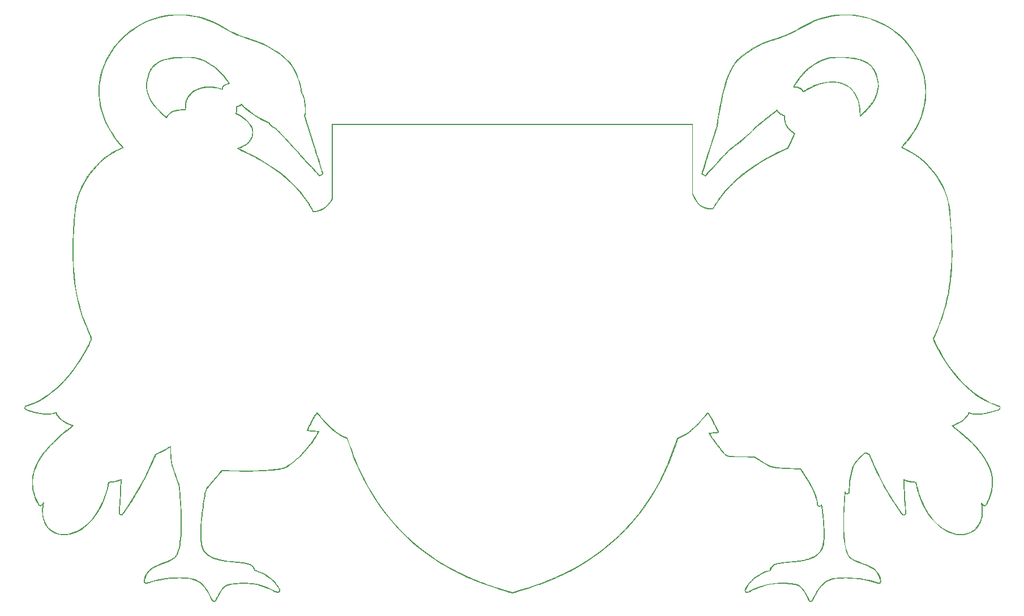
<source format=gm1>
G04 #@! TF.FileFunction,Profile,NP*
%FSLAX46Y46*%
G04 Gerber Fmt 4.6, Leading zero omitted, Abs format (unit mm)*
G04 Created by KiCad (PCBNEW 4.0.4+e1-6308~48~ubuntu16.04.1-stable) date Sat Jan 14 12:07:25 2017*
%MOMM*%
%LPD*%
G01*
G04 APERTURE LIST*
%ADD10C,0.100000*%
%ADD11C,0.010000*%
G04 APERTURE END LIST*
D10*
D11*
G36*
X202908493Y-57904907D02*
X203176839Y-57908171D01*
X203425816Y-57913621D01*
X203645707Y-57921258D01*
X203826798Y-57931081D01*
X203959373Y-57943091D01*
X203960541Y-57943237D01*
X204815958Y-58077629D01*
X205643394Y-58262571D01*
X206445548Y-58498931D01*
X207225117Y-58787578D01*
X207984800Y-59129379D01*
X208529232Y-59413439D01*
X208724558Y-59526460D01*
X208952672Y-59666716D01*
X209200388Y-59825442D01*
X209454521Y-59993873D01*
X209701886Y-60163244D01*
X209929297Y-60324791D01*
X210123568Y-60469749D01*
X210154384Y-60493704D01*
X210792033Y-61028349D01*
X211387365Y-61599268D01*
X211938788Y-62203959D01*
X212444713Y-62839917D01*
X212903549Y-63504639D01*
X213313706Y-64195619D01*
X213673592Y-64910355D01*
X213981618Y-65646343D01*
X214236192Y-66401077D01*
X214435725Y-67172055D01*
X214455919Y-67265665D01*
X214565802Y-67896385D01*
X214637172Y-68556894D01*
X214669634Y-69232748D01*
X214662793Y-69909502D01*
X214616254Y-70572714D01*
X214558809Y-71028034D01*
X214410447Y-71812984D01*
X214204784Y-72588191D01*
X213942226Y-73352824D01*
X213623176Y-74106052D01*
X213248042Y-74847047D01*
X212817228Y-75574977D01*
X212331140Y-76289014D01*
X211790182Y-76988326D01*
X211456794Y-77380763D01*
X211351318Y-77502377D01*
X211261033Y-77609277D01*
X211192383Y-77693605D01*
X211151810Y-77747503D01*
X211143545Y-77762710D01*
X211169127Y-77783171D01*
X211237792Y-77820288D01*
X211338617Y-77868517D01*
X211442798Y-77914683D01*
X211848507Y-78102874D01*
X212275338Y-78327055D01*
X212707345Y-78578098D01*
X213128580Y-78846879D01*
X213401399Y-79035603D01*
X214022875Y-79514670D01*
X214612604Y-80037419D01*
X215168013Y-80599887D01*
X215686529Y-81198111D01*
X216165578Y-81828128D01*
X216602587Y-82485972D01*
X216994982Y-83167683D01*
X217340189Y-83869295D01*
X217635636Y-84586845D01*
X217878749Y-85316371D01*
X218066954Y-86053909D01*
X218116356Y-86297229D01*
X218146198Y-86459587D01*
X218172053Y-86613957D01*
X218195281Y-86771034D01*
X218217241Y-86941516D01*
X218239295Y-87136098D01*
X218262802Y-87365478D01*
X218289123Y-87640351D01*
X218294554Y-87698609D01*
X218403698Y-88987040D01*
X218486858Y-90225903D01*
X218543985Y-91417943D01*
X218575027Y-92565908D01*
X218579932Y-93672547D01*
X218558649Y-94740606D01*
X218511127Y-95772832D01*
X218437315Y-96771973D01*
X218337160Y-97740777D01*
X218210613Y-98681991D01*
X218074043Y-99508149D01*
X217884151Y-100451147D01*
X217653949Y-101395111D01*
X217381740Y-102345359D01*
X217065824Y-103307208D01*
X216704504Y-104285974D01*
X216296081Y-105286976D01*
X216044126Y-105863776D01*
X215808387Y-106391367D01*
X215889405Y-106584586D01*
X215969164Y-106767067D01*
X216070696Y-106987442D01*
X216187555Y-107232485D01*
X216313298Y-107488970D01*
X216441478Y-107743671D01*
X216565649Y-107983362D01*
X216629677Y-108103590D01*
X217100488Y-108934174D01*
X217605626Y-109743635D01*
X218141405Y-110527510D01*
X218704137Y-111281339D01*
X219290136Y-112000660D01*
X219895714Y-112681014D01*
X220517184Y-113317939D01*
X221150860Y-113906973D01*
X221793055Y-114443656D01*
X222005405Y-114607895D01*
X222571471Y-115011838D01*
X223152839Y-115378287D01*
X223742338Y-115703492D01*
X224332797Y-115983706D01*
X224917045Y-116215179D01*
X225346173Y-116354347D01*
X225521613Y-116414237D01*
X225645111Y-116478735D01*
X225723107Y-116553416D01*
X225762042Y-116643854D01*
X225769506Y-116720749D01*
X225766333Y-116807188D01*
X225752483Y-116877230D01*
X225721462Y-116935544D01*
X225666776Y-116986799D01*
X225581931Y-117035663D01*
X225460432Y-117086806D01*
X225295786Y-117144897D01*
X225083414Y-117213991D01*
X224476566Y-117391682D01*
X223894214Y-117529556D01*
X223339033Y-117627339D01*
X222813698Y-117684757D01*
X222320883Y-117701536D01*
X221863261Y-117677403D01*
X221443507Y-117612083D01*
X221366450Y-117594561D01*
X221226401Y-117561528D01*
X221133498Y-117543650D01*
X221078066Y-117542628D01*
X221050430Y-117560162D01*
X221040915Y-117597955D01*
X221039851Y-117651983D01*
X221035384Y-117708651D01*
X221017610Y-117763669D01*
X220979967Y-117828473D01*
X220915897Y-117914500D01*
X220826302Y-118024225D01*
X220484470Y-118393359D01*
X220115491Y-118712637D01*
X219721259Y-118980746D01*
X219303668Y-119196373D01*
X218930546Y-119337802D01*
X218818705Y-119376663D01*
X218731731Y-119412826D01*
X218682056Y-119440824D01*
X218675087Y-119450166D01*
X218697062Y-119476881D01*
X218758310Y-119533088D01*
X218851754Y-119612765D01*
X218970317Y-119709890D01*
X219106919Y-119818443D01*
X219120253Y-119828878D01*
X219855056Y-120418771D01*
X220533857Y-120996457D01*
X221157499Y-121563065D01*
X221726829Y-122119721D01*
X222242691Y-122667555D01*
X222705930Y-123207695D01*
X223117391Y-123741268D01*
X223477920Y-124269404D01*
X223788360Y-124793229D01*
X224049557Y-125313873D01*
X224262356Y-125832463D01*
X224427603Y-126350128D01*
X224546141Y-126867995D01*
X224588541Y-127130097D01*
X224611657Y-127358253D01*
X224624676Y-127626443D01*
X224627953Y-127918660D01*
X224621843Y-128218898D01*
X224606698Y-128511151D01*
X224582873Y-128779413D01*
X224550722Y-129007679D01*
X224546492Y-129030720D01*
X224438334Y-129496937D01*
X224288686Y-129980254D01*
X224103488Y-130463717D01*
X223888683Y-130930371D01*
X223863284Y-130980374D01*
X223779438Y-131139614D01*
X223711945Y-131253312D01*
X223652870Y-131329027D01*
X223594278Y-131374316D01*
X223528232Y-131396737D01*
X223446797Y-131403848D01*
X223418358Y-131404126D01*
X223316884Y-131399907D01*
X223249437Y-131381608D01*
X223191923Y-131340763D01*
X223165314Y-131315230D01*
X223108441Y-131264072D01*
X223069708Y-131239730D01*
X223062623Y-131240128D01*
X223060320Y-131273179D01*
X223065516Y-131350528D01*
X223077123Y-131458716D01*
X223085790Y-131526093D01*
X223105417Y-131724052D01*
X223117069Y-131958150D01*
X223120890Y-132211462D01*
X223117023Y-132467062D01*
X223105613Y-132708024D01*
X223086805Y-132917424D01*
X223073122Y-133014426D01*
X222972762Y-133461707D01*
X222827550Y-133876429D01*
X222638840Y-134256230D01*
X222407984Y-134598749D01*
X222136337Y-134901624D01*
X221854729Y-135140871D01*
X221508917Y-135362060D01*
X221134482Y-135534519D01*
X220735421Y-135657943D01*
X220315732Y-135732030D01*
X219879414Y-135756477D01*
X219430465Y-135730981D01*
X218972883Y-135655239D01*
X218510666Y-135528949D01*
X218204243Y-135417454D01*
X217709125Y-135188566D01*
X217226585Y-134904678D01*
X216758867Y-134568260D01*
X216308217Y-134181782D01*
X215876879Y-133747713D01*
X215467099Y-133268523D01*
X215081120Y-132746682D01*
X214721187Y-132184660D01*
X214389546Y-131584925D01*
X214088442Y-130949947D01*
X214038813Y-130834816D01*
X213895141Y-130485062D01*
X213763488Y-130138838D01*
X213640799Y-129786372D01*
X213524018Y-129417889D01*
X213410090Y-129023617D01*
X213295959Y-128593782D01*
X213178571Y-128118613D01*
X213143448Y-127970792D01*
X213131819Y-127942650D01*
X213105423Y-127923315D01*
X213053312Y-127909953D01*
X212964539Y-127899730D01*
X212831439Y-127890027D01*
X212446349Y-127846146D01*
X212051500Y-127767105D01*
X211700343Y-127666567D01*
X211585623Y-127628723D01*
X211492759Y-127599193D01*
X211434934Y-127582116D01*
X211422958Y-127579528D01*
X211413802Y-127607936D01*
X211408596Y-127690304D01*
X211407145Y-127822347D01*
X211409254Y-127999782D01*
X211414729Y-128218326D01*
X211423374Y-128473694D01*
X211434994Y-128761603D01*
X211449395Y-129077768D01*
X211466381Y-129417907D01*
X211485758Y-129777735D01*
X211507330Y-130152968D01*
X211530903Y-130539323D01*
X211556281Y-130932516D01*
X211583270Y-131328263D01*
X211611234Y-131716349D01*
X211626141Y-131929283D01*
X211638276Y-132126177D01*
X211647251Y-132298608D01*
X211652678Y-132438153D01*
X211654169Y-132536388D01*
X211651334Y-132584890D01*
X211651307Y-132584998D01*
X211598789Y-132683745D01*
X211505860Y-132759514D01*
X211389427Y-132800485D01*
X211337439Y-132804471D01*
X211242690Y-132795040D01*
X211162507Y-132773021D01*
X211149899Y-132766944D01*
X211099408Y-132722321D01*
X211022042Y-132631362D01*
X210920400Y-132498137D01*
X210797084Y-132326717D01*
X210654692Y-132121170D01*
X210495825Y-131885567D01*
X210323083Y-131623978D01*
X210139066Y-131340471D01*
X209946375Y-131039117D01*
X209747610Y-130723986D01*
X209545370Y-130399147D01*
X209342255Y-130068670D01*
X209140867Y-129736625D01*
X208943805Y-129407081D01*
X208753669Y-129084108D01*
X208573059Y-128771777D01*
X208404576Y-128474156D01*
X208385948Y-128440793D01*
X207827026Y-127398575D01*
X207289930Y-126315768D01*
X206772094Y-125186998D01*
X206276823Y-124021244D01*
X206164793Y-123747442D01*
X205872839Y-123634580D01*
X205753106Y-123588557D01*
X205655544Y-123551552D01*
X205591696Y-123527912D01*
X205572668Y-123521543D01*
X205543280Y-123541137D01*
X205479927Y-123595934D01*
X205389383Y-123679308D01*
X205278422Y-123784630D01*
X205153817Y-123905274D01*
X205022344Y-124034612D01*
X204890776Y-124166017D01*
X204765887Y-124292862D01*
X204654452Y-124408520D01*
X204563243Y-124506363D01*
X204542473Y-124529417D01*
X204354821Y-124743030D01*
X204202759Y-124925136D01*
X204080316Y-125085242D01*
X203981522Y-125232858D01*
X203900408Y-125377492D01*
X203831004Y-125528654D01*
X203767341Y-125695853D01*
X203718188Y-125842402D01*
X203605437Y-126215810D01*
X203509957Y-126585604D01*
X203430078Y-126961863D01*
X203364131Y-127354668D01*
X203310447Y-127774097D01*
X203267358Y-128230230D01*
X203233193Y-128733148D01*
X203229942Y-128791138D01*
X203218497Y-128975193D01*
X203205538Y-129143860D01*
X203192061Y-129286707D01*
X203179064Y-129393305D01*
X203167543Y-129453223D01*
X203166335Y-129456710D01*
X203117052Y-129530023D01*
X203052821Y-129580790D01*
X202950201Y-129613656D01*
X202835351Y-129621078D01*
X202733254Y-129603086D01*
X202688822Y-129580342D01*
X202637505Y-129546348D01*
X202607746Y-129548146D01*
X202590342Y-129593550D01*
X202578130Y-129674298D01*
X202569414Y-129758867D01*
X202558126Y-129893811D01*
X202544767Y-130071199D01*
X202529836Y-130283095D01*
X202513837Y-130521567D01*
X202497270Y-130778681D01*
X202480636Y-131046503D01*
X202464437Y-131317099D01*
X202449173Y-131582537D01*
X202435346Y-131834882D01*
X202423458Y-132066202D01*
X202414009Y-132268561D01*
X202413532Y-132279577D01*
X202403441Y-132560618D01*
X202395551Y-132877394D01*
X202389861Y-133219675D01*
X202386372Y-133577231D01*
X202385081Y-133939831D01*
X202385989Y-134297243D01*
X202389094Y-134639238D01*
X202394397Y-134955584D01*
X202401896Y-135236052D01*
X202411591Y-135470410D01*
X202413753Y-135510140D01*
X202454766Y-136092916D01*
X202508471Y-136629123D01*
X202574551Y-137117180D01*
X202652688Y-137555510D01*
X202742568Y-137942534D01*
X202843873Y-138276672D01*
X202956286Y-138556346D01*
X203064472Y-138756665D01*
X203182792Y-138924801D01*
X203318881Y-139078658D01*
X203478069Y-139221559D01*
X203665686Y-139356825D01*
X203887059Y-139487779D01*
X204147518Y-139617742D01*
X204452393Y-139750035D01*
X204807012Y-139887980D01*
X204982380Y-139952116D01*
X205251192Y-140049395D01*
X205473653Y-140131373D01*
X205658654Y-140201649D01*
X205815090Y-140263824D01*
X205951855Y-140321500D01*
X206077842Y-140378278D01*
X206201946Y-140437757D01*
X206288532Y-140480944D01*
X206668915Y-140699088D01*
X206997979Y-140944077D01*
X207277038Y-141217469D01*
X207507403Y-141520819D01*
X207690385Y-141855681D01*
X207827297Y-142223612D01*
X207860780Y-142345376D01*
X207900832Y-142513993D01*
X207922841Y-142639484D01*
X207927406Y-142734060D01*
X207915129Y-142809927D01*
X207887020Y-142878503D01*
X207826970Y-142959296D01*
X207743561Y-143007414D01*
X207631047Y-143023201D01*
X207483684Y-143006999D01*
X207295723Y-142959151D01*
X207176956Y-142920831D01*
X206609944Y-142747176D01*
X205998539Y-142595680D01*
X205352985Y-142467911D01*
X204683526Y-142365437D01*
X204000409Y-142289826D01*
X203313878Y-142242645D01*
X202634179Y-142225461D01*
X202632150Y-142225456D01*
X202113686Y-142233143D01*
X201645918Y-142259756D01*
X201223808Y-142306812D01*
X200842316Y-142375825D01*
X200496404Y-142468312D01*
X200181033Y-142585789D01*
X199891164Y-142729771D01*
X199621758Y-142901775D01*
X199367778Y-143103317D01*
X199201870Y-143257459D01*
X199055054Y-143407142D01*
X198920523Y-143556746D01*
X198793632Y-143713238D01*
X198669739Y-143883583D01*
X198544201Y-144074747D01*
X198412373Y-144293694D01*
X198269614Y-144547390D01*
X198111279Y-144842800D01*
X197990495Y-145074643D01*
X197899873Y-145246105D01*
X197814367Y-145400408D01*
X197738940Y-145529132D01*
X197678554Y-145623860D01*
X197638172Y-145676175D01*
X197633398Y-145680447D01*
X197542299Y-145723371D01*
X197427590Y-145739888D01*
X197313650Y-145729554D01*
X197224858Y-145691925D01*
X197219876Y-145687977D01*
X197189272Y-145647533D01*
X197137906Y-145562874D01*
X197070409Y-145442364D01*
X196991412Y-145294368D01*
X196905545Y-145127251D01*
X196868350Y-145052977D01*
X196670981Y-144671464D01*
X196483281Y-144343156D01*
X196301667Y-144064391D01*
X196122558Y-143831504D01*
X195942372Y-143640834D01*
X195757528Y-143488718D01*
X195564443Y-143371493D01*
X195359535Y-143285497D01*
X195139224Y-143227066D01*
X195070541Y-143214521D01*
X194324683Y-143109328D01*
X193613894Y-143047462D01*
X192933884Y-143029121D01*
X192280361Y-143054504D01*
X191649034Y-143123807D01*
X191035611Y-143237227D01*
X190435802Y-143394963D01*
X190311690Y-143433571D01*
X190029647Y-143527264D01*
X189755213Y-143626430D01*
X189477010Y-143735733D01*
X189183658Y-143859838D01*
X188863781Y-144003410D01*
X188505998Y-144171114D01*
X188464771Y-144190789D01*
X188284326Y-144276186D01*
X188147708Y-144338308D01*
X188046621Y-144380196D01*
X187972767Y-144404886D01*
X187917846Y-144415418D01*
X187873562Y-144414830D01*
X187859082Y-144412568D01*
X187727379Y-144363607D01*
X187638204Y-144274861D01*
X187592839Y-144147689D01*
X187590167Y-144127885D01*
X187586079Y-144059880D01*
X187593887Y-143996860D01*
X187618195Y-143924064D01*
X187663608Y-143826731D01*
X187715263Y-143726902D01*
X187898690Y-143420667D01*
X188127615Y-143106463D01*
X188392305Y-142795265D01*
X188683028Y-142498052D01*
X188990050Y-142225801D01*
X189173069Y-142082683D01*
X189564029Y-141815614D01*
X189977870Y-141575871D01*
X190400933Y-141370341D01*
X190819560Y-141205909D01*
X191063586Y-141129656D01*
X191360601Y-141046572D01*
X191394939Y-140911969D01*
X191480716Y-140690719D01*
X191618248Y-140496416D01*
X191807456Y-140329122D01*
X192048262Y-140188902D01*
X192340586Y-140075817D01*
X192494898Y-140032276D01*
X192628900Y-140000341D01*
X192770241Y-139971199D01*
X192925550Y-139943983D01*
X193101456Y-139917826D01*
X193304589Y-139891860D01*
X193541578Y-139865219D01*
X193819052Y-139837037D01*
X194143641Y-139806446D01*
X194395264Y-139783771D01*
X194843354Y-139742242D01*
X195239493Y-139701557D01*
X195590090Y-139660641D01*
X195901553Y-139618422D01*
X196180290Y-139573826D01*
X196432711Y-139525782D01*
X196665223Y-139473215D01*
X196884235Y-139415052D01*
X197096156Y-139350221D01*
X197207666Y-139312832D01*
X197637336Y-139141760D01*
X198022215Y-138940773D01*
X198360305Y-138711267D01*
X198649610Y-138454636D01*
X198888135Y-138172276D01*
X198933899Y-138106392D01*
X199064137Y-137868815D01*
X199173004Y-137577445D01*
X199260504Y-137232220D01*
X199326641Y-136833079D01*
X199371420Y-136379961D01*
X199394844Y-135872807D01*
X199396917Y-135311554D01*
X199377643Y-134696142D01*
X199337027Y-134026510D01*
X199275072Y-133302598D01*
X199259675Y-133146893D01*
X199244110Y-132999522D01*
X199224590Y-132825066D01*
X199202161Y-132631874D01*
X199177868Y-132428295D01*
X199152754Y-132222680D01*
X199127867Y-132023378D01*
X199104249Y-131838740D01*
X199082947Y-131677116D01*
X199065006Y-131546854D01*
X199051469Y-131456305D01*
X199043382Y-131413820D01*
X199042545Y-131411866D01*
X199016083Y-131419833D01*
X198955550Y-131447912D01*
X198922342Y-131464799D01*
X198783288Y-131510519D01*
X198650977Y-131503778D01*
X198535693Y-131445921D01*
X198496935Y-131409087D01*
X198446355Y-131335413D01*
X198415229Y-131241065D01*
X198399373Y-131137226D01*
X198347407Y-130770711D01*
X198271678Y-130406587D01*
X198169989Y-130039625D01*
X198040141Y-129664597D01*
X197879939Y-129276275D01*
X197687184Y-128869431D01*
X197459680Y-128438836D01*
X197195230Y-127979262D01*
X196891636Y-127485481D01*
X196812232Y-127360563D01*
X196688400Y-127166360D01*
X196552936Y-126953034D01*
X196417058Y-126738306D01*
X196291980Y-126539896D01*
X196202411Y-126397115D01*
X196112270Y-126253743D01*
X196031779Y-126127208D01*
X195966425Y-126026022D01*
X195921698Y-125958695D01*
X195903990Y-125934436D01*
X195869789Y-125927626D01*
X195784381Y-125919935D01*
X195654934Y-125911740D01*
X195488618Y-125903418D01*
X195292604Y-125895345D01*
X195074059Y-125887899D01*
X194949449Y-125884278D01*
X194525882Y-125870500D01*
X194103274Y-125852557D01*
X193688693Y-125830965D01*
X193289207Y-125806242D01*
X192911886Y-125778904D01*
X192563798Y-125749470D01*
X192252010Y-125718456D01*
X191983593Y-125686378D01*
X191765615Y-125653755D01*
X191742265Y-125649665D01*
X191597026Y-125617681D01*
X191446141Y-125571394D01*
X191284102Y-125507985D01*
X191105402Y-125424632D01*
X190904535Y-125318517D01*
X190675991Y-125186819D01*
X190414265Y-125026719D01*
X190113848Y-124835397D01*
X189972255Y-124743384D01*
X189790206Y-124626018D01*
X189608998Y-124511938D01*
X189439269Y-124407641D01*
X189291661Y-124319622D01*
X189176811Y-124254376D01*
X189136056Y-124232859D01*
X188894675Y-124110776D01*
X187194562Y-124095821D01*
X186778322Y-124091998D01*
X186415949Y-124087871D01*
X186102922Y-124082715D01*
X185834717Y-124075808D01*
X185606814Y-124066426D01*
X185414690Y-124053845D01*
X185253823Y-124037343D01*
X185119691Y-124016196D01*
X185007772Y-123989681D01*
X184913544Y-123957074D01*
X184832485Y-123917652D01*
X184760073Y-123870692D01*
X184691786Y-123815470D01*
X184623101Y-123751262D01*
X184549497Y-123677347D01*
X184544097Y-123671844D01*
X184341934Y-123456537D01*
X184116770Y-123200356D01*
X183875868Y-122912361D01*
X183626494Y-122601612D01*
X183375911Y-122277169D01*
X183131383Y-121948093D01*
X182900176Y-121623443D01*
X182890192Y-121609069D01*
X182783592Y-121452540D01*
X182674480Y-121287217D01*
X182567728Y-121121032D01*
X182468208Y-120961914D01*
X182380793Y-120817793D01*
X182310356Y-120696600D01*
X182261768Y-120606265D01*
X182239902Y-120554718D01*
X182239161Y-120549481D01*
X182250924Y-120529432D01*
X182290768Y-120513197D01*
X182365529Y-120499707D01*
X182482042Y-120487891D01*
X182647141Y-120476677D01*
X182735483Y-120471736D01*
X182912517Y-120460187D01*
X183087127Y-120445097D01*
X183248879Y-120427753D01*
X183387335Y-120409441D01*
X183492062Y-120391449D01*
X183552624Y-120375062D01*
X183561516Y-120369888D01*
X183553493Y-120340450D01*
X183521608Y-120265875D01*
X183469158Y-120152715D01*
X183399442Y-120007522D01*
X183315760Y-119836847D01*
X183221409Y-119647243D01*
X183119688Y-119445261D01*
X183013895Y-119237454D01*
X182907330Y-119030372D01*
X182803291Y-118830569D01*
X182705076Y-118644596D01*
X182615985Y-118479004D01*
X182543177Y-118347204D01*
X182454863Y-118194753D01*
X182361904Y-118042106D01*
X182269849Y-117897549D01*
X182184246Y-117769362D01*
X182110645Y-117665831D01*
X182054594Y-117595238D01*
X182021644Y-117565866D01*
X182019506Y-117565505D01*
X181985802Y-117587570D01*
X181932891Y-117644663D01*
X181887066Y-117704183D01*
X181747038Y-117889240D01*
X181570840Y-118105240D01*
X181365898Y-118344281D01*
X181139638Y-118598463D01*
X180899486Y-118859885D01*
X180652868Y-119120646D01*
X180407211Y-119372845D01*
X180169941Y-119608582D01*
X179948484Y-119819955D01*
X179750266Y-119999063D01*
X179650514Y-120083699D01*
X179267427Y-120387305D01*
X178908686Y-120646540D01*
X178566917Y-120866061D01*
X178234749Y-121050521D01*
X177904809Y-121204578D01*
X177819527Y-121239805D01*
X177533292Y-121354992D01*
X177262578Y-122168122D01*
X176774616Y-123550650D01*
X176244698Y-124892979D01*
X175672887Y-126195007D01*
X175059243Y-127456634D01*
X174403828Y-128677757D01*
X173706705Y-129858276D01*
X172967934Y-130998088D01*
X172187578Y-132097092D01*
X171365697Y-133155187D01*
X170502355Y-134172272D01*
X169597612Y-135148244D01*
X169020898Y-135727775D01*
X168062720Y-136626239D01*
X167068648Y-137482066D01*
X166037707Y-138295853D01*
X164968926Y-139068196D01*
X163861330Y-139799691D01*
X162713948Y-140490936D01*
X161525806Y-141142527D01*
X160295931Y-141755060D01*
X159023350Y-142329133D01*
X157707090Y-142865341D01*
X156868357Y-143179141D01*
X156692712Y-143241595D01*
X156482558Y-143314455D01*
X156243270Y-143395991D01*
X155980224Y-143484470D01*
X155698797Y-143578163D01*
X155404364Y-143675338D01*
X155102302Y-143774264D01*
X154797986Y-143873210D01*
X154496794Y-143970444D01*
X154204101Y-144064236D01*
X153925284Y-144152855D01*
X153665718Y-144234570D01*
X153430780Y-144307649D01*
X153225845Y-144370362D01*
X153056291Y-144420977D01*
X152927492Y-144457763D01*
X152844827Y-144478990D01*
X152816920Y-144483666D01*
X152773810Y-144474867D01*
X152680426Y-144449558D01*
X152541997Y-144409367D01*
X152363751Y-144355926D01*
X152150916Y-144290864D01*
X151908720Y-144215812D01*
X151642392Y-144132401D01*
X151357159Y-144042259D01*
X151058250Y-143947017D01*
X150750892Y-143848307D01*
X150440314Y-143747756D01*
X150131743Y-143646997D01*
X150095023Y-143634945D01*
X149328402Y-143377537D01*
X148609041Y-143123829D01*
X147926361Y-142869541D01*
X147269779Y-142610392D01*
X146628715Y-142342099D01*
X145992588Y-142060382D01*
X145350815Y-141760958D01*
X144796058Y-141490861D01*
X144049968Y-141111948D01*
X143347534Y-140735521D01*
X142674952Y-140353677D01*
X142018419Y-139958516D01*
X141364132Y-139542132D01*
X141175828Y-139418264D01*
X140065783Y-138648692D01*
X138996980Y-137837873D01*
X137969368Y-136985748D01*
X136982893Y-136092258D01*
X136037503Y-135157343D01*
X135133146Y-134180944D01*
X134269769Y-133163001D01*
X133447321Y-132103455D01*
X132665748Y-131002246D01*
X131924999Y-129859316D01*
X131225021Y-128674604D01*
X130565761Y-127448051D01*
X130476704Y-127272977D01*
X130119381Y-126547071D01*
X129785023Y-125827938D01*
X129468772Y-125103874D01*
X129165770Y-124363177D01*
X128871159Y-123594143D01*
X128580080Y-122785070D01*
X128417900Y-122313362D01*
X128092885Y-121353517D01*
X127909617Y-121284621D01*
X127723997Y-121206482D01*
X127506762Y-121101456D01*
X127272950Y-120977765D01*
X127037602Y-120843634D01*
X126815756Y-120707286D01*
X126645884Y-120593575D01*
X126203374Y-120260724D01*
X125750345Y-119878708D01*
X125293542Y-119454145D01*
X124839706Y-118993653D01*
X124395580Y-118503848D01*
X123967907Y-117991348D01*
X123875789Y-117875053D01*
X123785156Y-117761416D01*
X123706643Y-117666535D01*
X123647475Y-117598880D01*
X123614880Y-117566924D01*
X123611734Y-117565505D01*
X123574727Y-117590651D01*
X123514422Y-117662691D01*
X123434107Y-117776531D01*
X123337067Y-117927076D01*
X123226588Y-118109233D01*
X123105956Y-118317908D01*
X122980876Y-118543551D01*
X122883102Y-118725136D01*
X122780359Y-118918880D01*
X122676100Y-119117981D01*
X122573775Y-119315636D01*
X122476838Y-119505044D01*
X122388739Y-119679401D01*
X122312932Y-119831906D01*
X122252866Y-119955757D01*
X122211995Y-120044150D01*
X122193770Y-120090284D01*
X122193457Y-120095280D01*
X122235302Y-120109698D01*
X122331552Y-120126012D01*
X122478267Y-120143803D01*
X122671505Y-120162651D01*
X122907327Y-120182136D01*
X123181792Y-120201839D01*
X123214623Y-120204032D01*
X123397213Y-120217023D01*
X123559805Y-120230277D01*
X123693459Y-120242925D01*
X123789233Y-120254102D01*
X123838188Y-120262940D01*
X123842306Y-120264895D01*
X123840224Y-120301402D01*
X123810206Y-120379904D01*
X123756199Y-120493479D01*
X123682145Y-120635203D01*
X123591991Y-120798153D01*
X123489682Y-120975404D01*
X123379161Y-121160033D01*
X123264375Y-121345116D01*
X123149268Y-121523731D01*
X123037785Y-121688953D01*
X123001038Y-121741367D01*
X122691873Y-122161801D01*
X122365461Y-122576571D01*
X122025568Y-122982222D01*
X121675960Y-123375299D01*
X121320403Y-123752346D01*
X120962663Y-124109909D01*
X120606507Y-124444533D01*
X120255701Y-124752763D01*
X119914010Y-125031143D01*
X119585200Y-125276220D01*
X119273039Y-125484538D01*
X118981291Y-125652641D01*
X118713723Y-125777076D01*
X118534793Y-125838648D01*
X118342117Y-125884908D01*
X118095997Y-125930296D01*
X117801378Y-125974337D01*
X117463205Y-126016556D01*
X117086424Y-126056478D01*
X116675981Y-126093631D01*
X116236819Y-126127538D01*
X115773886Y-126157726D01*
X115292125Y-126183720D01*
X114796483Y-126205046D01*
X114666403Y-126209752D01*
X114425433Y-126216421D01*
X114134379Y-126221633D01*
X113801531Y-126225426D01*
X113435176Y-126227838D01*
X113043604Y-126228904D01*
X112635101Y-126228663D01*
X112217957Y-126227151D01*
X111800460Y-126224405D01*
X111390899Y-126220463D01*
X110997562Y-126215361D01*
X110628736Y-126209136D01*
X110292712Y-126201826D01*
X109997777Y-126193468D01*
X109850378Y-126188216D01*
X109382035Y-126169935D01*
X109046694Y-126590076D01*
X108935704Y-126726344D01*
X108794713Y-126895128D01*
X108632917Y-127085670D01*
X108459514Y-127287206D01*
X108283700Y-127488978D01*
X108122086Y-127671902D01*
X107883547Y-127940950D01*
X107681528Y-128171948D01*
X107512684Y-128369514D01*
X107373672Y-128538264D01*
X107261147Y-128682814D01*
X107171765Y-128807780D01*
X107102182Y-128917779D01*
X107049052Y-129017426D01*
X107009033Y-129111340D01*
X106978778Y-129204134D01*
X106960641Y-129275098D01*
X106899990Y-129555432D01*
X106835986Y-129885660D01*
X106769857Y-130257466D01*
X106702834Y-130662532D01*
X106636147Y-131092542D01*
X106571025Y-131539179D01*
X106508698Y-131994126D01*
X106450395Y-132449067D01*
X106397346Y-132895685D01*
X106350781Y-133325663D01*
X106328576Y-133549988D01*
X106307736Y-133802299D01*
X106289591Y-134088702D01*
X106274329Y-134399509D01*
X106262135Y-134725028D01*
X106253198Y-135055572D01*
X106247703Y-135381451D01*
X106245839Y-135692975D01*
X106247791Y-135980454D01*
X106253747Y-136234200D01*
X106263894Y-136444523D01*
X106270991Y-136534607D01*
X106310861Y-136895967D01*
X106359499Y-137207241D01*
X106419940Y-137476450D01*
X106495215Y-137711616D01*
X106588360Y-137920762D01*
X106702405Y-138111910D01*
X106840385Y-138293082D01*
X107002610Y-138469550D01*
X107182979Y-138640913D01*
X107361588Y-138785350D01*
X107554911Y-138914346D01*
X107779420Y-139039382D01*
X107922265Y-139110676D01*
X108183928Y-139227148D01*
X108462759Y-139330561D01*
X108764496Y-139422156D01*
X109094883Y-139503172D01*
X109459659Y-139574848D01*
X109864567Y-139638424D01*
X110315347Y-139695141D01*
X110817741Y-139746237D01*
X110900196Y-139753698D01*
X111284857Y-139788270D01*
X111616868Y-139818890D01*
X111901779Y-139846291D01*
X112145142Y-139871209D01*
X112352508Y-139894375D01*
X112529429Y-139916524D01*
X112681456Y-139938389D01*
X112814140Y-139960704D01*
X112933034Y-139984203D01*
X113043688Y-140009619D01*
X113151655Y-140037685D01*
X113241926Y-140063149D01*
X113512411Y-140157147D01*
X113734990Y-140269909D01*
X113918420Y-140406098D01*
X113960799Y-140445939D01*
X114048384Y-140546950D01*
X114129448Y-140665994D01*
X114194698Y-140786619D01*
X114234841Y-140892376D01*
X114243069Y-140945640D01*
X114249197Y-140987041D01*
X114273619Y-141020694D01*
X114325397Y-141051624D01*
X114413590Y-141084853D01*
X114547260Y-141125404D01*
X114588556Y-141137193D01*
X115076965Y-141303236D01*
X115554657Y-141519381D01*
X116015278Y-141780737D01*
X116452476Y-142082409D01*
X116859896Y-142419506D01*
X117231186Y-142787134D01*
X117559992Y-143180399D01*
X117839961Y-143594410D01*
X117889704Y-143679568D01*
X117962052Y-143812144D01*
X118007257Y-143911194D01*
X118030855Y-143991578D01*
X118038384Y-144068155D01*
X118038472Y-144078764D01*
X118014805Y-144220122D01*
X117946537Y-144327069D01*
X117837768Y-144394456D01*
X117774018Y-144410964D01*
X117730418Y-144415715D01*
X117684293Y-144412758D01*
X117627518Y-144399108D01*
X117551971Y-144371782D01*
X117449526Y-144327795D01*
X117312060Y-144264163D01*
X117131448Y-144177901D01*
X117105333Y-144165330D01*
X116556463Y-143910947D01*
X116041792Y-143693981D01*
X115552915Y-143511918D01*
X115081429Y-143362242D01*
X114618929Y-143242441D01*
X114157012Y-143149999D01*
X113687273Y-143082402D01*
X113381805Y-143051291D01*
X113116225Y-143034830D01*
X112823118Y-143028214D01*
X112510341Y-143030736D01*
X112185754Y-143041692D01*
X111857215Y-143060376D01*
X111532582Y-143086083D01*
X111219714Y-143118108D01*
X110926469Y-143155747D01*
X110660707Y-143198293D01*
X110430285Y-143245042D01*
X110243062Y-143295288D01*
X110114808Y-143344439D01*
X109943243Y-143439074D01*
X109781430Y-143554982D01*
X109625680Y-143696856D01*
X109472307Y-143869389D01*
X109317626Y-144077273D01*
X109157948Y-144325203D01*
X108989588Y-144617870D01*
X108808859Y-144959968D01*
X108742371Y-145091506D01*
X108654222Y-145263661D01*
X108571625Y-145417585D01*
X108499244Y-145545118D01*
X108441744Y-145638102D01*
X108403791Y-145688377D01*
X108398544Y-145692884D01*
X108302525Y-145731284D01*
X108184613Y-145739724D01*
X108069720Y-145719380D01*
X107984858Y-145673379D01*
X107951208Y-145629355D01*
X107895858Y-145541453D01*
X107823529Y-145417863D01*
X107738944Y-145266777D01*
X107646825Y-145096387D01*
X107589868Y-144988230D01*
X107415406Y-144658560D01*
X107259375Y-144375593D01*
X107117079Y-144132418D01*
X106983820Y-143922124D01*
X106854900Y-143737798D01*
X106725623Y-143572530D01*
X106591291Y-143419409D01*
X106447205Y-143271522D01*
X106377408Y-143204343D01*
X106109611Y-142975268D01*
X105825232Y-142781415D01*
X105517512Y-142620019D01*
X105179694Y-142488316D01*
X104805022Y-142383542D01*
X104386736Y-142302933D01*
X104068472Y-142259878D01*
X103892784Y-142244863D01*
X103670387Y-142234076D01*
X103412802Y-142227440D01*
X103131551Y-142224875D01*
X102838157Y-142226306D01*
X102544141Y-142231655D01*
X102261026Y-142240843D01*
X102000333Y-142253794D01*
X101773585Y-142270431D01*
X101718242Y-142275689D01*
X100932928Y-142369099D01*
X100198382Y-142486005D01*
X99511665Y-142626983D01*
X98869842Y-142792606D01*
X98498436Y-142906208D01*
X98295614Y-142968428D01*
X98137619Y-143006945D01*
X98016065Y-143022099D01*
X97922568Y-143014227D01*
X97848743Y-142983672D01*
X97790120Y-142934911D01*
X97740368Y-142875541D01*
X97715721Y-142816961D01*
X97708750Y-142735617D01*
X97709561Y-142679451D01*
X97727095Y-142524788D01*
X97768746Y-142337492D01*
X97829288Y-142135411D01*
X97903494Y-141936393D01*
X97970238Y-141789272D01*
X98154875Y-141471611D01*
X98373934Y-141192372D01*
X98525591Y-141037872D01*
X98683319Y-140898471D01*
X98851823Y-140769429D01*
X99037545Y-140647386D01*
X99246923Y-140528980D01*
X99486398Y-140410850D01*
X99762410Y-140289635D01*
X100081399Y-140161975D01*
X100449805Y-140024507D01*
X100506633Y-140003949D01*
X100907639Y-139854235D01*
X101255470Y-139712869D01*
X101554352Y-139577491D01*
X101808509Y-139445738D01*
X102022168Y-139315249D01*
X102199552Y-139183664D01*
X102344889Y-139048620D01*
X102458464Y-138913148D01*
X102596713Y-138693541D01*
X102721099Y-138429459D01*
X102832031Y-138119122D01*
X102929924Y-137760749D01*
X103015188Y-137352559D01*
X103088236Y-136892771D01*
X103149481Y-136379604D01*
X103199333Y-135811276D01*
X103209636Y-135666655D01*
X103219646Y-135479053D01*
X103227836Y-135241941D01*
X103234206Y-134964172D01*
X103238758Y-134654596D01*
X103241490Y-134322067D01*
X103242404Y-133975436D01*
X103241501Y-133623556D01*
X103238779Y-133275279D01*
X103234241Y-132939456D01*
X103227885Y-132624941D01*
X103219714Y-132340586D01*
X103209726Y-132095242D01*
X103209479Y-132090218D01*
X103194207Y-131798288D01*
X103176195Y-131484049D01*
X103155952Y-131154371D01*
X103133987Y-130816125D01*
X103110810Y-130476183D01*
X103086930Y-130141416D01*
X103062857Y-129818695D01*
X103039100Y-129514891D01*
X103016169Y-129236876D01*
X102994573Y-128991520D01*
X102974821Y-128785694D01*
X102957423Y-128626271D01*
X102946478Y-128542977D01*
X102932447Y-128485326D01*
X102900827Y-128378311D01*
X102853493Y-128227616D01*
X102792317Y-128038929D01*
X102719175Y-127817935D01*
X102635939Y-127570321D01*
X102544484Y-127301773D01*
X102446685Y-127017978D01*
X102393237Y-126864241D01*
X102285612Y-126553530D01*
X102184848Y-126258562D01*
X102092719Y-125984779D01*
X102011003Y-125737621D01*
X101941474Y-125522528D01*
X101885908Y-125344942D01*
X101846082Y-125210302D01*
X101823771Y-125124050D01*
X101821464Y-125112517D01*
X101784735Y-124877046D01*
X101750868Y-124596560D01*
X101720879Y-124284405D01*
X101695781Y-123953927D01*
X101676590Y-123618473D01*
X101664320Y-123291390D01*
X101659987Y-122988551D01*
X101658934Y-122848823D01*
X101656155Y-122733016D01*
X101652053Y-122652077D01*
X101647033Y-122616951D01*
X101646232Y-122616310D01*
X101618190Y-122631472D01*
X101550822Y-122673033D01*
X101453452Y-122735103D01*
X101335406Y-122811793D01*
X101301955Y-122833744D01*
X100926573Y-123064012D01*
X100517550Y-123285492D01*
X100099494Y-123485364D01*
X99838972Y-123595858D01*
X99455598Y-123749613D01*
X99370683Y-123963938D01*
X98963843Y-124943770D01*
X98512234Y-125944229D01*
X98020817Y-126955342D01*
X97494551Y-127967134D01*
X96938397Y-128969632D01*
X96556260Y-129623206D01*
X96377533Y-129919683D01*
X96191958Y-130222203D01*
X96002376Y-130526497D01*
X95811626Y-130828297D01*
X95622548Y-131123336D01*
X95437980Y-131407344D01*
X95260764Y-131676055D01*
X95093737Y-131925200D01*
X94939741Y-132150511D01*
X94801614Y-132347719D01*
X94682196Y-132512557D01*
X94584326Y-132640757D01*
X94510845Y-132728050D01*
X94464592Y-132770169D01*
X94461510Y-132771760D01*
X94334133Y-132803487D01*
X94206049Y-132791044D01*
X94093941Y-132739020D01*
X94014488Y-132652007D01*
X94012379Y-132648152D01*
X94001462Y-132622674D01*
X93993163Y-132588479D01*
X93987649Y-132540694D01*
X93985086Y-132474449D01*
X93985643Y-132384874D01*
X93989486Y-132267096D01*
X93996780Y-132116245D01*
X94007694Y-131927450D01*
X94022394Y-131695839D01*
X94041047Y-131416543D01*
X94063820Y-131084690D01*
X94067982Y-131024586D01*
X94093282Y-130639252D01*
X94119350Y-130203389D01*
X94145774Y-129724849D01*
X94172139Y-129211481D01*
X94198032Y-128671135D01*
X94223038Y-128111662D01*
X94229401Y-127962681D01*
X94235929Y-127798816D01*
X94238817Y-127684940D01*
X94237337Y-127612725D01*
X94230760Y-127573842D01*
X94218358Y-127559961D01*
X94199403Y-127562755D01*
X94194594Y-127564651D01*
X93828505Y-127694315D01*
X93432477Y-127796415D01*
X93030665Y-127865370D01*
X92791248Y-127888893D01*
X92655487Y-127899036D01*
X92567202Y-127909372D01*
X92515536Y-127922734D01*
X92489635Y-127941958D01*
X92478643Y-127969880D01*
X92478494Y-127970575D01*
X92287206Y-128776882D01*
X92061805Y-129550278D01*
X91803479Y-130288730D01*
X91513415Y-130990206D01*
X91192800Y-131652672D01*
X90842821Y-132274096D01*
X90464664Y-132852445D01*
X90059517Y-133385686D01*
X89628568Y-133871787D01*
X89173002Y-134308714D01*
X88694007Y-134694435D01*
X88454533Y-134861849D01*
X87975831Y-135151529D01*
X87496244Y-135383422D01*
X87014060Y-135558125D01*
X86527565Y-135676237D01*
X86035045Y-135738353D01*
X85923529Y-135744660D01*
X85465207Y-135740049D01*
X85031810Y-135685251D01*
X84625304Y-135580864D01*
X84247657Y-135427488D01*
X83900836Y-135225721D01*
X83686462Y-135063573D01*
X83392597Y-134787829D01*
X83144654Y-134488189D01*
X82939084Y-134158676D01*
X82772334Y-133793311D01*
X82640852Y-133386116D01*
X82605042Y-133243436D01*
X82566080Y-133031167D01*
X82537102Y-132777261D01*
X82518656Y-132497704D01*
X82511288Y-132208483D01*
X82515546Y-131925583D01*
X82531977Y-131664991D01*
X82546598Y-131535505D01*
X82563370Y-131406002D01*
X82575626Y-131299934D01*
X82582075Y-131229314D01*
X82581987Y-131206084D01*
X82558760Y-131219941D01*
X82508316Y-131264442D01*
X82470686Y-131300969D01*
X82398091Y-131365351D01*
X82331747Y-131395631D01*
X82242323Y-131404004D01*
X82222570Y-131404126D01*
X82133097Y-131398145D01*
X82058936Y-131375398D01*
X81992752Y-131328676D01*
X81927207Y-131250771D01*
X81854964Y-131134476D01*
X81768687Y-130972582D01*
X81754023Y-130943804D01*
X81496097Y-130381845D01*
X81287119Y-129810696D01*
X81130029Y-129239087D01*
X81057760Y-128875151D01*
X81033363Y-128682572D01*
X81016138Y-128448083D01*
X81006082Y-128186337D01*
X81003195Y-127911987D01*
X81007475Y-127639685D01*
X81018919Y-127384083D01*
X81037525Y-127159834D01*
X81057992Y-127010397D01*
X81169471Y-126490747D01*
X81323231Y-125975272D01*
X81520444Y-125462391D01*
X81762284Y-124950524D01*
X82049922Y-124438091D01*
X82384532Y-123923512D01*
X82767286Y-123405207D01*
X83199356Y-122881595D01*
X83681917Y-122351098D01*
X84216140Y-121812134D01*
X84803197Y-121263124D01*
X85444263Y-120702487D01*
X86140509Y-120128643D01*
X86201977Y-120079442D01*
X86357717Y-119955381D01*
X86506866Y-119837164D01*
X86640279Y-119731994D01*
X86748817Y-119647070D01*
X86823336Y-119589595D01*
X86836075Y-119579988D01*
X86909868Y-119520275D01*
X86959803Y-119471180D01*
X86973515Y-119448609D01*
X86947850Y-119427676D01*
X86878689Y-119396849D01*
X86778880Y-119361541D01*
X86733556Y-119347468D01*
X86529621Y-119275101D01*
X86299524Y-119174701D01*
X86061852Y-119055741D01*
X85835193Y-118927698D01*
X85638134Y-118800045D01*
X85587782Y-118763403D01*
X85317442Y-118541044D01*
X85050128Y-118286118D01*
X84808806Y-118020939D01*
X84751048Y-117950432D01*
X84667612Y-117842110D01*
X84616234Y-117763005D01*
X84589712Y-117699112D01*
X84580843Y-117636425D01*
X84580541Y-117618860D01*
X84576121Y-117543734D01*
X84559541Y-117515323D01*
X84535809Y-117518033D01*
X84439874Y-117548058D01*
X84305231Y-117581444D01*
X84151069Y-117613952D01*
X83996575Y-117641344D01*
X83938242Y-117650021D01*
X83548146Y-117689215D01*
X83147161Y-117699110D01*
X82729793Y-117678961D01*
X82290549Y-117628021D01*
X81823936Y-117545544D01*
X81324461Y-117430785D01*
X80786630Y-117282996D01*
X80427113Y-117173064D01*
X80240166Y-117111689D01*
X80101726Y-117059285D01*
X80003730Y-117010373D01*
X79938109Y-116959475D01*
X79896798Y-116901113D01*
X79871729Y-116829809D01*
X79863239Y-116790135D01*
X79864755Y-116732733D01*
X79938472Y-116732733D01*
X79945460Y-116808184D01*
X79971128Y-116870555D01*
X80022532Y-116924773D01*
X80106726Y-116975763D01*
X80230764Y-117028451D01*
X80401703Y-117087764D01*
X80485504Y-117114673D01*
X81073887Y-117289793D01*
X81620348Y-117428937D01*
X82128679Y-117532454D01*
X82602672Y-117600697D01*
X83046119Y-117634015D01*
X83462814Y-117632759D01*
X83856548Y-117597280D01*
X84231113Y-117527929D01*
X84419873Y-117478509D01*
X84522948Y-117449633D01*
X84603833Y-117428610D01*
X84646420Y-117419607D01*
X84647926Y-117419528D01*
X84658401Y-117445152D01*
X84657175Y-117509828D01*
X84652771Y-117545789D01*
X84645893Y-117607093D01*
X84650821Y-117657206D01*
X84673739Y-117709893D01*
X84720831Y-117778917D01*
X84798280Y-117878041D01*
X84806892Y-117888835D01*
X85119432Y-118241246D01*
X85463231Y-118557066D01*
X85829325Y-118828765D01*
X86154826Y-119021222D01*
X86279222Y-119081738D01*
X86426684Y-119146441D01*
X86585125Y-119210811D01*
X86742457Y-119270326D01*
X86886595Y-119320467D01*
X87005451Y-119356711D01*
X87086939Y-119374539D01*
X87102342Y-119375620D01*
X87144806Y-119388987D01*
X87135877Y-119428682D01*
X87075970Y-119494102D01*
X86965499Y-119584641D01*
X86952311Y-119594586D01*
X86869363Y-119657925D01*
X86751297Y-119749678D01*
X86608510Y-119861681D01*
X86451403Y-119985772D01*
X86290371Y-120113789D01*
X86260252Y-120137833D01*
X85557314Y-120714807D01*
X84909802Y-121278717D01*
X84316580Y-121831008D01*
X83776515Y-122373123D01*
X83288473Y-122906508D01*
X82851319Y-123432607D01*
X82463919Y-123952864D01*
X82125139Y-124468723D01*
X81833843Y-124981629D01*
X81588899Y-125493027D01*
X81389172Y-126004361D01*
X81233527Y-126517074D01*
X81225096Y-126549753D01*
X81165103Y-126803988D01*
X81121172Y-127040182D01*
X81091278Y-127275758D01*
X81073396Y-127528143D01*
X81065501Y-127814760D01*
X81064713Y-127929873D01*
X81068203Y-128239306D01*
X81082002Y-128509488D01*
X81108543Y-128759024D01*
X81150258Y-129006522D01*
X81209582Y-129270588D01*
X81270417Y-129502852D01*
X81333021Y-129712404D01*
X81409168Y-129936826D01*
X81495269Y-130168025D01*
X81587737Y-130397907D01*
X81682984Y-130618378D01*
X81777423Y-130821343D01*
X81867466Y-130998708D01*
X81949526Y-131142380D01*
X82020015Y-131244263D01*
X82061141Y-131286850D01*
X82165110Y-131340572D01*
X82269483Y-131337628D01*
X82375324Y-131277565D01*
X82483696Y-131159927D01*
X82536506Y-131083532D01*
X82601756Y-130995222D01*
X82656081Y-130945875D01*
X82693248Y-130937993D01*
X82707024Y-130974076D01*
X82701596Y-131017287D01*
X82657851Y-131233390D01*
X82625876Y-131425828D01*
X82603987Y-131611769D01*
X82590501Y-131808379D01*
X82583734Y-132032827D01*
X82582040Y-132236195D01*
X82585901Y-132536158D01*
X82600265Y-132792825D01*
X82627300Y-133020693D01*
X82669170Y-133234257D01*
X82728042Y-133448016D01*
X82791096Y-133635203D01*
X82962375Y-134030293D01*
X83177589Y-134388991D01*
X83433290Y-134709029D01*
X83726030Y-134988136D01*
X84052361Y-135224043D01*
X84408834Y-135414479D01*
X84792001Y-135557175D01*
X85198413Y-135649861D01*
X85624622Y-135690267D01*
X85908931Y-135687506D01*
X86387636Y-135634810D01*
X86866085Y-135525811D01*
X87341548Y-135362544D01*
X87811298Y-135147045D01*
X88272605Y-134881350D01*
X88722742Y-134567494D01*
X89158979Y-134207513D01*
X89578588Y-133803442D01*
X89978840Y-133357316D01*
X90357007Y-132871171D01*
X90710360Y-132347043D01*
X90965946Y-131915046D01*
X91286477Y-131295252D01*
X91583079Y-130630154D01*
X91852352Y-129929113D01*
X92090894Y-129201489D01*
X92295305Y-128456640D01*
X92419565Y-127914328D01*
X92429455Y-127889781D01*
X92453471Y-127871397D01*
X92501005Y-127856980D01*
X92581448Y-127844335D01*
X92704189Y-127831264D01*
X92819905Y-127820722D01*
X93268112Y-127759351D01*
X93700345Y-127657470D01*
X94020860Y-127550186D01*
X94129050Y-127509847D01*
X94217367Y-127479353D01*
X94270926Y-127463763D01*
X94278159Y-127462747D01*
X94289738Y-127489868D01*
X94295800Y-127571892D01*
X94296365Y-127709808D01*
X94291456Y-127904607D01*
X94289222Y-127966367D01*
X94271606Y-128400663D01*
X94250889Y-128862486D01*
X94227812Y-129337594D01*
X94203118Y-129811747D01*
X94177549Y-130270705D01*
X94151847Y-130700227D01*
X94126757Y-131086072D01*
X94125970Y-131097574D01*
X94103679Y-131422597D01*
X94085138Y-131694403D01*
X94070194Y-131918038D01*
X94058698Y-132098546D01*
X94050500Y-132240972D01*
X94045448Y-132350360D01*
X94043393Y-132431755D01*
X94044184Y-132490201D01*
X94047671Y-132530743D01*
X94053704Y-132558426D01*
X94062131Y-132578293D01*
X94072803Y-132595390D01*
X94080952Y-132607529D01*
X94145262Y-132674547D01*
X94216447Y-132718509D01*
X94278982Y-132738004D01*
X94336827Y-132737899D01*
X94395722Y-132713311D01*
X94461411Y-132659360D01*
X94539636Y-132571162D01*
X94636139Y-132443835D01*
X94756663Y-132272498D01*
X94778659Y-132240529D01*
X95612562Y-130987789D01*
X96390743Y-129739867D01*
X97112848Y-128497414D01*
X97778522Y-127261083D01*
X98387410Y-126031526D01*
X98939158Y-124809395D01*
X99312292Y-123905547D01*
X99397207Y-123691222D01*
X99780581Y-123537467D01*
X100287465Y-123312770D01*
X100791399Y-123048654D01*
X101265807Y-122759096D01*
X101285776Y-122745864D01*
X101416464Y-122660245D01*
X101531118Y-122587559D01*
X101620525Y-122533459D01*
X101675472Y-122503601D01*
X101687213Y-122499528D01*
X101701395Y-122528441D01*
X101711364Y-122614339D01*
X101717021Y-122755961D01*
X101718377Y-122900965D01*
X101722842Y-123221911D01*
X101735372Y-123561458D01*
X101754986Y-123906515D01*
X101780703Y-124243992D01*
X101811540Y-124560798D01*
X101846516Y-124843840D01*
X101879854Y-125054126D01*
X101898232Y-125129443D01*
X101934500Y-125254298D01*
X101986883Y-125423251D01*
X102053606Y-125630861D01*
X102132892Y-125871688D01*
X102222965Y-126140292D01*
X102322051Y-126431231D01*
X102428372Y-126739065D01*
X102451628Y-126805850D01*
X102552017Y-127095392D01*
X102647049Y-127372683D01*
X102734848Y-127632035D01*
X102813542Y-127867764D01*
X102881257Y-128074182D01*
X102936118Y-128245604D01*
X102976251Y-128376342D01*
X102999783Y-128460711D01*
X103004868Y-128484586D01*
X103020191Y-128605480D01*
X103038246Y-128777824D01*
X103058527Y-128994769D01*
X103080524Y-129249463D01*
X103103730Y-129535058D01*
X103127636Y-129844702D01*
X103151734Y-130171545D01*
X103175516Y-130508738D01*
X103198474Y-130849430D01*
X103220098Y-131186770D01*
X103239881Y-131513909D01*
X103257314Y-131823996D01*
X103268075Y-132031827D01*
X103277818Y-132268210D01*
X103285872Y-132544853D01*
X103292235Y-132853185D01*
X103296908Y-133184635D01*
X103299890Y-133530631D01*
X103301180Y-133882601D01*
X103300780Y-134231975D01*
X103298687Y-134570180D01*
X103294901Y-134888645D01*
X103289423Y-135178798D01*
X103282252Y-135432069D01*
X103273387Y-135639885D01*
X103268252Y-135725046D01*
X103221020Y-136305315D01*
X103162715Y-136830026D01*
X103092906Y-137301036D01*
X103011163Y-137720200D01*
X102917059Y-138089371D01*
X102810162Y-138410407D01*
X102690044Y-138685161D01*
X102556275Y-138915490D01*
X102516855Y-138971539D01*
X102398378Y-139112143D01*
X102251921Y-139247016D01*
X102073258Y-139378518D01*
X101858163Y-139509011D01*
X101602411Y-139640857D01*
X101301778Y-139776417D01*
X100952037Y-139918052D01*
X100565023Y-140062339D01*
X100189060Y-140201476D01*
X99863431Y-140330327D01*
X99581695Y-140452254D01*
X99337412Y-140570618D01*
X99124143Y-140688779D01*
X98935448Y-140810100D01*
X98764886Y-140937940D01*
X98606017Y-141075662D01*
X98583981Y-141096263D01*
X98320362Y-141384534D01*
X98103226Y-141707703D01*
X97933727Y-142063857D01*
X97850047Y-142310756D01*
X97801902Y-142496297D01*
X97779433Y-142638415D01*
X97782776Y-142746199D01*
X97812069Y-142828735D01*
X97858747Y-142887055D01*
X97929971Y-142938805D01*
X97999434Y-142964789D01*
X98009466Y-142965505D01*
X98062556Y-142956707D01*
X98157941Y-142932678D01*
X98282628Y-142896971D01*
X98423624Y-142853136D01*
X98440045Y-142847817D01*
X99046746Y-142669251D01*
X99695238Y-142515012D01*
X100388877Y-142384440D01*
X101131022Y-142276878D01*
X101659851Y-142217075D01*
X101866881Y-142200070D01*
X102112691Y-142186378D01*
X102386264Y-142176069D01*
X102676583Y-142169212D01*
X102972630Y-142165880D01*
X103263387Y-142166142D01*
X103537837Y-142170069D01*
X103784963Y-142177731D01*
X103993747Y-142189199D01*
X104126862Y-142201288D01*
X104578572Y-142266882D01*
X104981925Y-142354445D01*
X105343712Y-142466756D01*
X105670723Y-142606593D01*
X105969748Y-142776735D01*
X106247578Y-142979958D01*
X106435799Y-143145952D01*
X106585853Y-143293742D01*
X106724025Y-143443634D01*
X106855012Y-143602539D01*
X106983511Y-143777369D01*
X107114221Y-143975034D01*
X107251838Y-144202447D01*
X107401060Y-144466518D01*
X107566585Y-144774160D01*
X107648259Y-144929839D01*
X107742632Y-145107884D01*
X107832307Y-145271542D01*
X107912560Y-145412622D01*
X107978670Y-145522932D01*
X108025915Y-145594281D01*
X108043249Y-145614988D01*
X108143238Y-145670463D01*
X108253322Y-145673026D01*
X108340153Y-145634493D01*
X108373198Y-145594671D01*
X108426812Y-145510352D01*
X108496330Y-145389695D01*
X108577087Y-145240858D01*
X108664418Y-145072001D01*
X108683980Y-145033115D01*
X108869880Y-144672710D01*
X109042127Y-144363370D01*
X109204408Y-144100400D01*
X109360411Y-143879109D01*
X109513821Y-143694803D01*
X109668325Y-143542790D01*
X109827609Y-143418376D01*
X109995361Y-143316868D01*
X110056417Y-143286048D01*
X110196308Y-143233332D01*
X110386894Y-143183496D01*
X110620518Y-143137203D01*
X110889528Y-143095115D01*
X111186267Y-143057896D01*
X111503081Y-143026208D01*
X111832316Y-143000715D01*
X112166317Y-142982080D01*
X112497428Y-142970966D01*
X112817996Y-142968036D01*
X113120366Y-142973953D01*
X113396882Y-142989380D01*
X113440196Y-142992946D01*
X113942772Y-143049393D01*
X114431991Y-143131714D01*
X114916557Y-143242489D01*
X115405175Y-143384300D01*
X115906550Y-143559729D01*
X116429387Y-143771356D01*
X116982390Y-144021764D01*
X117101364Y-144078648D01*
X117309318Y-144177541D01*
X117472627Y-144250877D01*
X117598395Y-144300153D01*
X117693722Y-144326865D01*
X117765709Y-144332509D01*
X117821460Y-144318583D01*
X117868075Y-144286581D01*
X117904497Y-144247863D01*
X117954042Y-144169453D01*
X117979268Y-144091328D01*
X117980081Y-144078764D01*
X117961568Y-143996275D01*
X117909566Y-143878041D01*
X117829376Y-143731962D01*
X117726301Y-143565933D01*
X117605644Y-143387854D01*
X117472707Y-143205621D01*
X117332793Y-143027134D01*
X117191205Y-142860289D01*
X117084457Y-142744803D01*
X116710132Y-142393055D01*
X116296846Y-142069206D01*
X115854697Y-141779378D01*
X115393781Y-141529697D01*
X114924197Y-141326287D01*
X114530165Y-141195584D01*
X114383798Y-141152435D01*
X114285157Y-141117857D01*
X114225182Y-141086825D01*
X114194811Y-141054317D01*
X114184986Y-141015309D01*
X114184679Y-141004031D01*
X114165988Y-140916903D01*
X114116111Y-140804144D01*
X114044342Y-140682204D01*
X113959972Y-140567536D01*
X113902409Y-140504330D01*
X113727728Y-140361283D01*
X113516175Y-140242876D01*
X113258995Y-140144445D01*
X113183536Y-140121539D01*
X113073637Y-140090757D01*
X112965595Y-140063226D01*
X112853859Y-140038212D01*
X112732877Y-140014983D01*
X112597097Y-139992803D01*
X112440968Y-139970941D01*
X112258939Y-139948662D01*
X112045458Y-139925233D01*
X111794973Y-139899919D01*
X111501934Y-139871989D01*
X111160789Y-139840706D01*
X110841805Y-139812089D01*
X110330939Y-139761749D01*
X109872572Y-139705980D01*
X109460963Y-139643542D01*
X109090371Y-139573196D01*
X108755054Y-139493702D01*
X108449272Y-139403820D01*
X108167283Y-139302311D01*
X107903346Y-139187934D01*
X107863874Y-139169067D01*
X107615173Y-139041309D01*
X107406724Y-138915914D01*
X107222055Y-138781396D01*
X107044693Y-138626273D01*
X106944219Y-138527940D01*
X106779564Y-138348578D01*
X106641870Y-138167105D01*
X106528098Y-137975493D01*
X106435212Y-137765714D01*
X106360176Y-137529742D01*
X106299952Y-137259547D01*
X106251504Y-136947101D01*
X106212710Y-136594175D01*
X106200495Y-136414421D01*
X106192286Y-136185872D01*
X106187911Y-135917975D01*
X106187194Y-135620176D01*
X106189960Y-135301921D01*
X106196037Y-134972656D01*
X106205249Y-134641828D01*
X106217422Y-134318883D01*
X106232382Y-134013266D01*
X106249954Y-133734425D01*
X106269963Y-133491805D01*
X106269983Y-133491597D01*
X106312766Y-133072625D01*
X106362653Y-132632827D01*
X106418418Y-132180493D01*
X106478836Y-131723915D01*
X106542681Y-131271383D01*
X106608726Y-130831185D01*
X106675745Y-130411614D01*
X106742511Y-130020958D01*
X106807800Y-129667509D01*
X106870384Y-129359556D01*
X106902250Y-129216707D01*
X106927414Y-129121754D01*
X106959858Y-129029112D01*
X107002926Y-128934166D01*
X107059964Y-128832300D01*
X107134315Y-128718897D01*
X107229323Y-128589340D01*
X107348334Y-128439013D01*
X107494691Y-128263301D01*
X107671739Y-128057586D01*
X107882821Y-127817253D01*
X108063696Y-127613512D01*
X108233233Y-127421549D01*
X108409138Y-127219547D01*
X108582214Y-127018266D01*
X108743263Y-126828468D01*
X108883089Y-126660914D01*
X108988303Y-126531624D01*
X109323644Y-126111422D01*
X109878357Y-126129756D01*
X110220075Y-126139723D01*
X110597573Y-126148374D01*
X111002568Y-126155672D01*
X111426779Y-126161579D01*
X111861925Y-126166057D01*
X112299724Y-126169068D01*
X112731896Y-126170575D01*
X113150158Y-126170539D01*
X113546230Y-126168922D01*
X113911830Y-126165688D01*
X114238676Y-126160798D01*
X114518489Y-126154214D01*
X114608012Y-126151356D01*
X115106421Y-126131320D01*
X115592236Y-126106493D01*
X116060510Y-126077348D01*
X116506298Y-126044361D01*
X116924655Y-126008005D01*
X117310633Y-125968756D01*
X117659288Y-125927087D01*
X117965674Y-125883473D01*
X118224844Y-125838389D01*
X118431853Y-125792309D01*
X118476403Y-125780257D01*
X118728347Y-125688383D01*
X119006035Y-125550053D01*
X119305611Y-125369143D01*
X119623224Y-125149531D01*
X119955019Y-124895094D01*
X120297142Y-124609708D01*
X120645740Y-124297252D01*
X120996959Y-123961603D01*
X121346945Y-123606637D01*
X121691845Y-123236232D01*
X122027804Y-122854265D01*
X122350970Y-122464614D01*
X122657489Y-122071155D01*
X122943506Y-121677766D01*
X123205169Y-121288324D01*
X123438623Y-120906707D01*
X123587744Y-120637707D01*
X123657356Y-120502151D01*
X123699722Y-120409043D01*
X123717649Y-120350767D01*
X123713944Y-120319708D01*
X123707330Y-120313383D01*
X123665074Y-120302990D01*
X123576443Y-120291611D01*
X123453413Y-120280468D01*
X123307958Y-120270782D01*
X123269399Y-120268727D01*
X123030640Y-120254849D01*
X122793209Y-120237786D01*
X122570806Y-120218727D01*
X122377129Y-120198862D01*
X122225876Y-120179384D01*
X122206115Y-120176316D01*
X122124910Y-120151922D01*
X122096633Y-120114480D01*
X122096633Y-120114242D01*
X122109833Y-120075928D01*
X122147190Y-119992745D01*
X122205340Y-119871320D01*
X122280916Y-119718284D01*
X122370553Y-119540264D01*
X122470886Y-119343888D01*
X122578549Y-119135785D01*
X122690177Y-118922583D01*
X122802405Y-118710911D01*
X122911868Y-118507397D01*
X122920969Y-118490627D01*
X123062020Y-118236204D01*
X123193019Y-118010280D01*
X123311333Y-117816873D01*
X123414330Y-117660002D01*
X123499376Y-117543684D01*
X123563839Y-117471938D01*
X123603698Y-117448724D01*
X123633848Y-117470534D01*
X123692574Y-117530718D01*
X123772802Y-117621404D01*
X123867458Y-117734721D01*
X123925115Y-117806367D01*
X124236060Y-118186018D01*
X124563825Y-118564213D01*
X124900078Y-118932210D01*
X125236488Y-119281264D01*
X125564721Y-119602634D01*
X125876448Y-119887574D01*
X126047378Y-120033511D01*
X126394347Y-120307136D01*
X126748915Y-120560586D01*
X127101946Y-120788188D01*
X127444307Y-120984270D01*
X127766863Y-121143158D01*
X127968008Y-121226230D01*
X128151276Y-121295126D01*
X128476291Y-122254971D01*
X128767507Y-123091382D01*
X129059553Y-123881243D01*
X129357289Y-124636259D01*
X129665570Y-125368131D01*
X129989256Y-126088563D01*
X130333205Y-126809257D01*
X130535095Y-127214586D01*
X131188657Y-128447001D01*
X131882931Y-129637568D01*
X132617968Y-130786345D01*
X133393822Y-131893391D01*
X134210544Y-132958767D01*
X135068187Y-133982531D01*
X135966803Y-134964743D01*
X136906445Y-135905463D01*
X137887165Y-136804750D01*
X138909014Y-137662663D01*
X139972047Y-138479261D01*
X141076314Y-139254605D01*
X141234219Y-139359873D01*
X141890397Y-139783765D01*
X142544881Y-140184179D01*
X143211473Y-140569019D01*
X143903977Y-140946186D01*
X144636197Y-141323583D01*
X144854449Y-141432470D01*
X145355729Y-141676916D01*
X145849690Y-141909432D01*
X146341914Y-142132153D01*
X146837980Y-142347215D01*
X147343469Y-142556753D01*
X147863962Y-142762902D01*
X148405040Y-142967800D01*
X148972282Y-143173580D01*
X149571269Y-143382379D01*
X150207582Y-143596332D01*
X150886801Y-143817576D01*
X151614507Y-144048245D01*
X152017822Y-144173832D01*
X152816597Y-144421186D01*
X153608971Y-144173181D01*
X154185009Y-143992042D01*
X154710529Y-143824905D01*
X155191183Y-143669821D01*
X155632625Y-143524842D01*
X156040505Y-143388020D01*
X156420478Y-143257406D01*
X156778194Y-143131053D01*
X157119307Y-143007012D01*
X157449468Y-142883335D01*
X157774331Y-142758073D01*
X158099546Y-142629279D01*
X158167552Y-142601949D01*
X159482767Y-142043457D01*
X160756104Y-141444480D01*
X161987495Y-140805058D01*
X163176871Y-140125231D01*
X164324164Y-139405041D01*
X165429304Y-138644527D01*
X166492224Y-137843730D01*
X167145138Y-137314407D01*
X168153581Y-136435509D01*
X169120427Y-135515654D01*
X170045635Y-134554904D01*
X170929164Y-133553321D01*
X171770972Y-132510968D01*
X172571018Y-131427908D01*
X173329261Y-130304203D01*
X174045659Y-129139914D01*
X174720171Y-127935106D01*
X175352755Y-126689840D01*
X175943371Y-125404179D01*
X176491977Y-124078185D01*
X176998532Y-122711921D01*
X177204187Y-122109732D01*
X177474901Y-121296602D01*
X177761137Y-121181414D01*
X178094077Y-121033240D01*
X178427467Y-120855381D01*
X178768635Y-120643210D01*
X179124908Y-120392098D01*
X179503614Y-120097420D01*
X179592124Y-120025085D01*
X179802851Y-119842614D01*
X180040340Y-119621638D01*
X180296629Y-119370598D01*
X180563758Y-119097935D01*
X180833765Y-118812089D01*
X181098690Y-118521500D01*
X181350572Y-118234610D01*
X181581450Y-117959859D01*
X181783363Y-117705687D01*
X181798940Y-117685295D01*
X181878492Y-117585949D01*
X181949061Y-117507152D01*
X182001224Y-117458932D01*
X182021239Y-117448724D01*
X182059098Y-117473185D01*
X182120558Y-117542190D01*
X182200990Y-117649171D01*
X182295764Y-117787557D01*
X182400251Y-117950781D01*
X182509820Y-118132274D01*
X182542094Y-118187748D01*
X182602229Y-118294778D01*
X182679049Y-118435812D01*
X182769168Y-118604259D01*
X182869200Y-118793531D01*
X182975758Y-118997039D01*
X183085456Y-119208194D01*
X183194908Y-119420406D01*
X183300727Y-119627087D01*
X183399528Y-119821647D01*
X183487924Y-119997498D01*
X183562529Y-120148050D01*
X183619957Y-120266714D01*
X183656821Y-120346902D01*
X183669736Y-120381950D01*
X183645614Y-120423647D01*
X183618644Y-120437783D01*
X183534175Y-120455833D01*
X183404290Y-120475153D01*
X183241905Y-120494325D01*
X183059933Y-120511926D01*
X182871289Y-120526537D01*
X182741686Y-120534250D01*
X182602919Y-120543216D01*
X182486475Y-120554296D01*
X182404149Y-120566116D01*
X182367739Y-120577301D01*
X182367307Y-120577864D01*
X182372642Y-120619193D01*
X182409726Y-120701983D01*
X182475200Y-120821038D01*
X182565702Y-120971164D01*
X182677872Y-121147165D01*
X182808347Y-121343848D01*
X182953767Y-121556016D01*
X183110772Y-121778476D01*
X183275999Y-122006032D01*
X183393404Y-122163781D01*
X183637000Y-122481525D01*
X183879968Y-122786782D01*
X184115277Y-123071119D01*
X184335895Y-123326103D01*
X184534790Y-123543299D01*
X184600323Y-123611231D01*
X184674800Y-123686250D01*
X184743937Y-123751458D01*
X184812259Y-123807581D01*
X184884292Y-123855347D01*
X184964559Y-123895483D01*
X185057587Y-123928715D01*
X185167898Y-123955770D01*
X185300019Y-123977376D01*
X185458474Y-123994260D01*
X185647787Y-124007148D01*
X185872484Y-124016768D01*
X186137089Y-124023846D01*
X186446126Y-124029110D01*
X186804121Y-124033286D01*
X187215599Y-124037101D01*
X187252953Y-124037430D01*
X188953066Y-124052385D01*
X189194447Y-124174468D01*
X189289563Y-124226320D01*
X189422602Y-124304098D01*
X189582924Y-124401306D01*
X189759889Y-124511449D01*
X189942859Y-124628031D01*
X190030646Y-124684993D01*
X190349283Y-124890523D01*
X190626876Y-125063626D01*
X190868931Y-125207121D01*
X191080956Y-125323827D01*
X191268459Y-125416566D01*
X191436946Y-125488156D01*
X191591925Y-125541417D01*
X191738904Y-125579170D01*
X191800656Y-125591274D01*
X192011832Y-125623929D01*
X192274330Y-125656103D01*
X192581082Y-125687278D01*
X192925019Y-125716938D01*
X193299073Y-125744566D01*
X193696174Y-125769644D01*
X194109255Y-125791656D01*
X194531246Y-125810083D01*
X194955080Y-125824410D01*
X195007840Y-125825887D01*
X195235553Y-125832840D01*
X195444601Y-125840621D01*
X195627813Y-125848856D01*
X195778021Y-125857166D01*
X195888055Y-125865175D01*
X195950745Y-125872507D01*
X195962381Y-125876046D01*
X195985227Y-125907851D01*
X196033373Y-125980760D01*
X196101329Y-126086260D01*
X196183606Y-126215841D01*
X196260801Y-126338724D01*
X196367845Y-126509278D01*
X196495238Y-126711236D01*
X196631765Y-126926877D01*
X196766208Y-127138481D01*
X196870623Y-127302172D01*
X197184544Y-127805934D01*
X197458711Y-128274256D01*
X197695306Y-128712328D01*
X197896512Y-129125339D01*
X198064511Y-129518480D01*
X198201486Y-129896939D01*
X198309619Y-130265908D01*
X198391093Y-130630576D01*
X198448090Y-130996132D01*
X198457357Y-131075334D01*
X198493480Y-131242495D01*
X198560031Y-131360798D01*
X198657881Y-131431742D01*
X198666806Y-131435310D01*
X198757731Y-131442592D01*
X198856550Y-131411250D01*
X198939315Y-131351604D01*
X198972748Y-131303459D01*
X199015221Y-131241734D01*
X199055564Y-131237105D01*
X199087064Y-131288459D01*
X199095578Y-131323839D01*
X199113177Y-131432172D01*
X199135734Y-131587882D01*
X199161907Y-131780299D01*
X199190353Y-131998750D01*
X199219729Y-132232563D01*
X199248692Y-132471066D01*
X199275900Y-132703588D01*
X199300009Y-132919456D01*
X199318112Y-133092322D01*
X199382087Y-133805257D01*
X199426575Y-134472526D01*
X199451604Y-135092924D01*
X199457202Y-135665243D01*
X199443397Y-136188278D01*
X199410217Y-136660821D01*
X199357689Y-137081666D01*
X199285843Y-137449607D01*
X199210906Y-137715933D01*
X199082433Y-138012841D01*
X198899990Y-138293303D01*
X198666255Y-138555042D01*
X198383902Y-138795779D01*
X198055608Y-139013237D01*
X197684049Y-139205137D01*
X197271903Y-139369203D01*
X197266056Y-139371223D01*
X197055295Y-139440019D01*
X196840836Y-139501579D01*
X196616269Y-139556975D01*
X196375186Y-139607280D01*
X196111180Y-139653567D01*
X195817840Y-139696911D01*
X195488760Y-139738383D01*
X195117530Y-139779057D01*
X194697741Y-139820006D01*
X194453655Y-139842162D01*
X194093155Y-139874892D01*
X193784289Y-139904622D01*
X193520426Y-139932220D01*
X193294938Y-139958551D01*
X193101194Y-139984484D01*
X192932566Y-140010884D01*
X192782425Y-140038620D01*
X192644140Y-140068557D01*
X192553288Y-140090667D01*
X192236906Y-140191044D01*
X191972006Y-140318587D01*
X191758666Y-140473231D01*
X191596965Y-140654915D01*
X191486983Y-140863575D01*
X191453330Y-140970360D01*
X191418992Y-141104963D01*
X191121977Y-141188047D01*
X190712600Y-141324434D01*
X190290570Y-141506062D01*
X189869543Y-141726046D01*
X189463180Y-141977499D01*
X189231460Y-142141074D01*
X188921396Y-142391975D01*
X188621545Y-142674110D01*
X188341636Y-142976515D01*
X188091396Y-143288225D01*
X187880553Y-143598275D01*
X187774910Y-143782910D01*
X187700337Y-143935821D01*
X187660406Y-144051782D01*
X187654605Y-144140466D01*
X187682422Y-144211547D01*
X187743346Y-144274698D01*
X187748673Y-144278943D01*
X187819672Y-144320287D01*
X187899366Y-144333067D01*
X187998126Y-144315844D01*
X188126323Y-144267181D01*
X188246699Y-144209851D01*
X188880252Y-143908388D01*
X189495232Y-143648500D01*
X190087166Y-143431896D01*
X190651581Y-143260285D01*
X190895134Y-143198256D01*
X191533714Y-143073894D01*
X192205179Y-142997332D01*
X192908870Y-142968577D01*
X193644129Y-142987637D01*
X194410296Y-143054516D01*
X195128931Y-143156131D01*
X195400000Y-143219895D01*
X195637094Y-143319139D01*
X195854725Y-143461459D01*
X196053008Y-143639772D01*
X196193472Y-143791986D01*
X196327549Y-143959691D01*
X196460188Y-144150566D01*
X196596342Y-144372288D01*
X196740962Y-144632534D01*
X196898999Y-144938983D01*
X196926741Y-144994586D01*
X197014118Y-145167265D01*
X197096580Y-145324354D01*
X197169498Y-145457490D01*
X197228240Y-145558306D01*
X197268175Y-145618439D01*
X197278267Y-145629586D01*
X197374130Y-145674434D01*
X197481809Y-145669488D01*
X197575007Y-145622057D01*
X197611250Y-145578296D01*
X197668391Y-145490602D01*
X197741470Y-145367392D01*
X197825523Y-145217084D01*
X197915589Y-145048097D01*
X197932105Y-145016252D01*
X198103897Y-144687991D01*
X198256909Y-144406251D01*
X198395784Y-144164067D01*
X198525166Y-143954474D01*
X198649698Y-143770507D01*
X198774024Y-143605199D01*
X198902785Y-143451586D01*
X199040627Y-143302702D01*
X199143479Y-143199069D01*
X199383404Y-142981648D01*
X199633791Y-142793622D01*
X199899731Y-142633476D01*
X200186315Y-142499697D01*
X200498635Y-142390770D01*
X200841781Y-142305181D01*
X201220843Y-142241417D01*
X201640914Y-142197964D01*
X202107083Y-142173307D01*
X202617552Y-142165925D01*
X203331271Y-142182704D01*
X204046104Y-142230631D01*
X204752704Y-142308297D01*
X205441723Y-142414292D01*
X206103814Y-142547205D01*
X206729629Y-142705627D01*
X207235346Y-142862440D01*
X207400898Y-142916286D01*
X207523009Y-142948840D01*
X207612109Y-142961338D01*
X207678628Y-142955016D01*
X207732997Y-142931111D01*
X207745423Y-142922875D01*
X207811436Y-142861241D01*
X207847184Y-142783650D01*
X207854294Y-142679423D01*
X207834396Y-142537882D01*
X207816473Y-142456677D01*
X207698473Y-142072334D01*
X207534481Y-141721635D01*
X207323344Y-141403188D01*
X207063912Y-141115601D01*
X206755032Y-140857483D01*
X206395554Y-140627443D01*
X206230142Y-140539335D01*
X206102320Y-140476027D01*
X205978579Y-140417836D01*
X205850022Y-140361161D01*
X205707757Y-140302400D01*
X205542891Y-140237953D01*
X205346528Y-140164218D01*
X205109776Y-140077596D01*
X204923989Y-140010507D01*
X204545497Y-139868974D01*
X204219123Y-139734574D01*
X203939538Y-139603983D01*
X203701413Y-139473881D01*
X203499419Y-139340946D01*
X203328227Y-139201856D01*
X203182507Y-139053289D01*
X203056930Y-138891924D01*
X203006081Y-138815056D01*
X202880778Y-138578349D01*
X202767798Y-138286249D01*
X202667260Y-137940461D01*
X202579282Y-137542694D01*
X202503981Y-137094654D01*
X202441475Y-136598047D01*
X202391881Y-136054582D01*
X202355318Y-135465965D01*
X202331904Y-134833903D01*
X202321756Y-134160103D01*
X202324991Y-133446271D01*
X202341729Y-132694116D01*
X202372086Y-131905344D01*
X202416181Y-131081661D01*
X202443255Y-130659643D01*
X202464413Y-130347194D01*
X202482166Y-130088024D01*
X202497021Y-129877156D01*
X202509483Y-129709608D01*
X202520058Y-129580403D01*
X202529251Y-129484560D01*
X202537567Y-129417100D01*
X202545511Y-129373043D01*
X202553590Y-129347410D01*
X202562309Y-129335221D01*
X202572172Y-129331497D01*
X202578086Y-129331252D01*
X202613586Y-129354503D01*
X202617552Y-129372450D01*
X202640781Y-129421505D01*
X202697689Y-129479850D01*
X202769106Y-129531941D01*
X202835865Y-129562237D01*
X202854805Y-129564816D01*
X202955178Y-129541256D01*
X203047361Y-129481368D01*
X203106741Y-129401341D01*
X203107944Y-129398319D01*
X203119226Y-129344559D01*
X203132102Y-129242896D01*
X203145574Y-129103761D01*
X203158646Y-128937582D01*
X203170320Y-128754792D01*
X203171552Y-128732747D01*
X203204845Y-128224129D01*
X203246883Y-127763392D01*
X203299332Y-127340457D01*
X203363864Y-126945244D01*
X203442145Y-126567672D01*
X203535847Y-126197663D01*
X203646636Y-125825137D01*
X203659797Y-125784011D01*
X203723262Y-125597442D01*
X203787802Y-125434507D01*
X203859451Y-125285543D01*
X203944240Y-125140886D01*
X204048204Y-124990873D01*
X204177376Y-124825840D01*
X204337789Y-124636123D01*
X204471460Y-124483952D01*
X204564699Y-124382226D01*
X204678966Y-124262768D01*
X204807627Y-124131975D01*
X204944047Y-123996244D01*
X205081589Y-123861973D01*
X205213620Y-123735557D01*
X205333504Y-123623395D01*
X205434605Y-123531883D01*
X205510288Y-123467419D01*
X205553919Y-123436399D01*
X205559899Y-123434574D01*
X205593789Y-123445092D01*
X205670376Y-123473116D01*
X205778197Y-123514343D01*
X205902035Y-123562981D01*
X206223184Y-123690594D01*
X206335214Y-123963625D01*
X206511352Y-124389826D01*
X206672617Y-124772829D01*
X206824272Y-125124245D01*
X206971579Y-125455685D01*
X207119802Y-125778761D01*
X207274203Y-126105082D01*
X207440045Y-126446260D01*
X207622591Y-126813907D01*
X207669806Y-126908034D01*
X208070596Y-127686784D01*
X208481010Y-128445605D01*
X208907989Y-129196436D01*
X209358478Y-129951216D01*
X209839418Y-130721883D01*
X210309956Y-131447919D01*
X210499580Y-131735049D01*
X210660693Y-131976865D01*
X210796320Y-132177196D01*
X210909487Y-132339870D01*
X211003218Y-132468715D01*
X211080539Y-132567560D01*
X211144475Y-132640234D01*
X211198050Y-132690564D01*
X211244291Y-132722380D01*
X211286223Y-132739509D01*
X211326870Y-132745780D01*
X211335741Y-132746080D01*
X211412435Y-132724336D01*
X211494787Y-132668235D01*
X211560749Y-132594820D01*
X211580786Y-132556699D01*
X211586403Y-132506682D01*
X211586697Y-132404665D01*
X211581894Y-132256775D01*
X211572222Y-132069137D01*
X211557909Y-131847878D01*
X211550862Y-131750360D01*
X211504017Y-131085131D01*
X211461051Y-130405743D01*
X211423138Y-129732467D01*
X211391450Y-129085573D01*
X211377060Y-128747344D01*
X211368089Y-128526361D01*
X211358991Y-128308182D01*
X211350285Y-128104816D01*
X211342490Y-127928273D01*
X211336123Y-127790561D01*
X211333101Y-127729548D01*
X211327378Y-127602215D01*
X211327222Y-127523037D01*
X211334056Y-127481927D01*
X211349303Y-127468796D01*
X211369442Y-127471942D01*
X211416985Y-127487718D01*
X211505687Y-127517985D01*
X211621588Y-127557958D01*
X211716199Y-127590812D01*
X212147242Y-127716690D01*
X212590553Y-127800739D01*
X212889830Y-127831636D01*
X213025148Y-127841532D01*
X213113076Y-127851791D01*
X213164562Y-127865245D01*
X213190553Y-127884729D01*
X213201839Y-127912402D01*
X213320745Y-128402561D01*
X213435507Y-128844549D01*
X213549179Y-129248137D01*
X213664817Y-129623100D01*
X213785477Y-129979209D01*
X213914213Y-130326238D01*
X214054081Y-130673960D01*
X214097203Y-130776425D01*
X214392705Y-131417345D01*
X214719139Y-132023457D01*
X215074258Y-132592291D01*
X215455819Y-133121378D01*
X215861576Y-133608248D01*
X216289286Y-134050431D01*
X216736702Y-134445457D01*
X217201581Y-134790858D01*
X217681677Y-135084163D01*
X218174745Y-135322903D01*
X218262634Y-135359063D01*
X218729754Y-135520499D01*
X219190508Y-135628921D01*
X219641994Y-135684558D01*
X220081313Y-135687636D01*
X220505565Y-135638381D01*
X220911850Y-135537022D01*
X221297267Y-135383784D01*
X221658918Y-135178895D01*
X221796338Y-135082480D01*
X222108001Y-134815049D01*
X222377169Y-134508581D01*
X222603008Y-134164945D01*
X222784690Y-133786013D01*
X222921382Y-133373656D01*
X223012253Y-132929745D01*
X223056472Y-132456150D01*
X223060932Y-132236195D01*
X223059135Y-132065210D01*
X223053307Y-131909967D01*
X223042116Y-131756700D01*
X223024230Y-131591642D01*
X222998318Y-131401028D01*
X222963049Y-131171090D01*
X222950105Y-131090275D01*
X222944345Y-131002770D01*
X222962835Y-130967524D01*
X223004205Y-130984325D01*
X223067083Y-131052963D01*
X223112014Y-131115188D01*
X223198305Y-131230800D01*
X223273242Y-131301828D01*
X223348957Y-131337145D01*
X223427099Y-131345735D01*
X223493485Y-131337223D01*
X223553292Y-131306935D01*
X223612875Y-131247745D01*
X223678588Y-131152525D01*
X223756784Y-131014148D01*
X223804893Y-130921984D01*
X224021263Y-130461404D01*
X224209034Y-129982477D01*
X224362318Y-129502015D01*
X224475226Y-129036829D01*
X224487767Y-128972330D01*
X224524260Y-128725246D01*
X224550185Y-128438982D01*
X224565114Y-128131595D01*
X224568615Y-127821146D01*
X224560259Y-127525694D01*
X224539616Y-127263298D01*
X224530237Y-127188488D01*
X224438101Y-126682438D01*
X224302821Y-126178418D01*
X224123375Y-125675070D01*
X223898742Y-125171034D01*
X223627904Y-124664952D01*
X223309838Y-124155465D01*
X222943525Y-123641213D01*
X222527944Y-123120840D01*
X222062075Y-122592984D01*
X221544897Y-122056288D01*
X220975389Y-121509394D01*
X220352532Y-120950941D01*
X219675304Y-120379572D01*
X219025368Y-119858580D01*
X218839228Y-119711149D01*
X218697283Y-119594949D01*
X218596461Y-119506932D01*
X218533689Y-119444045D01*
X218505896Y-119403240D01*
X218510008Y-119381466D01*
X218538871Y-119375620D01*
X218584284Y-119366933D01*
X218670313Y-119343621D01*
X218782275Y-119309809D01*
X218847739Y-119288837D01*
X219299355Y-119112127D01*
X219720286Y-118886774D01*
X220112246Y-118611597D01*
X220476948Y-118285414D01*
X220767911Y-117965834D01*
X220861365Y-117851650D01*
X220922850Y-117769392D01*
X220958949Y-117707133D01*
X220976247Y-117652945D01*
X220981327Y-117594901D01*
X220981460Y-117578995D01*
X220982043Y-117518584D01*
X220989757Y-117478776D01*
X221013547Y-117458216D01*
X221062360Y-117455550D01*
X221145142Y-117469422D01*
X221270841Y-117498478D01*
X221364082Y-117521064D01*
X221762586Y-117597263D01*
X222177784Y-117635925D01*
X222614689Y-117636779D01*
X223078319Y-117599554D01*
X223573689Y-117523977D01*
X224105814Y-117409777D01*
X224295138Y-117362325D01*
X224615144Y-117275955D01*
X224923883Y-117186008D01*
X225206487Y-117097002D01*
X225448087Y-117013455D01*
X225470669Y-117005110D01*
X225587532Y-116948892D01*
X225656900Y-116882445D01*
X225667738Y-116864012D01*
X225705435Y-116752244D01*
X225693262Y-116655091D01*
X225629253Y-116570220D01*
X225511444Y-116495298D01*
X225337871Y-116427992D01*
X225287782Y-116412738D01*
X224712882Y-116220218D01*
X224126400Y-115976150D01*
X223535507Y-115684283D01*
X222947376Y-115348366D01*
X222369177Y-114972147D01*
X221947014Y-114666286D01*
X221300781Y-114146108D01*
X220662175Y-113572088D01*
X220034839Y-112948638D01*
X219422413Y-112280170D01*
X218828537Y-111571097D01*
X218256852Y-110825831D01*
X217711000Y-110048785D01*
X217194621Y-109244370D01*
X216711355Y-108417000D01*
X216556224Y-108133090D01*
X216364727Y-107767571D01*
X216177843Y-107393973D01*
X216004310Y-107030246D01*
X215852868Y-106694336D01*
X215830971Y-106643670D01*
X215723263Y-106392755D01*
X215972247Y-105835569D01*
X216377968Y-104895082D01*
X216740837Y-103983292D01*
X217063165Y-103091879D01*
X217347261Y-102212524D01*
X217595432Y-101336908D01*
X217809989Y-100456713D01*
X217993240Y-99563620D01*
X218147493Y-98649309D01*
X218275059Y-97705463D01*
X218307875Y-97420678D01*
X218395517Y-96516680D01*
X218460254Y-95588942D01*
X218502057Y-94633867D01*
X218520901Y-93647854D01*
X218516759Y-92627306D01*
X218489603Y-91568624D01*
X218439408Y-90468208D01*
X218366146Y-89322462D01*
X218269791Y-88127785D01*
X218236164Y-87757000D01*
X218193632Y-87329597D01*
X218149299Y-86950276D01*
X218101247Y-86608730D01*
X218047559Y-86294649D01*
X217986317Y-85997726D01*
X217915603Y-85707653D01*
X217833499Y-85414120D01*
X217750062Y-85144011D01*
X217482411Y-84399804D01*
X217163862Y-83674686D01*
X216797189Y-82971775D01*
X216385167Y-82294187D01*
X215930571Y-81645040D01*
X215436174Y-81027450D01*
X214904750Y-80444535D01*
X214339076Y-79899412D01*
X213741924Y-79395199D01*
X213116069Y-78935011D01*
X212464285Y-78521966D01*
X211789347Y-78159182D01*
X211354433Y-77958243D01*
X211228362Y-77900645D01*
X211124678Y-77847637D01*
X211053776Y-77804942D01*
X211026051Y-77778279D01*
X211025985Y-77777494D01*
X211044545Y-77742692D01*
X211095528Y-77674116D01*
X211171709Y-77580857D01*
X211265861Y-77472006D01*
X211292866Y-77441747D01*
X211866065Y-76765913D01*
X212385819Y-76074895D01*
X212851853Y-75370160D01*
X213263888Y-74653177D01*
X213621649Y-73925417D01*
X213924857Y-73188347D01*
X214173236Y-72443437D01*
X214366510Y-71692156D01*
X214504400Y-70935973D01*
X214586631Y-70176357D01*
X214612925Y-69414778D01*
X214583005Y-68652704D01*
X214496594Y-67891604D01*
X214353416Y-67132947D01*
X214153193Y-66378204D01*
X213895649Y-65628842D01*
X213636699Y-65008787D01*
X213291626Y-64314028D01*
X212892991Y-63635900D01*
X212444338Y-62978866D01*
X211949216Y-62347392D01*
X211411171Y-61745940D01*
X210833748Y-61178974D01*
X210220495Y-60650958D01*
X210095993Y-60552095D01*
X209909186Y-60411106D01*
X209686834Y-60251931D01*
X209442125Y-60083333D01*
X209188243Y-59914077D01*
X208938374Y-59752929D01*
X208705703Y-59608652D01*
X208503416Y-59490011D01*
X208470841Y-59471830D01*
X207723991Y-59090613D01*
X206959228Y-58763186D01*
X206173853Y-58488681D01*
X205365168Y-58266228D01*
X204530475Y-58094961D01*
X203902150Y-58001628D01*
X203766487Y-57989208D01*
X203582611Y-57979148D01*
X203360640Y-57971447D01*
X203110691Y-57966105D01*
X202842883Y-57963123D01*
X202567333Y-57962500D01*
X202294159Y-57964235D01*
X202033481Y-57968330D01*
X201795414Y-57974783D01*
X201590078Y-57983595D01*
X201427590Y-57994765D01*
X201362150Y-58001660D01*
X200646904Y-58108675D01*
X199960471Y-58247341D01*
X199294771Y-58420512D01*
X198641724Y-58631045D01*
X197993248Y-58881792D01*
X197341263Y-59175609D01*
X196677689Y-59515350D01*
X196019391Y-59889053D01*
X195662457Y-60095113D01*
X195290743Y-60299413D01*
X194917267Y-60495255D01*
X194555046Y-60675941D01*
X194217100Y-60834775D01*
X193975713Y-60940454D01*
X193804570Y-61009771D01*
X193603101Y-61086411D01*
X193367406Y-61171716D01*
X193093587Y-61267030D01*
X192777744Y-61373697D01*
X192415976Y-61493062D01*
X192004385Y-61626467D01*
X191727667Y-61715159D01*
X191291493Y-61858832D01*
X190900871Y-61997557D01*
X190543828Y-62136418D01*
X190208393Y-62280494D01*
X189882593Y-62434870D01*
X189554458Y-62604625D01*
X189294220Y-62748140D01*
X189051554Y-62890181D01*
X188785038Y-63055082D01*
X188502616Y-63237260D01*
X188212231Y-63431132D01*
X187921826Y-63631114D01*
X187639346Y-63831625D01*
X187372732Y-64027080D01*
X187129929Y-64211896D01*
X186918880Y-64380491D01*
X186747529Y-64527281D01*
X186697677Y-64573158D01*
X186404169Y-64879820D01*
X186124819Y-65233595D01*
X185857239Y-65637860D01*
X185599041Y-66095995D01*
X185539996Y-66210793D01*
X185361818Y-66581335D01*
X185191152Y-66974604D01*
X185027247Y-67393501D01*
X184869352Y-67840925D01*
X184716718Y-68319774D01*
X184568595Y-68832950D01*
X184424232Y-69383351D01*
X184282878Y-69973877D01*
X184143784Y-70607428D01*
X184006200Y-71286903D01*
X183869374Y-72015202D01*
X183732557Y-72795224D01*
X183594999Y-73629870D01*
X183554755Y-73883224D01*
X183441092Y-74604471D01*
X182329207Y-78134862D01*
X182190982Y-78574015D01*
X182057720Y-78997916D01*
X181930468Y-79403217D01*
X181810270Y-79786567D01*
X181698171Y-80144618D01*
X181595215Y-80474019D01*
X181502447Y-80771421D01*
X181420912Y-81033475D01*
X181351654Y-81256831D01*
X181295719Y-81438139D01*
X181254151Y-81574049D01*
X181227995Y-81661213D01*
X181218295Y-81696281D01*
X181218260Y-81696701D01*
X181242438Y-81724417D01*
X181306196Y-81771486D01*
X181397733Y-81829523D01*
X181439891Y-81854164D01*
X181549070Y-81914535D01*
X181619757Y-81947234D01*
X181662789Y-81955825D01*
X181689009Y-81943873D01*
X181694413Y-81937835D01*
X181718837Y-81910421D01*
X181779871Y-81843189D01*
X181874610Y-81739308D01*
X182000150Y-81601951D01*
X182153588Y-81434287D01*
X182332018Y-81239488D01*
X182532537Y-81020725D01*
X182752240Y-80781168D01*
X182988223Y-80523989D01*
X183237582Y-80252358D01*
X183454370Y-80016303D01*
X183758846Y-79684995D01*
X184026774Y-79393909D01*
X184260967Y-79140135D01*
X184464235Y-78920764D01*
X184639392Y-78732885D01*
X184789248Y-78573590D01*
X184916616Y-78439968D01*
X185024307Y-78329110D01*
X185115134Y-78238105D01*
X185191907Y-78164045D01*
X185257439Y-78104020D01*
X185314542Y-78055119D01*
X185366026Y-78014434D01*
X185414706Y-77979054D01*
X185439615Y-77961942D01*
X185853915Y-77671791D01*
X186273045Y-77357696D01*
X186702233Y-77015305D01*
X187146710Y-76640265D01*
X187611704Y-76228225D01*
X188102445Y-75774833D01*
X188351311Y-75538724D01*
X188633946Y-75268758D01*
X188880357Y-75034386D01*
X189096305Y-74830622D01*
X189287551Y-74652482D01*
X189459855Y-74494979D01*
X189618980Y-74353129D01*
X189770686Y-74221946D01*
X189920735Y-74096445D01*
X190074888Y-73971641D01*
X190238907Y-73842547D01*
X190418551Y-73704180D01*
X190619584Y-73551552D01*
X190837207Y-73387616D01*
X191067811Y-73213117D01*
X191293568Y-73040124D01*
X191509465Y-72872648D01*
X191710489Y-72714697D01*
X191891625Y-72570281D01*
X192047859Y-72443408D01*
X192174178Y-72338088D01*
X192265567Y-72258330D01*
X192317014Y-72208142D01*
X192324723Y-72198196D01*
X192368967Y-72164241D01*
X192420843Y-72182435D01*
X192473019Y-72248485D01*
X192497409Y-72299282D01*
X192569406Y-72418177D01*
X192684763Y-72544661D01*
X192830852Y-72669757D01*
X192995040Y-72784487D01*
X193164698Y-72879873D01*
X193327197Y-72946938D01*
X193447581Y-72974661D01*
X193586949Y-72991167D01*
X193573256Y-73275524D01*
X193574465Y-73562364D01*
X193610083Y-73829351D01*
X193684048Y-74101041D01*
X193723217Y-74211130D01*
X193824233Y-74443380D01*
X193949161Y-74660275D01*
X194103493Y-74867953D01*
X194292721Y-75072552D01*
X194522338Y-75280212D01*
X194797833Y-75497072D01*
X195011042Y-75650729D01*
X195032174Y-75668436D01*
X195042200Y-75691223D01*
X195038590Y-75727860D01*
X195018814Y-75787116D01*
X194980340Y-75877758D01*
X194920639Y-76008557D01*
X194886616Y-76081902D01*
X194822445Y-76221390D01*
X194740669Y-76401254D01*
X194647180Y-76608415D01*
X194547868Y-76829795D01*
X194448624Y-77052316D01*
X194390265Y-77183864D01*
X194075623Y-77894751D01*
X193551242Y-78131041D01*
X192538741Y-78606452D01*
X191560992Y-79104158D01*
X190620520Y-79622446D01*
X189719849Y-80159605D01*
X188861503Y-80713922D01*
X188048004Y-81283685D01*
X187281877Y-81867181D01*
X186565646Y-82462699D01*
X185901835Y-83068526D01*
X185292966Y-83682950D01*
X185165426Y-83820430D01*
X184741089Y-84299473D01*
X184335042Y-84789344D01*
X183953372Y-85281875D01*
X183602163Y-85768895D01*
X183287502Y-86242235D01*
X183015475Y-86693723D01*
X182985291Y-86747288D01*
X182840960Y-87005488D01*
X182547360Y-86985969D01*
X182151474Y-86945772D01*
X181799084Y-86879512D01*
X181480279Y-86784733D01*
X181185147Y-86658981D01*
X181144334Y-86638341D01*
X180898441Y-86480971D01*
X180658774Y-86265857D01*
X180425619Y-85993345D01*
X180199259Y-85663779D01*
X179979978Y-85277504D01*
X179914129Y-85147604D01*
X179728357Y-84771656D01*
X179728357Y-74327115D01*
X125892035Y-74327115D01*
X125887327Y-79545793D01*
X125886871Y-80099667D01*
X125886509Y-80641456D01*
X125886240Y-81167944D01*
X125886063Y-81675918D01*
X125885976Y-82162165D01*
X125885977Y-82623471D01*
X125886065Y-83056621D01*
X125886238Y-83458403D01*
X125886495Y-83825602D01*
X125886834Y-84155005D01*
X125887254Y-84443398D01*
X125887753Y-84687566D01*
X125888329Y-84884298D01*
X125888982Y-85030377D01*
X125889709Y-85122592D01*
X125890026Y-85144011D01*
X125897434Y-85523551D01*
X125686560Y-85841551D01*
X125489128Y-86111177D01*
X125262334Y-86373085D01*
X125019006Y-86614238D01*
X124771974Y-86821599D01*
X124609773Y-86935782D01*
X124292143Y-87112227D01*
X123956763Y-87246844D01*
X123615755Y-87335846D01*
X123281237Y-87375450D01*
X123196191Y-87377187D01*
X122987092Y-87376916D01*
X122841115Y-87108309D01*
X122768395Y-86977928D01*
X122694183Y-86850575D01*
X122629808Y-86745465D01*
X122603475Y-86705233D01*
X122532922Y-86594347D01*
X122462251Y-86472055D01*
X122438155Y-86426698D01*
X122395220Y-86350407D01*
X122327425Y-86238932D01*
X122242902Y-86105266D01*
X122149780Y-85962403D01*
X122114554Y-85909487D01*
X121583182Y-85162577D01*
X121004912Y-84438864D01*
X120378670Y-83737415D01*
X119703383Y-83057298D01*
X118977977Y-82397578D01*
X118201381Y-81757324D01*
X117372520Y-81135602D01*
X116490321Y-80531480D01*
X115553712Y-79944025D01*
X114651805Y-79422358D01*
X114494381Y-79336778D01*
X114295085Y-79231742D01*
X114062788Y-79111661D01*
X113806362Y-78980952D01*
X113534679Y-78844026D01*
X113256610Y-78705300D01*
X112981028Y-78569186D01*
X112716804Y-78440098D01*
X112472810Y-78322452D01*
X112257917Y-78220660D01*
X112080998Y-78139136D01*
X112003193Y-78104581D01*
X111852250Y-78035276D01*
X111744928Y-77978201D01*
X111685670Y-77935880D01*
X111675018Y-77918149D01*
X111702214Y-77884377D01*
X111785381Y-77844804D01*
X111900412Y-77806346D01*
X112271931Y-77671819D01*
X112619879Y-77500901D01*
X112938900Y-77298142D01*
X113223642Y-77068090D01*
X113468747Y-76815294D01*
X113668863Y-76544302D01*
X113818635Y-76259665D01*
X113865208Y-76137229D01*
X113919700Y-75912247D01*
X113945189Y-75660279D01*
X113940524Y-75405663D01*
X113909784Y-75195222D01*
X113845238Y-74979181D01*
X113746702Y-74743866D01*
X113623488Y-74509171D01*
X113494665Y-74308545D01*
X113280743Y-74044759D01*
X113016586Y-73779472D01*
X112709856Y-73518774D01*
X112368214Y-73268750D01*
X111999321Y-73035487D01*
X111656355Y-72847958D01*
X111564134Y-72801476D01*
X111500935Y-72764080D01*
X111463652Y-72724651D01*
X111449179Y-72672070D01*
X111454410Y-72595216D01*
X111476238Y-72482970D01*
X111510889Y-72327229D01*
X111533071Y-72194631D01*
X111549349Y-72035967D01*
X111556497Y-71883501D01*
X111556585Y-71869968D01*
X111557092Y-71617075D01*
X111681173Y-71597007D01*
X111888398Y-71538051D01*
X112064428Y-71435412D01*
X112139429Y-71367460D01*
X112202255Y-71306362D01*
X112250736Y-71268116D01*
X112265815Y-71261597D01*
X112293865Y-71281351D01*
X112355532Y-71336111D01*
X112443621Y-71419123D01*
X112550937Y-71523634D01*
X112646927Y-71619320D01*
X113095526Y-72037781D01*
X113594050Y-72439803D01*
X114144675Y-72826977D01*
X114749577Y-73200897D01*
X115013128Y-73350381D01*
X115155741Y-73427483D01*
X115319909Y-73513201D01*
X115497466Y-73603585D01*
X115680244Y-73694685D01*
X115860079Y-73782551D01*
X116028804Y-73863236D01*
X116178251Y-73932788D01*
X116300256Y-73987259D01*
X116386652Y-74022699D01*
X116429035Y-74035160D01*
X116456302Y-74059745D01*
X116485537Y-74119407D01*
X116487258Y-74124231D01*
X116539916Y-74219248D01*
X116633669Y-74333697D01*
X116758391Y-74458971D01*
X116903955Y-74586467D01*
X117060238Y-74707580D01*
X117217114Y-74813703D01*
X117364457Y-74896231D01*
X117429953Y-74925389D01*
X117450932Y-74936658D01*
X117479961Y-74957762D01*
X117518820Y-74990593D01*
X117569283Y-75037043D01*
X117633127Y-75099006D01*
X117712131Y-75178374D01*
X117808070Y-75277040D01*
X117922721Y-75396896D01*
X118057861Y-75539835D01*
X118215268Y-75707749D01*
X118396717Y-75902532D01*
X118603985Y-76126076D01*
X118838851Y-76380274D01*
X119103089Y-76667017D01*
X119398478Y-76988200D01*
X119726793Y-77345714D01*
X120089813Y-77741452D01*
X120489313Y-78177307D01*
X120749663Y-78461484D01*
X121101770Y-78845590D01*
X121443520Y-79217845D01*
X121772804Y-79575980D01*
X122087516Y-79917724D01*
X122385550Y-80240809D01*
X122664799Y-80542964D01*
X122923155Y-80821919D01*
X123158513Y-81075405D01*
X123368765Y-81301152D01*
X123551804Y-81496890D01*
X123705525Y-81660351D01*
X123827820Y-81789263D01*
X123916582Y-81881357D01*
X123969704Y-81934363D01*
X123985018Y-81947115D01*
X124037744Y-81932221D01*
X124116962Y-81893786D01*
X124207754Y-81841180D01*
X124295204Y-81783773D01*
X124364393Y-81730937D01*
X124400403Y-81692039D01*
X124402510Y-81684874D01*
X124393948Y-81652591D01*
X124368765Y-81567660D01*
X124327906Y-81433118D01*
X124272319Y-81252002D01*
X124202949Y-81027351D01*
X124120742Y-80762202D01*
X124026644Y-80459592D01*
X123921602Y-80122558D01*
X123806561Y-79754138D01*
X123682467Y-79357369D01*
X123550268Y-78935290D01*
X123410908Y-78490936D01*
X123265334Y-78027346D01*
X123114492Y-77547557D01*
X123047533Y-77334759D01*
X121691997Y-73027919D01*
X121754745Y-72852747D01*
X121778081Y-72781315D01*
X121794859Y-72709966D01*
X121806110Y-72627341D01*
X121812864Y-72522082D01*
X121816152Y-72382828D01*
X121817003Y-72198222D01*
X121816985Y-72166655D01*
X121808704Y-71846276D01*
X121785530Y-71521793D01*
X121749025Y-71200699D01*
X121700750Y-70890485D01*
X121642269Y-70598647D01*
X121575143Y-70332676D01*
X121500935Y-70100066D01*
X121421206Y-69908310D01*
X121337519Y-69764901D01*
X121308752Y-69728839D01*
X121276103Y-69667124D01*
X121248595Y-69572838D01*
X121237846Y-69509873D01*
X121224909Y-69423009D01*
X121202705Y-69294194D01*
X121173987Y-69138618D01*
X121141505Y-68971469D01*
X121129558Y-68912068D01*
X120977889Y-68264918D01*
X120791733Y-67643592D01*
X120573168Y-67052594D01*
X120324273Y-66496425D01*
X120047126Y-65979590D01*
X119743806Y-65506591D01*
X119416392Y-65081931D01*
X119300813Y-64950306D01*
X119068990Y-64713181D01*
X118790318Y-64460849D01*
X118463256Y-64192092D01*
X118086266Y-63905693D01*
X117657807Y-63600434D01*
X117221000Y-63304644D01*
X116775878Y-63017884D01*
X116355034Y-62765445D01*
X115945847Y-62541300D01*
X115535696Y-62339425D01*
X115111960Y-62153791D01*
X114662016Y-61978375D01*
X114173243Y-61807149D01*
X113892725Y-61715587D01*
X113484229Y-61584693D01*
X113125548Y-61468614D01*
X112810664Y-61365069D01*
X112533558Y-61271780D01*
X112288213Y-61186467D01*
X112068611Y-61106851D01*
X111868733Y-61030651D01*
X111682561Y-60955590D01*
X111504078Y-60879386D01*
X111327266Y-60799762D01*
X111146106Y-60714438D01*
X110954580Y-60621133D01*
X110799050Y-60543815D01*
X110575169Y-60429123D01*
X110325482Y-60296712D01*
X110069271Y-60157100D01*
X109825824Y-60020804D01*
X109614424Y-59898344D01*
X109601000Y-59890369D01*
X108905190Y-59495530D01*
X108226459Y-59150850D01*
X107557157Y-58853593D01*
X106889633Y-58601023D01*
X106216235Y-58390404D01*
X105529312Y-58219001D01*
X104821213Y-58084078D01*
X104360426Y-58016527D01*
X104134486Y-57993467D01*
X103862433Y-57976254D01*
X103556242Y-57964828D01*
X103227891Y-57959134D01*
X102889358Y-57959112D01*
X102552619Y-57964705D01*
X102229652Y-57975857D01*
X101932433Y-57992508D01*
X101672941Y-58014602D01*
X101543069Y-58030074D01*
X100702120Y-58171324D01*
X99889424Y-58362934D01*
X99101692Y-58606132D01*
X98335632Y-58902140D01*
X97587952Y-59252186D01*
X96855363Y-59657494D01*
X96390081Y-59948302D01*
X95903793Y-60281618D01*
X95448465Y-60627449D01*
X95009943Y-60997500D01*
X94574076Y-61403476D01*
X94302342Y-61674899D01*
X93739295Y-62290576D01*
X93226506Y-62933859D01*
X92764725Y-63603175D01*
X92354700Y-64296956D01*
X91997182Y-65013632D01*
X91692918Y-65751631D01*
X91442659Y-66509383D01*
X91247153Y-67285319D01*
X91107149Y-68077868D01*
X91058865Y-68473436D01*
X91041523Y-68695446D01*
X91030213Y-68960322D01*
X91024819Y-69252961D01*
X91025222Y-69558262D01*
X91031306Y-69861122D01*
X91042954Y-70146437D01*
X91060049Y-70399105D01*
X91074934Y-70546310D01*
X91196248Y-71335774D01*
X91368560Y-72106709D01*
X91592722Y-72860888D01*
X91869583Y-73600084D01*
X92199991Y-74326067D01*
X92584798Y-75040612D01*
X93024853Y-75745491D01*
X93521005Y-76442475D01*
X94074105Y-77133338D01*
X94426690Y-77537905D01*
X94509721Y-77633440D01*
X94575479Y-77714914D01*
X94615520Y-77771526D01*
X94623759Y-77790016D01*
X94598708Y-77817898D01*
X94534685Y-77853322D01*
X94485081Y-77873791D01*
X94360758Y-77924581D01*
X94197190Y-77998661D01*
X94005782Y-78090265D01*
X93797937Y-78193628D01*
X93585060Y-78302984D01*
X93378554Y-78412567D01*
X93189825Y-78516612D01*
X93030911Y-78608970D01*
X92372648Y-79039119D01*
X91743142Y-79516844D01*
X91145120Y-80038455D01*
X90581307Y-80600262D01*
X90054429Y-81198575D01*
X89567214Y-81829704D01*
X89122387Y-82489960D01*
X88722674Y-83175653D01*
X88370802Y-83883093D01*
X88069497Y-84608589D01*
X87821486Y-85348453D01*
X87689366Y-85838530D01*
X87637683Y-86058052D01*
X87593008Y-86266131D01*
X87553910Y-86472425D01*
X87518960Y-86686590D01*
X87486729Y-86918285D01*
X87455786Y-87177165D01*
X87424702Y-87472888D01*
X87392048Y-87815110D01*
X87384456Y-87898206D01*
X87337402Y-88424507D01*
X87296506Y-88901711D01*
X87261358Y-89338742D01*
X87231550Y-89744523D01*
X87206671Y-90127979D01*
X87186313Y-90498034D01*
X87170067Y-90863610D01*
X87157524Y-91233632D01*
X87148274Y-91617023D01*
X87141908Y-92022707D01*
X87138017Y-92459608D01*
X87136193Y-92936650D01*
X87135932Y-93318724D01*
X87136351Y-93740284D01*
X87137382Y-94109216D01*
X87139138Y-94431279D01*
X87141734Y-94712233D01*
X87145282Y-94957837D01*
X87149898Y-95173852D01*
X87155694Y-95366038D01*
X87162785Y-95540153D01*
X87171284Y-95701959D01*
X87181305Y-95857215D01*
X87187842Y-95946310D01*
X87274287Y-96935767D01*
X87379783Y-97877154D01*
X87506236Y-98778216D01*
X87655549Y-99646699D01*
X87829626Y-100490349D01*
X88030372Y-101316911D01*
X88259690Y-102134131D01*
X88519485Y-102949755D01*
X88811660Y-103771528D01*
X89138120Y-104607196D01*
X89500769Y-105464505D01*
X89561670Y-105602825D01*
X89661272Y-105826901D01*
X89740031Y-106004380D01*
X89799541Y-106142572D01*
X89841396Y-106248790D01*
X89867190Y-106330345D01*
X89878517Y-106394547D01*
X89876970Y-106448707D01*
X89864144Y-106500138D01*
X89841632Y-106556150D01*
X89811028Y-106624054D01*
X89793176Y-106664781D01*
X89463827Y-107385308D01*
X89089533Y-108116626D01*
X88675528Y-108851215D01*
X88227045Y-109581552D01*
X87749316Y-110300116D01*
X87247575Y-110999385D01*
X86727056Y-111671838D01*
X86192992Y-112309952D01*
X85650615Y-112906205D01*
X85105159Y-113453077D01*
X85003482Y-113549027D01*
X84423069Y-114070513D01*
X83854280Y-114538713D01*
X83292600Y-114956459D01*
X82733515Y-115326580D01*
X82172510Y-115651908D01*
X81605070Y-115935273D01*
X81026680Y-116179506D01*
X80522380Y-116358675D01*
X80325490Y-116424577D01*
X80177937Y-116479212D01*
X80072814Y-116527005D01*
X80003215Y-116572380D01*
X79962234Y-116619762D01*
X79942963Y-116673575D01*
X79938472Y-116732733D01*
X79864755Y-116732733D01*
X79866418Y-116669808D01*
X79898966Y-116581505D01*
X79918560Y-116543888D01*
X79941151Y-116513103D01*
X79974461Y-116485396D01*
X80026214Y-116457010D01*
X80104134Y-116424191D01*
X80215944Y-116383183D01*
X80369367Y-116330232D01*
X80522380Y-116278397D01*
X80929720Y-116134590D01*
X81297906Y-115990319D01*
X81641535Y-115838479D01*
X81975202Y-115671960D01*
X82313506Y-115483656D01*
X82671041Y-115266458D01*
X82895320Y-115122920D01*
X83538249Y-114675360D01*
X84176080Y-114172766D01*
X84805905Y-113618457D01*
X85424818Y-113015749D01*
X86029911Y-112367958D01*
X86618278Y-111678401D01*
X87187010Y-110950396D01*
X87733202Y-110187258D01*
X88253944Y-109392306D01*
X88746332Y-108568855D01*
X88934195Y-108233150D01*
X89060756Y-107997487D01*
X89194950Y-107738673D01*
X89330352Y-107469770D01*
X89460537Y-107203841D01*
X89579078Y-106953949D01*
X89679550Y-106733155D01*
X89733049Y-106609222D01*
X89760749Y-106544267D01*
X89781251Y-106490947D01*
X89792734Y-106441730D01*
X89793378Y-106389087D01*
X89781360Y-106325485D01*
X89754859Y-106243394D01*
X89712055Y-106135283D01*
X89651125Y-105993622D01*
X89570248Y-105810879D01*
X89503777Y-105661216D01*
X89134595Y-104799642D01*
X88801916Y-103960060D01*
X88503853Y-103134788D01*
X88238515Y-102316143D01*
X88004014Y-101496446D01*
X87798462Y-100668013D01*
X87619970Y-99823163D01*
X87466649Y-98954215D01*
X87336609Y-98053488D01*
X87227963Y-97113298D01*
X87138821Y-96125966D01*
X87129403Y-96004701D01*
X87118143Y-95821207D01*
X87108131Y-95586217D01*
X87099385Y-95306608D01*
X87091925Y-94989263D01*
X87085771Y-94641060D01*
X87080942Y-94268881D01*
X87077458Y-93879605D01*
X87075339Y-93480112D01*
X87074605Y-93077284D01*
X87075274Y-92678000D01*
X87077367Y-92289140D01*
X87080903Y-91917584D01*
X87085902Y-91570213D01*
X87092384Y-91253908D01*
X87100368Y-90975547D01*
X87109874Y-90742012D01*
X87114150Y-90661942D01*
X87138470Y-90262979D01*
X87165481Y-89854124D01*
X87194656Y-89441483D01*
X87225465Y-89031159D01*
X87257379Y-88629257D01*
X87289870Y-88241881D01*
X87322408Y-87875136D01*
X87354464Y-87535125D01*
X87385510Y-87227954D01*
X87415017Y-86959726D01*
X87442456Y-86736545D01*
X87467297Y-86564517D01*
X87471254Y-86540620D01*
X87628671Y-85785141D01*
X87841805Y-85038823D01*
X88108257Y-84305147D01*
X88425631Y-83587595D01*
X88791529Y-82889650D01*
X89203554Y-82214794D01*
X89659307Y-81566510D01*
X90156392Y-80948278D01*
X90692410Y-80363582D01*
X91264965Y-79815904D01*
X91871659Y-79308725D01*
X92510094Y-78845528D01*
X92972520Y-78550579D01*
X93120682Y-78464378D01*
X93296908Y-78366892D01*
X93490658Y-78263469D01*
X93691394Y-78159453D01*
X93888576Y-78060190D01*
X94071667Y-77971026D01*
X94230128Y-77897307D01*
X94353419Y-77844379D01*
X94397495Y-77827760D01*
X94466649Y-77799068D01*
X94504531Y-77774384D01*
X94506977Y-77769251D01*
X94488663Y-77739746D01*
X94439804Y-77678612D01*
X94369531Y-77597060D01*
X94339104Y-77563042D01*
X93765662Y-76891486D01*
X93242642Y-76202704D01*
X92771094Y-75498718D01*
X92352070Y-74781548D01*
X91986621Y-74053217D01*
X91675798Y-73315744D01*
X91420652Y-72571151D01*
X91222234Y-71821459D01*
X91137645Y-71407574D01*
X91073366Y-71028519D01*
X91025731Y-70678181D01*
X90992954Y-70336560D01*
X90973247Y-69983659D01*
X90964826Y-69599479D01*
X90964222Y-69466080D01*
X90979701Y-68810905D01*
X91028969Y-68190236D01*
X91114288Y-67589433D01*
X91237917Y-66993854D01*
X91402119Y-66388859D01*
X91475962Y-66152402D01*
X91747942Y-65404397D01*
X92073791Y-64675539D01*
X92451313Y-63968661D01*
X92878313Y-63286594D01*
X93352594Y-62632170D01*
X93871960Y-62008223D01*
X94434216Y-61417583D01*
X95037165Y-60863084D01*
X95678611Y-60347557D01*
X96331690Y-59889911D01*
X97055739Y-59448678D01*
X97792661Y-59063447D01*
X98545816Y-58732968D01*
X99318565Y-58455989D01*
X100114271Y-58231259D01*
X100936292Y-58057527D01*
X101484679Y-57971579D01*
X101624875Y-57953325D01*
X101754805Y-57938732D01*
X101883585Y-57927396D01*
X102020331Y-57918916D01*
X102174162Y-57912890D01*
X102354195Y-57908916D01*
X102569545Y-57906594D01*
X102829332Y-57905520D01*
X102988242Y-57905320D01*
X103289960Y-57905742D01*
X103541836Y-57907617D01*
X103752407Y-57911261D01*
X103930210Y-57916988D01*
X104083782Y-57925114D01*
X104221660Y-57935955D01*
X104352382Y-57949824D01*
X104418816Y-57958136D01*
X105144200Y-58071465D01*
X105843583Y-58219550D01*
X106524617Y-58405124D01*
X107194954Y-58630926D01*
X107862243Y-58899689D01*
X108534138Y-59214150D01*
X109218288Y-59577045D01*
X109659391Y-59831978D01*
X109867750Y-59953041D01*
X110109540Y-60088694D01*
X110365476Y-60228419D01*
X110616274Y-60361697D01*
X110842649Y-60478010D01*
X110857441Y-60485424D01*
X111060813Y-60586284D01*
X111249265Y-60677438D01*
X111428814Y-60761167D01*
X111605479Y-60839750D01*
X111785277Y-60915466D01*
X111974228Y-60990594D01*
X112178347Y-61067415D01*
X112403654Y-61148207D01*
X112656167Y-61235249D01*
X112941904Y-61330822D01*
X113266883Y-61437204D01*
X113637121Y-61556676D01*
X113951115Y-61657196D01*
X114465719Y-61828650D01*
X114934773Y-62001084D01*
X115370896Y-62180526D01*
X115786712Y-62373001D01*
X116194841Y-62584535D01*
X116607906Y-62821154D01*
X117038526Y-63088885D01*
X117279391Y-63246253D01*
X117756117Y-63569770D01*
X118179972Y-63873317D01*
X118552495Y-64158110D01*
X118875224Y-64425368D01*
X119149701Y-64676309D01*
X119359204Y-64891915D01*
X119694281Y-65299244D01*
X120005966Y-65756432D01*
X120292179Y-66258975D01*
X120550841Y-66802372D01*
X120779875Y-67382118D01*
X120977202Y-67993711D01*
X121140743Y-68632649D01*
X121187949Y-68853677D01*
X121221106Y-69021279D01*
X121251479Y-69182715D01*
X121276317Y-69322795D01*
X121292867Y-69426330D01*
X121296237Y-69451482D01*
X121316452Y-69553020D01*
X121346929Y-69637795D01*
X121367143Y-69670448D01*
X121445360Y-69787250D01*
X121523046Y-69956847D01*
X121598612Y-70173652D01*
X121670465Y-70432079D01*
X121737014Y-70726542D01*
X121796667Y-71051453D01*
X121837054Y-71319988D01*
X121849609Y-71442343D01*
X121860569Y-71607034D01*
X121869177Y-71798016D01*
X121874675Y-71999239D01*
X121876316Y-72152057D01*
X121875817Y-72361576D01*
X121872684Y-72523048D01*
X121866194Y-72646783D01*
X121855624Y-72743094D01*
X121840253Y-72822293D01*
X121825662Y-72874978D01*
X121773657Y-73043187D01*
X123132156Y-77359598D01*
X123285170Y-77846062D01*
X123433335Y-78317671D01*
X123575705Y-78771390D01*
X123711335Y-79204183D01*
X123839279Y-79613013D01*
X123958591Y-79994846D01*
X124068326Y-80346644D01*
X124167539Y-80665374D01*
X124255284Y-80947998D01*
X124330615Y-81191481D01*
X124392587Y-81392787D01*
X124440254Y-81548881D01*
X124472671Y-81656727D01*
X124488892Y-81713289D01*
X124490656Y-81721201D01*
X124466581Y-81755455D01*
X124403352Y-81806811D01*
X124314458Y-81867115D01*
X124213389Y-81928211D01*
X124113637Y-81981944D01*
X124028691Y-82020159D01*
X123972057Y-82034701D01*
X123950168Y-82020271D01*
X123901955Y-81976302D01*
X123826465Y-81901771D01*
X123722742Y-81795657D01*
X123589834Y-81656936D01*
X123426785Y-81484588D01*
X123232644Y-81277591D01*
X123006454Y-81034922D01*
X122747263Y-80755559D01*
X122454116Y-80438481D01*
X122126060Y-80082666D01*
X121762141Y-79687092D01*
X121361404Y-79250736D01*
X120922896Y-78772578D01*
X120704738Y-78534487D01*
X120281354Y-78072419D01*
X119895531Y-77651618D01*
X119545498Y-77270194D01*
X119229480Y-76926258D01*
X118945706Y-76617924D01*
X118692403Y-76343302D01*
X118467798Y-76100503D01*
X118270118Y-75887640D01*
X118097590Y-75702824D01*
X117948442Y-75544167D01*
X117820902Y-75409780D01*
X117713196Y-75297774D01*
X117623551Y-75206262D01*
X117550195Y-75133355D01*
X117491356Y-75077165D01*
X117445260Y-75035802D01*
X117410135Y-75007380D01*
X117384207Y-74990008D01*
X117371562Y-74983794D01*
X117232540Y-74915907D01*
X117079044Y-74820225D01*
X116921198Y-74705353D01*
X116769128Y-74579896D01*
X116632958Y-74452459D01*
X116522813Y-74331647D01*
X116448817Y-74226063D01*
X116428867Y-74182622D01*
X116400002Y-74121335D01*
X116372161Y-74093681D01*
X116370644Y-74093551D01*
X116327407Y-74080770D01*
X116240499Y-74045059D01*
X116118088Y-73990369D01*
X115968339Y-73920647D01*
X115799420Y-73839845D01*
X115619495Y-73751911D01*
X115436732Y-73660795D01*
X115259296Y-73570447D01*
X115095354Y-73484815D01*
X114954737Y-73408772D01*
X114334906Y-73044356D01*
X113765133Y-72665367D01*
X113247664Y-72273437D01*
X112784745Y-71870202D01*
X112616073Y-71706827D01*
X112502980Y-71595204D01*
X112403582Y-71499846D01*
X112325415Y-71427770D01*
X112276016Y-71385991D01*
X112263182Y-71378379D01*
X112228940Y-71397962D01*
X112176721Y-71446031D01*
X112167986Y-71455333D01*
X112058843Y-71540966D01*
X111911244Y-71610408D01*
X111744694Y-71654552D01*
X111739564Y-71655398D01*
X111615483Y-71675465D01*
X111614976Y-71928359D01*
X111605778Y-72117210D01*
X111581422Y-72320805D01*
X111545724Y-72512492D01*
X111514387Y-72630574D01*
X111521829Y-72663177D01*
X111567595Y-72704063D01*
X111658252Y-72758372D01*
X111717399Y-72789567D01*
X112159049Y-73036447D01*
X112559655Y-73301050D01*
X112916760Y-73580814D01*
X113227906Y-73873177D01*
X113490635Y-74175578D01*
X113702490Y-74485453D01*
X113861014Y-74800242D01*
X113963749Y-75117381D01*
X113967961Y-75135869D01*
X113997695Y-75336265D01*
X114007289Y-75563271D01*
X113997594Y-75796202D01*
X113969465Y-76014372D01*
X113924257Y-76195620D01*
X113807694Y-76460672D01*
X113642598Y-76724510D01*
X113437994Y-76976098D01*
X113202906Y-77204399D01*
X112946362Y-77398380D01*
X112934050Y-77406388D01*
X112759960Y-77510376D01*
X112559925Y-77616354D01*
X112353078Y-77715115D01*
X112158551Y-77797456D01*
X112016327Y-77847924D01*
X111929230Y-77879670D01*
X111872006Y-77909911D01*
X111857565Y-77929108D01*
X111886605Y-77951687D01*
X111958478Y-77991606D01*
X112062341Y-78043214D01*
X112186607Y-78100530D01*
X112349954Y-78175362D01*
X112555407Y-78272687D01*
X112793435Y-78387732D01*
X113054509Y-78515727D01*
X113329100Y-78651899D01*
X113607679Y-78791477D01*
X113880715Y-78929690D01*
X114138678Y-79061764D01*
X114372041Y-79182930D01*
X114571273Y-79288415D01*
X114710196Y-79364148D01*
X115699393Y-79938192D01*
X116633277Y-80528529D01*
X117512855Y-81136032D01*
X118339133Y-81761577D01*
X119113118Y-82406038D01*
X119835815Y-83070289D01*
X120508230Y-83755206D01*
X121131371Y-84461663D01*
X121706242Y-85190535D01*
X122172945Y-85851096D01*
X122267191Y-85994063D01*
X122355866Y-86132672D01*
X122430839Y-86253928D01*
X122483980Y-86344837D01*
X122496546Y-86368307D01*
X122559899Y-86483030D01*
X122633478Y-86603772D01*
X122661866Y-86646842D01*
X122716396Y-86732299D01*
X122786787Y-86850216D01*
X122861711Y-86981379D01*
X122899506Y-87049918D01*
X123045483Y-87318525D01*
X123196191Y-87318797D01*
X123455774Y-87297670D01*
X123738198Y-87236602D01*
X124028769Y-87140381D01*
X124312790Y-87013791D01*
X124551382Y-86877391D01*
X124793720Y-86700136D01*
X125040989Y-86480297D01*
X125280358Y-86230914D01*
X125498994Y-85965027D01*
X125628144Y-85783160D01*
X125838993Y-85465160D01*
X125829706Y-85085620D01*
X125828761Y-85016317D01*
X125827916Y-84891837D01*
X125827173Y-84715394D01*
X125826534Y-84490201D01*
X125825999Y-84219473D01*
X125825570Y-83906422D01*
X125825250Y-83554264D01*
X125825038Y-83166211D01*
X125824938Y-82745477D01*
X125824950Y-82295276D01*
X125825077Y-81818823D01*
X125825318Y-81319330D01*
X125825677Y-80800011D01*
X125826155Y-80264080D01*
X125826753Y-79714751D01*
X125827032Y-79487402D01*
X125833644Y-74268724D01*
X179786748Y-74268724D01*
X179786748Y-84713265D01*
X179972519Y-85089213D01*
X180189569Y-85492827D01*
X180413786Y-85839838D01*
X180644886Y-86129901D01*
X180882584Y-86362671D01*
X181126596Y-86537804D01*
X181202725Y-86579950D01*
X181484072Y-86705637D01*
X181788996Y-86802904D01*
X182127436Y-86874289D01*
X182509332Y-86922328D01*
X182562429Y-86926969D01*
X182783512Y-86945417D01*
X182927371Y-86688058D01*
X183025422Y-86520325D01*
X183150643Y-86317856D01*
X183295117Y-86092590D01*
X183450929Y-85856462D01*
X183610161Y-85621412D01*
X183764896Y-85399376D01*
X183907218Y-85202292D01*
X183956156Y-85136748D01*
X184534856Y-84411440D01*
X185157326Y-83710768D01*
X185825185Y-83033387D01*
X186540048Y-82377952D01*
X187303535Y-81743119D01*
X188117263Y-81127543D01*
X188982849Y-80529880D01*
X189901910Y-79948784D01*
X190876066Y-79382911D01*
X190881000Y-79380161D01*
X191108628Y-79256001D01*
X191378254Y-79113379D01*
X191678677Y-78957902D01*
X191998699Y-78795178D01*
X192327117Y-78630814D01*
X192652731Y-78470416D01*
X192964341Y-78319593D01*
X193250745Y-78183951D01*
X193492565Y-78072780D01*
X194016658Y-77836619D01*
X194457477Y-76848246D01*
X194559071Y-76620891D01*
X194654525Y-76408101D01*
X194740917Y-76216329D01*
X194815327Y-76052022D01*
X194874832Y-75921632D01*
X194916512Y-75831608D01*
X194937446Y-75788400D01*
X194937584Y-75788148D01*
X194961133Y-75733128D01*
X194947806Y-75701532D01*
X194924657Y-75685964D01*
X194810427Y-75611362D01*
X194670463Y-75508089D01*
X194520398Y-75388682D01*
X194375866Y-75265677D01*
X194252502Y-75151611D01*
X194228801Y-75127994D01*
X193977493Y-74838141D01*
X193781812Y-74533398D01*
X193640030Y-74209559D01*
X193550422Y-73862416D01*
X193511259Y-73487763D01*
X193509094Y-73374726D01*
X193508587Y-73050039D01*
X193369908Y-73031174D01*
X193254957Y-73002897D01*
X193140548Y-72955888D01*
X193114449Y-72941346D01*
X193015785Y-72882602D01*
X192916619Y-72825345D01*
X192895483Y-72813469D01*
X192773186Y-72732158D01*
X192649767Y-72628134D01*
X192541725Y-72517035D01*
X192465559Y-72414500D01*
X192455738Y-72396662D01*
X192417655Y-72327841D01*
X192389678Y-72287679D01*
X192383630Y-72283436D01*
X192357425Y-72301109D01*
X192294334Y-72349923D01*
X192202273Y-72423574D01*
X192089161Y-72515757D01*
X192011982Y-72579410D01*
X191895917Y-72673630D01*
X191742548Y-72795238D01*
X191561446Y-72936806D01*
X191362180Y-73090904D01*
X191154322Y-73250102D01*
X190947443Y-73406972D01*
X190895598Y-73446007D01*
X190668716Y-73616939D01*
X190468733Y-73768843D01*
X190289887Y-73906704D01*
X190126417Y-74035508D01*
X189972562Y-74160239D01*
X189822561Y-74285883D01*
X189670652Y-74417426D01*
X189511074Y-74559853D01*
X189338066Y-74718148D01*
X189145867Y-74897299D01*
X188928716Y-75102289D01*
X188680850Y-75338104D01*
X188409701Y-75597115D01*
X187969462Y-76012611D01*
X187558437Y-76388621D01*
X187169337Y-76731232D01*
X186794870Y-77046530D01*
X186427745Y-77340602D01*
X186060673Y-77619534D01*
X185686363Y-77889412D01*
X185550384Y-77984178D01*
X185493364Y-78023967D01*
X185439671Y-78062882D01*
X185386426Y-78103887D01*
X185330755Y-78149947D01*
X185269777Y-78204024D01*
X185200618Y-78269084D01*
X185120399Y-78348090D01*
X185026243Y-78444005D01*
X184915272Y-78559794D01*
X184784610Y-78698420D01*
X184631380Y-78862847D01*
X184452703Y-79056040D01*
X184245703Y-79280962D01*
X184007502Y-79540576D01*
X183735224Y-79837848D01*
X183477511Y-80119436D01*
X183153238Y-80473384D01*
X182866212Y-80785735D01*
X182614671Y-81058341D01*
X182396858Y-81293057D01*
X182211013Y-81491737D01*
X182055377Y-81656235D01*
X181928190Y-81788405D01*
X181827693Y-81890102D01*
X181752127Y-81963179D01*
X181699732Y-82009490D01*
X181668750Y-82030889D01*
X181661881Y-82032891D01*
X181608037Y-82019472D01*
X181519818Y-81982030D01*
X181412439Y-81927370D01*
X181360065Y-81897892D01*
X181249409Y-81832014D01*
X181181221Y-81785389D01*
X181146626Y-81749467D01*
X181136746Y-81715695D01*
X181140300Y-81686225D01*
X181150894Y-81649491D01*
X181178000Y-81560478D01*
X181220552Y-81422589D01*
X181277485Y-81239227D01*
X181347735Y-81013795D01*
X181430237Y-80749696D01*
X181523925Y-80450334D01*
X181627733Y-80119112D01*
X181740598Y-79759432D01*
X181861454Y-79374698D01*
X181989236Y-78968314D01*
X182122878Y-78543682D01*
X182261316Y-78104205D01*
X182269347Y-78078724D01*
X183382702Y-74546080D01*
X183496364Y-73824833D01*
X183634279Y-72973761D01*
X183771234Y-72178155D01*
X183907980Y-71435115D01*
X184045266Y-70741743D01*
X184183844Y-70095138D01*
X184324463Y-69492400D01*
X184467874Y-68930631D01*
X184614826Y-68406931D01*
X184766071Y-67918399D01*
X184922359Y-67462137D01*
X185084439Y-67035244D01*
X185253062Y-66634822D01*
X185428978Y-66257971D01*
X185481605Y-66152402D01*
X185737961Y-65681235D01*
X186003143Y-65264725D01*
X186279538Y-64899493D01*
X186569536Y-64582160D01*
X186639286Y-64514767D01*
X186794610Y-64377075D01*
X186992455Y-64215593D01*
X187224879Y-64035904D01*
X187483937Y-63843592D01*
X187761687Y-63644239D01*
X188050184Y-63443429D01*
X188341486Y-63246745D01*
X188627650Y-63059770D01*
X188900731Y-62888087D01*
X189152786Y-62737279D01*
X189235829Y-62689749D01*
X189573843Y-62504785D01*
X189900357Y-62339092D01*
X190227341Y-62187587D01*
X190566768Y-62045189D01*
X190930610Y-61906817D01*
X191330838Y-61767387D01*
X191669276Y-61656768D01*
X192113119Y-61514154D01*
X192504763Y-61386399D01*
X192848109Y-61272159D01*
X193147056Y-61170091D01*
X193405503Y-61078851D01*
X193627350Y-60997094D01*
X193816496Y-60923478D01*
X193917322Y-60882063D01*
X194226869Y-60745242D01*
X194570980Y-60581275D01*
X194936638Y-60396858D01*
X195310823Y-60198690D01*
X195680518Y-59993467D01*
X195961000Y-59830662D01*
X196643399Y-59443942D01*
X197306417Y-59105899D01*
X197958136Y-58813676D01*
X198606637Y-58564421D01*
X199259999Y-58355279D01*
X199926303Y-58183395D01*
X200613629Y-58045914D01*
X201303759Y-57943270D01*
X201435677Y-57931232D01*
X201616230Y-57921380D01*
X201835703Y-57913713D01*
X202084381Y-57908233D01*
X202352548Y-57904938D01*
X202630491Y-57903830D01*
X202908493Y-57904907D01*
X202908493Y-57904907D01*
G37*
X202908493Y-57904907D02*
X203176839Y-57908171D01*
X203425816Y-57913621D01*
X203645707Y-57921258D01*
X203826798Y-57931081D01*
X203959373Y-57943091D01*
X203960541Y-57943237D01*
X204815958Y-58077629D01*
X205643394Y-58262571D01*
X206445548Y-58498931D01*
X207225117Y-58787578D01*
X207984800Y-59129379D01*
X208529232Y-59413439D01*
X208724558Y-59526460D01*
X208952672Y-59666716D01*
X209200388Y-59825442D01*
X209454521Y-59993873D01*
X209701886Y-60163244D01*
X209929297Y-60324791D01*
X210123568Y-60469749D01*
X210154384Y-60493704D01*
X210792033Y-61028349D01*
X211387365Y-61599268D01*
X211938788Y-62203959D01*
X212444713Y-62839917D01*
X212903549Y-63504639D01*
X213313706Y-64195619D01*
X213673592Y-64910355D01*
X213981618Y-65646343D01*
X214236192Y-66401077D01*
X214435725Y-67172055D01*
X214455919Y-67265665D01*
X214565802Y-67896385D01*
X214637172Y-68556894D01*
X214669634Y-69232748D01*
X214662793Y-69909502D01*
X214616254Y-70572714D01*
X214558809Y-71028034D01*
X214410447Y-71812984D01*
X214204784Y-72588191D01*
X213942226Y-73352824D01*
X213623176Y-74106052D01*
X213248042Y-74847047D01*
X212817228Y-75574977D01*
X212331140Y-76289014D01*
X211790182Y-76988326D01*
X211456794Y-77380763D01*
X211351318Y-77502377D01*
X211261033Y-77609277D01*
X211192383Y-77693605D01*
X211151810Y-77747503D01*
X211143545Y-77762710D01*
X211169127Y-77783171D01*
X211237792Y-77820288D01*
X211338617Y-77868517D01*
X211442798Y-77914683D01*
X211848507Y-78102874D01*
X212275338Y-78327055D01*
X212707345Y-78578098D01*
X213128580Y-78846879D01*
X213401399Y-79035603D01*
X214022875Y-79514670D01*
X214612604Y-80037419D01*
X215168013Y-80599887D01*
X215686529Y-81198111D01*
X216165578Y-81828128D01*
X216602587Y-82485972D01*
X216994982Y-83167683D01*
X217340189Y-83869295D01*
X217635636Y-84586845D01*
X217878749Y-85316371D01*
X218066954Y-86053909D01*
X218116356Y-86297229D01*
X218146198Y-86459587D01*
X218172053Y-86613957D01*
X218195281Y-86771034D01*
X218217241Y-86941516D01*
X218239295Y-87136098D01*
X218262802Y-87365478D01*
X218289123Y-87640351D01*
X218294554Y-87698609D01*
X218403698Y-88987040D01*
X218486858Y-90225903D01*
X218543985Y-91417943D01*
X218575027Y-92565908D01*
X218579932Y-93672547D01*
X218558649Y-94740606D01*
X218511127Y-95772832D01*
X218437315Y-96771973D01*
X218337160Y-97740777D01*
X218210613Y-98681991D01*
X218074043Y-99508149D01*
X217884151Y-100451147D01*
X217653949Y-101395111D01*
X217381740Y-102345359D01*
X217065824Y-103307208D01*
X216704504Y-104285974D01*
X216296081Y-105286976D01*
X216044126Y-105863776D01*
X215808387Y-106391367D01*
X215889405Y-106584586D01*
X215969164Y-106767067D01*
X216070696Y-106987442D01*
X216187555Y-107232485D01*
X216313298Y-107488970D01*
X216441478Y-107743671D01*
X216565649Y-107983362D01*
X216629677Y-108103590D01*
X217100488Y-108934174D01*
X217605626Y-109743635D01*
X218141405Y-110527510D01*
X218704137Y-111281339D01*
X219290136Y-112000660D01*
X219895714Y-112681014D01*
X220517184Y-113317939D01*
X221150860Y-113906973D01*
X221793055Y-114443656D01*
X222005405Y-114607895D01*
X222571471Y-115011838D01*
X223152839Y-115378287D01*
X223742338Y-115703492D01*
X224332797Y-115983706D01*
X224917045Y-116215179D01*
X225346173Y-116354347D01*
X225521613Y-116414237D01*
X225645111Y-116478735D01*
X225723107Y-116553416D01*
X225762042Y-116643854D01*
X225769506Y-116720749D01*
X225766333Y-116807188D01*
X225752483Y-116877230D01*
X225721462Y-116935544D01*
X225666776Y-116986799D01*
X225581931Y-117035663D01*
X225460432Y-117086806D01*
X225295786Y-117144897D01*
X225083414Y-117213991D01*
X224476566Y-117391682D01*
X223894214Y-117529556D01*
X223339033Y-117627339D01*
X222813698Y-117684757D01*
X222320883Y-117701536D01*
X221863261Y-117677403D01*
X221443507Y-117612083D01*
X221366450Y-117594561D01*
X221226401Y-117561528D01*
X221133498Y-117543650D01*
X221078066Y-117542628D01*
X221050430Y-117560162D01*
X221040915Y-117597955D01*
X221039851Y-117651983D01*
X221035384Y-117708651D01*
X221017610Y-117763669D01*
X220979967Y-117828473D01*
X220915897Y-117914500D01*
X220826302Y-118024225D01*
X220484470Y-118393359D01*
X220115491Y-118712637D01*
X219721259Y-118980746D01*
X219303668Y-119196373D01*
X218930546Y-119337802D01*
X218818705Y-119376663D01*
X218731731Y-119412826D01*
X218682056Y-119440824D01*
X218675087Y-119450166D01*
X218697062Y-119476881D01*
X218758310Y-119533088D01*
X218851754Y-119612765D01*
X218970317Y-119709890D01*
X219106919Y-119818443D01*
X219120253Y-119828878D01*
X219855056Y-120418771D01*
X220533857Y-120996457D01*
X221157499Y-121563065D01*
X221726829Y-122119721D01*
X222242691Y-122667555D01*
X222705930Y-123207695D01*
X223117391Y-123741268D01*
X223477920Y-124269404D01*
X223788360Y-124793229D01*
X224049557Y-125313873D01*
X224262356Y-125832463D01*
X224427603Y-126350128D01*
X224546141Y-126867995D01*
X224588541Y-127130097D01*
X224611657Y-127358253D01*
X224624676Y-127626443D01*
X224627953Y-127918660D01*
X224621843Y-128218898D01*
X224606698Y-128511151D01*
X224582873Y-128779413D01*
X224550722Y-129007679D01*
X224546492Y-129030720D01*
X224438334Y-129496937D01*
X224288686Y-129980254D01*
X224103488Y-130463717D01*
X223888683Y-130930371D01*
X223863284Y-130980374D01*
X223779438Y-131139614D01*
X223711945Y-131253312D01*
X223652870Y-131329027D01*
X223594278Y-131374316D01*
X223528232Y-131396737D01*
X223446797Y-131403848D01*
X223418358Y-131404126D01*
X223316884Y-131399907D01*
X223249437Y-131381608D01*
X223191923Y-131340763D01*
X223165314Y-131315230D01*
X223108441Y-131264072D01*
X223069708Y-131239730D01*
X223062623Y-131240128D01*
X223060320Y-131273179D01*
X223065516Y-131350528D01*
X223077123Y-131458716D01*
X223085790Y-131526093D01*
X223105417Y-131724052D01*
X223117069Y-131958150D01*
X223120890Y-132211462D01*
X223117023Y-132467062D01*
X223105613Y-132708024D01*
X223086805Y-132917424D01*
X223073122Y-133014426D01*
X222972762Y-133461707D01*
X222827550Y-133876429D01*
X222638840Y-134256230D01*
X222407984Y-134598749D01*
X222136337Y-134901624D01*
X221854729Y-135140871D01*
X221508917Y-135362060D01*
X221134482Y-135534519D01*
X220735421Y-135657943D01*
X220315732Y-135732030D01*
X219879414Y-135756477D01*
X219430465Y-135730981D01*
X218972883Y-135655239D01*
X218510666Y-135528949D01*
X218204243Y-135417454D01*
X217709125Y-135188566D01*
X217226585Y-134904678D01*
X216758867Y-134568260D01*
X216308217Y-134181782D01*
X215876879Y-133747713D01*
X215467099Y-133268523D01*
X215081120Y-132746682D01*
X214721187Y-132184660D01*
X214389546Y-131584925D01*
X214088442Y-130949947D01*
X214038813Y-130834816D01*
X213895141Y-130485062D01*
X213763488Y-130138838D01*
X213640799Y-129786372D01*
X213524018Y-129417889D01*
X213410090Y-129023617D01*
X213295959Y-128593782D01*
X213178571Y-128118613D01*
X213143448Y-127970792D01*
X213131819Y-127942650D01*
X213105423Y-127923315D01*
X213053312Y-127909953D01*
X212964539Y-127899730D01*
X212831439Y-127890027D01*
X212446349Y-127846146D01*
X212051500Y-127767105D01*
X211700343Y-127666567D01*
X211585623Y-127628723D01*
X211492759Y-127599193D01*
X211434934Y-127582116D01*
X211422958Y-127579528D01*
X211413802Y-127607936D01*
X211408596Y-127690304D01*
X211407145Y-127822347D01*
X211409254Y-127999782D01*
X211414729Y-128218326D01*
X211423374Y-128473694D01*
X211434994Y-128761603D01*
X211449395Y-129077768D01*
X211466381Y-129417907D01*
X211485758Y-129777735D01*
X211507330Y-130152968D01*
X211530903Y-130539323D01*
X211556281Y-130932516D01*
X211583270Y-131328263D01*
X211611234Y-131716349D01*
X211626141Y-131929283D01*
X211638276Y-132126177D01*
X211647251Y-132298608D01*
X211652678Y-132438153D01*
X211654169Y-132536388D01*
X211651334Y-132584890D01*
X211651307Y-132584998D01*
X211598789Y-132683745D01*
X211505860Y-132759514D01*
X211389427Y-132800485D01*
X211337439Y-132804471D01*
X211242690Y-132795040D01*
X211162507Y-132773021D01*
X211149899Y-132766944D01*
X211099408Y-132722321D01*
X211022042Y-132631362D01*
X210920400Y-132498137D01*
X210797084Y-132326717D01*
X210654692Y-132121170D01*
X210495825Y-131885567D01*
X210323083Y-131623978D01*
X210139066Y-131340471D01*
X209946375Y-131039117D01*
X209747610Y-130723986D01*
X209545370Y-130399147D01*
X209342255Y-130068670D01*
X209140867Y-129736625D01*
X208943805Y-129407081D01*
X208753669Y-129084108D01*
X208573059Y-128771777D01*
X208404576Y-128474156D01*
X208385948Y-128440793D01*
X207827026Y-127398575D01*
X207289930Y-126315768D01*
X206772094Y-125186998D01*
X206276823Y-124021244D01*
X206164793Y-123747442D01*
X205872839Y-123634580D01*
X205753106Y-123588557D01*
X205655544Y-123551552D01*
X205591696Y-123527912D01*
X205572668Y-123521543D01*
X205543280Y-123541137D01*
X205479927Y-123595934D01*
X205389383Y-123679308D01*
X205278422Y-123784630D01*
X205153817Y-123905274D01*
X205022344Y-124034612D01*
X204890776Y-124166017D01*
X204765887Y-124292862D01*
X204654452Y-124408520D01*
X204563243Y-124506363D01*
X204542473Y-124529417D01*
X204354821Y-124743030D01*
X204202759Y-124925136D01*
X204080316Y-125085242D01*
X203981522Y-125232858D01*
X203900408Y-125377492D01*
X203831004Y-125528654D01*
X203767341Y-125695853D01*
X203718188Y-125842402D01*
X203605437Y-126215810D01*
X203509957Y-126585604D01*
X203430078Y-126961863D01*
X203364131Y-127354668D01*
X203310447Y-127774097D01*
X203267358Y-128230230D01*
X203233193Y-128733148D01*
X203229942Y-128791138D01*
X203218497Y-128975193D01*
X203205538Y-129143860D01*
X203192061Y-129286707D01*
X203179064Y-129393305D01*
X203167543Y-129453223D01*
X203166335Y-129456710D01*
X203117052Y-129530023D01*
X203052821Y-129580790D01*
X202950201Y-129613656D01*
X202835351Y-129621078D01*
X202733254Y-129603086D01*
X202688822Y-129580342D01*
X202637505Y-129546348D01*
X202607746Y-129548146D01*
X202590342Y-129593550D01*
X202578130Y-129674298D01*
X202569414Y-129758867D01*
X202558126Y-129893811D01*
X202544767Y-130071199D01*
X202529836Y-130283095D01*
X202513837Y-130521567D01*
X202497270Y-130778681D01*
X202480636Y-131046503D01*
X202464437Y-131317099D01*
X202449173Y-131582537D01*
X202435346Y-131834882D01*
X202423458Y-132066202D01*
X202414009Y-132268561D01*
X202413532Y-132279577D01*
X202403441Y-132560618D01*
X202395551Y-132877394D01*
X202389861Y-133219675D01*
X202386372Y-133577231D01*
X202385081Y-133939831D01*
X202385989Y-134297243D01*
X202389094Y-134639238D01*
X202394397Y-134955584D01*
X202401896Y-135236052D01*
X202411591Y-135470410D01*
X202413753Y-135510140D01*
X202454766Y-136092916D01*
X202508471Y-136629123D01*
X202574551Y-137117180D01*
X202652688Y-137555510D01*
X202742568Y-137942534D01*
X202843873Y-138276672D01*
X202956286Y-138556346D01*
X203064472Y-138756665D01*
X203182792Y-138924801D01*
X203318881Y-139078658D01*
X203478069Y-139221559D01*
X203665686Y-139356825D01*
X203887059Y-139487779D01*
X204147518Y-139617742D01*
X204452393Y-139750035D01*
X204807012Y-139887980D01*
X204982380Y-139952116D01*
X205251192Y-140049395D01*
X205473653Y-140131373D01*
X205658654Y-140201649D01*
X205815090Y-140263824D01*
X205951855Y-140321500D01*
X206077842Y-140378278D01*
X206201946Y-140437757D01*
X206288532Y-140480944D01*
X206668915Y-140699088D01*
X206997979Y-140944077D01*
X207277038Y-141217469D01*
X207507403Y-141520819D01*
X207690385Y-141855681D01*
X207827297Y-142223612D01*
X207860780Y-142345376D01*
X207900832Y-142513993D01*
X207922841Y-142639484D01*
X207927406Y-142734060D01*
X207915129Y-142809927D01*
X207887020Y-142878503D01*
X207826970Y-142959296D01*
X207743561Y-143007414D01*
X207631047Y-143023201D01*
X207483684Y-143006999D01*
X207295723Y-142959151D01*
X207176956Y-142920831D01*
X206609944Y-142747176D01*
X205998539Y-142595680D01*
X205352985Y-142467911D01*
X204683526Y-142365437D01*
X204000409Y-142289826D01*
X203313878Y-142242645D01*
X202634179Y-142225461D01*
X202632150Y-142225456D01*
X202113686Y-142233143D01*
X201645918Y-142259756D01*
X201223808Y-142306812D01*
X200842316Y-142375825D01*
X200496404Y-142468312D01*
X200181033Y-142585789D01*
X199891164Y-142729771D01*
X199621758Y-142901775D01*
X199367778Y-143103317D01*
X199201870Y-143257459D01*
X199055054Y-143407142D01*
X198920523Y-143556746D01*
X198793632Y-143713238D01*
X198669739Y-143883583D01*
X198544201Y-144074747D01*
X198412373Y-144293694D01*
X198269614Y-144547390D01*
X198111279Y-144842800D01*
X197990495Y-145074643D01*
X197899873Y-145246105D01*
X197814367Y-145400408D01*
X197738940Y-145529132D01*
X197678554Y-145623860D01*
X197638172Y-145676175D01*
X197633398Y-145680447D01*
X197542299Y-145723371D01*
X197427590Y-145739888D01*
X197313650Y-145729554D01*
X197224858Y-145691925D01*
X197219876Y-145687977D01*
X197189272Y-145647533D01*
X197137906Y-145562874D01*
X197070409Y-145442364D01*
X196991412Y-145294368D01*
X196905545Y-145127251D01*
X196868350Y-145052977D01*
X196670981Y-144671464D01*
X196483281Y-144343156D01*
X196301667Y-144064391D01*
X196122558Y-143831504D01*
X195942372Y-143640834D01*
X195757528Y-143488718D01*
X195564443Y-143371493D01*
X195359535Y-143285497D01*
X195139224Y-143227066D01*
X195070541Y-143214521D01*
X194324683Y-143109328D01*
X193613894Y-143047462D01*
X192933884Y-143029121D01*
X192280361Y-143054504D01*
X191649034Y-143123807D01*
X191035611Y-143237227D01*
X190435802Y-143394963D01*
X190311690Y-143433571D01*
X190029647Y-143527264D01*
X189755213Y-143626430D01*
X189477010Y-143735733D01*
X189183658Y-143859838D01*
X188863781Y-144003410D01*
X188505998Y-144171114D01*
X188464771Y-144190789D01*
X188284326Y-144276186D01*
X188147708Y-144338308D01*
X188046621Y-144380196D01*
X187972767Y-144404886D01*
X187917846Y-144415418D01*
X187873562Y-144414830D01*
X187859082Y-144412568D01*
X187727379Y-144363607D01*
X187638204Y-144274861D01*
X187592839Y-144147689D01*
X187590167Y-144127885D01*
X187586079Y-144059880D01*
X187593887Y-143996860D01*
X187618195Y-143924064D01*
X187663608Y-143826731D01*
X187715263Y-143726902D01*
X187898690Y-143420667D01*
X188127615Y-143106463D01*
X188392305Y-142795265D01*
X188683028Y-142498052D01*
X188990050Y-142225801D01*
X189173069Y-142082683D01*
X189564029Y-141815614D01*
X189977870Y-141575871D01*
X190400933Y-141370341D01*
X190819560Y-141205909D01*
X191063586Y-141129656D01*
X191360601Y-141046572D01*
X191394939Y-140911969D01*
X191480716Y-140690719D01*
X191618248Y-140496416D01*
X191807456Y-140329122D01*
X192048262Y-140188902D01*
X192340586Y-140075817D01*
X192494898Y-140032276D01*
X192628900Y-140000341D01*
X192770241Y-139971199D01*
X192925550Y-139943983D01*
X193101456Y-139917826D01*
X193304589Y-139891860D01*
X193541578Y-139865219D01*
X193819052Y-139837037D01*
X194143641Y-139806446D01*
X194395264Y-139783771D01*
X194843354Y-139742242D01*
X195239493Y-139701557D01*
X195590090Y-139660641D01*
X195901553Y-139618422D01*
X196180290Y-139573826D01*
X196432711Y-139525782D01*
X196665223Y-139473215D01*
X196884235Y-139415052D01*
X197096156Y-139350221D01*
X197207666Y-139312832D01*
X197637336Y-139141760D01*
X198022215Y-138940773D01*
X198360305Y-138711267D01*
X198649610Y-138454636D01*
X198888135Y-138172276D01*
X198933899Y-138106392D01*
X199064137Y-137868815D01*
X199173004Y-137577445D01*
X199260504Y-137232220D01*
X199326641Y-136833079D01*
X199371420Y-136379961D01*
X199394844Y-135872807D01*
X199396917Y-135311554D01*
X199377643Y-134696142D01*
X199337027Y-134026510D01*
X199275072Y-133302598D01*
X199259675Y-133146893D01*
X199244110Y-132999522D01*
X199224590Y-132825066D01*
X199202161Y-132631874D01*
X199177868Y-132428295D01*
X199152754Y-132222680D01*
X199127867Y-132023378D01*
X199104249Y-131838740D01*
X199082947Y-131677116D01*
X199065006Y-131546854D01*
X199051469Y-131456305D01*
X199043382Y-131413820D01*
X199042545Y-131411866D01*
X199016083Y-131419833D01*
X198955550Y-131447912D01*
X198922342Y-131464799D01*
X198783288Y-131510519D01*
X198650977Y-131503778D01*
X198535693Y-131445921D01*
X198496935Y-131409087D01*
X198446355Y-131335413D01*
X198415229Y-131241065D01*
X198399373Y-131137226D01*
X198347407Y-130770711D01*
X198271678Y-130406587D01*
X198169989Y-130039625D01*
X198040141Y-129664597D01*
X197879939Y-129276275D01*
X197687184Y-128869431D01*
X197459680Y-128438836D01*
X197195230Y-127979262D01*
X196891636Y-127485481D01*
X196812232Y-127360563D01*
X196688400Y-127166360D01*
X196552936Y-126953034D01*
X196417058Y-126738306D01*
X196291980Y-126539896D01*
X196202411Y-126397115D01*
X196112270Y-126253743D01*
X196031779Y-126127208D01*
X195966425Y-126026022D01*
X195921698Y-125958695D01*
X195903990Y-125934436D01*
X195869789Y-125927626D01*
X195784381Y-125919935D01*
X195654934Y-125911740D01*
X195488618Y-125903418D01*
X195292604Y-125895345D01*
X195074059Y-125887899D01*
X194949449Y-125884278D01*
X194525882Y-125870500D01*
X194103274Y-125852557D01*
X193688693Y-125830965D01*
X193289207Y-125806242D01*
X192911886Y-125778904D01*
X192563798Y-125749470D01*
X192252010Y-125718456D01*
X191983593Y-125686378D01*
X191765615Y-125653755D01*
X191742265Y-125649665D01*
X191597026Y-125617681D01*
X191446141Y-125571394D01*
X191284102Y-125507985D01*
X191105402Y-125424632D01*
X190904535Y-125318517D01*
X190675991Y-125186819D01*
X190414265Y-125026719D01*
X190113848Y-124835397D01*
X189972255Y-124743384D01*
X189790206Y-124626018D01*
X189608998Y-124511938D01*
X189439269Y-124407641D01*
X189291661Y-124319622D01*
X189176811Y-124254376D01*
X189136056Y-124232859D01*
X188894675Y-124110776D01*
X187194562Y-124095821D01*
X186778322Y-124091998D01*
X186415949Y-124087871D01*
X186102922Y-124082715D01*
X185834717Y-124075808D01*
X185606814Y-124066426D01*
X185414690Y-124053845D01*
X185253823Y-124037343D01*
X185119691Y-124016196D01*
X185007772Y-123989681D01*
X184913544Y-123957074D01*
X184832485Y-123917652D01*
X184760073Y-123870692D01*
X184691786Y-123815470D01*
X184623101Y-123751262D01*
X184549497Y-123677347D01*
X184544097Y-123671844D01*
X184341934Y-123456537D01*
X184116770Y-123200356D01*
X183875868Y-122912361D01*
X183626494Y-122601612D01*
X183375911Y-122277169D01*
X183131383Y-121948093D01*
X182900176Y-121623443D01*
X182890192Y-121609069D01*
X182783592Y-121452540D01*
X182674480Y-121287217D01*
X182567728Y-121121032D01*
X182468208Y-120961914D01*
X182380793Y-120817793D01*
X182310356Y-120696600D01*
X182261768Y-120606265D01*
X182239902Y-120554718D01*
X182239161Y-120549481D01*
X182250924Y-120529432D01*
X182290768Y-120513197D01*
X182365529Y-120499707D01*
X182482042Y-120487891D01*
X182647141Y-120476677D01*
X182735483Y-120471736D01*
X182912517Y-120460187D01*
X183087127Y-120445097D01*
X183248879Y-120427753D01*
X183387335Y-120409441D01*
X183492062Y-120391449D01*
X183552624Y-120375062D01*
X183561516Y-120369888D01*
X183553493Y-120340450D01*
X183521608Y-120265875D01*
X183469158Y-120152715D01*
X183399442Y-120007522D01*
X183315760Y-119836847D01*
X183221409Y-119647243D01*
X183119688Y-119445261D01*
X183013895Y-119237454D01*
X182907330Y-119030372D01*
X182803291Y-118830569D01*
X182705076Y-118644596D01*
X182615985Y-118479004D01*
X182543177Y-118347204D01*
X182454863Y-118194753D01*
X182361904Y-118042106D01*
X182269849Y-117897549D01*
X182184246Y-117769362D01*
X182110645Y-117665831D01*
X182054594Y-117595238D01*
X182021644Y-117565866D01*
X182019506Y-117565505D01*
X181985802Y-117587570D01*
X181932891Y-117644663D01*
X181887066Y-117704183D01*
X181747038Y-117889240D01*
X181570840Y-118105240D01*
X181365898Y-118344281D01*
X181139638Y-118598463D01*
X180899486Y-118859885D01*
X180652868Y-119120646D01*
X180407211Y-119372845D01*
X180169941Y-119608582D01*
X179948484Y-119819955D01*
X179750266Y-119999063D01*
X179650514Y-120083699D01*
X179267427Y-120387305D01*
X178908686Y-120646540D01*
X178566917Y-120866061D01*
X178234749Y-121050521D01*
X177904809Y-121204578D01*
X177819527Y-121239805D01*
X177533292Y-121354992D01*
X177262578Y-122168122D01*
X176774616Y-123550650D01*
X176244698Y-124892979D01*
X175672887Y-126195007D01*
X175059243Y-127456634D01*
X174403828Y-128677757D01*
X173706705Y-129858276D01*
X172967934Y-130998088D01*
X172187578Y-132097092D01*
X171365697Y-133155187D01*
X170502355Y-134172272D01*
X169597612Y-135148244D01*
X169020898Y-135727775D01*
X168062720Y-136626239D01*
X167068648Y-137482066D01*
X166037707Y-138295853D01*
X164968926Y-139068196D01*
X163861330Y-139799691D01*
X162713948Y-140490936D01*
X161525806Y-141142527D01*
X160295931Y-141755060D01*
X159023350Y-142329133D01*
X157707090Y-142865341D01*
X156868357Y-143179141D01*
X156692712Y-143241595D01*
X156482558Y-143314455D01*
X156243270Y-143395991D01*
X155980224Y-143484470D01*
X155698797Y-143578163D01*
X155404364Y-143675338D01*
X155102302Y-143774264D01*
X154797986Y-143873210D01*
X154496794Y-143970444D01*
X154204101Y-144064236D01*
X153925284Y-144152855D01*
X153665718Y-144234570D01*
X153430780Y-144307649D01*
X153225845Y-144370362D01*
X153056291Y-144420977D01*
X152927492Y-144457763D01*
X152844827Y-144478990D01*
X152816920Y-144483666D01*
X152773810Y-144474867D01*
X152680426Y-144449558D01*
X152541997Y-144409367D01*
X152363751Y-144355926D01*
X152150916Y-144290864D01*
X151908720Y-144215812D01*
X151642392Y-144132401D01*
X151357159Y-144042259D01*
X151058250Y-143947017D01*
X150750892Y-143848307D01*
X150440314Y-143747756D01*
X150131743Y-143646997D01*
X150095023Y-143634945D01*
X149328402Y-143377537D01*
X148609041Y-143123829D01*
X147926361Y-142869541D01*
X147269779Y-142610392D01*
X146628715Y-142342099D01*
X145992588Y-142060382D01*
X145350815Y-141760958D01*
X144796058Y-141490861D01*
X144049968Y-141111948D01*
X143347534Y-140735521D01*
X142674952Y-140353677D01*
X142018419Y-139958516D01*
X141364132Y-139542132D01*
X141175828Y-139418264D01*
X140065783Y-138648692D01*
X138996980Y-137837873D01*
X137969368Y-136985748D01*
X136982893Y-136092258D01*
X136037503Y-135157343D01*
X135133146Y-134180944D01*
X134269769Y-133163001D01*
X133447321Y-132103455D01*
X132665748Y-131002246D01*
X131924999Y-129859316D01*
X131225021Y-128674604D01*
X130565761Y-127448051D01*
X130476704Y-127272977D01*
X130119381Y-126547071D01*
X129785023Y-125827938D01*
X129468772Y-125103874D01*
X129165770Y-124363177D01*
X128871159Y-123594143D01*
X128580080Y-122785070D01*
X128417900Y-122313362D01*
X128092885Y-121353517D01*
X127909617Y-121284621D01*
X127723997Y-121206482D01*
X127506762Y-121101456D01*
X127272950Y-120977765D01*
X127037602Y-120843634D01*
X126815756Y-120707286D01*
X126645884Y-120593575D01*
X126203374Y-120260724D01*
X125750345Y-119878708D01*
X125293542Y-119454145D01*
X124839706Y-118993653D01*
X124395580Y-118503848D01*
X123967907Y-117991348D01*
X123875789Y-117875053D01*
X123785156Y-117761416D01*
X123706643Y-117666535D01*
X123647475Y-117598880D01*
X123614880Y-117566924D01*
X123611734Y-117565505D01*
X123574727Y-117590651D01*
X123514422Y-117662691D01*
X123434107Y-117776531D01*
X123337067Y-117927076D01*
X123226588Y-118109233D01*
X123105956Y-118317908D01*
X122980876Y-118543551D01*
X122883102Y-118725136D01*
X122780359Y-118918880D01*
X122676100Y-119117981D01*
X122573775Y-119315636D01*
X122476838Y-119505044D01*
X122388739Y-119679401D01*
X122312932Y-119831906D01*
X122252866Y-119955757D01*
X122211995Y-120044150D01*
X122193770Y-120090284D01*
X122193457Y-120095280D01*
X122235302Y-120109698D01*
X122331552Y-120126012D01*
X122478267Y-120143803D01*
X122671505Y-120162651D01*
X122907327Y-120182136D01*
X123181792Y-120201839D01*
X123214623Y-120204032D01*
X123397213Y-120217023D01*
X123559805Y-120230277D01*
X123693459Y-120242925D01*
X123789233Y-120254102D01*
X123838188Y-120262940D01*
X123842306Y-120264895D01*
X123840224Y-120301402D01*
X123810206Y-120379904D01*
X123756199Y-120493479D01*
X123682145Y-120635203D01*
X123591991Y-120798153D01*
X123489682Y-120975404D01*
X123379161Y-121160033D01*
X123264375Y-121345116D01*
X123149268Y-121523731D01*
X123037785Y-121688953D01*
X123001038Y-121741367D01*
X122691873Y-122161801D01*
X122365461Y-122576571D01*
X122025568Y-122982222D01*
X121675960Y-123375299D01*
X121320403Y-123752346D01*
X120962663Y-124109909D01*
X120606507Y-124444533D01*
X120255701Y-124752763D01*
X119914010Y-125031143D01*
X119585200Y-125276220D01*
X119273039Y-125484538D01*
X118981291Y-125652641D01*
X118713723Y-125777076D01*
X118534793Y-125838648D01*
X118342117Y-125884908D01*
X118095997Y-125930296D01*
X117801378Y-125974337D01*
X117463205Y-126016556D01*
X117086424Y-126056478D01*
X116675981Y-126093631D01*
X116236819Y-126127538D01*
X115773886Y-126157726D01*
X115292125Y-126183720D01*
X114796483Y-126205046D01*
X114666403Y-126209752D01*
X114425433Y-126216421D01*
X114134379Y-126221633D01*
X113801531Y-126225426D01*
X113435176Y-126227838D01*
X113043604Y-126228904D01*
X112635101Y-126228663D01*
X112217957Y-126227151D01*
X111800460Y-126224405D01*
X111390899Y-126220463D01*
X110997562Y-126215361D01*
X110628736Y-126209136D01*
X110292712Y-126201826D01*
X109997777Y-126193468D01*
X109850378Y-126188216D01*
X109382035Y-126169935D01*
X109046694Y-126590076D01*
X108935704Y-126726344D01*
X108794713Y-126895128D01*
X108632917Y-127085670D01*
X108459514Y-127287206D01*
X108283700Y-127488978D01*
X108122086Y-127671902D01*
X107883547Y-127940950D01*
X107681528Y-128171948D01*
X107512684Y-128369514D01*
X107373672Y-128538264D01*
X107261147Y-128682814D01*
X107171765Y-128807780D01*
X107102182Y-128917779D01*
X107049052Y-129017426D01*
X107009033Y-129111340D01*
X106978778Y-129204134D01*
X106960641Y-129275098D01*
X106899990Y-129555432D01*
X106835986Y-129885660D01*
X106769857Y-130257466D01*
X106702834Y-130662532D01*
X106636147Y-131092542D01*
X106571025Y-131539179D01*
X106508698Y-131994126D01*
X106450395Y-132449067D01*
X106397346Y-132895685D01*
X106350781Y-133325663D01*
X106328576Y-133549988D01*
X106307736Y-133802299D01*
X106289591Y-134088702D01*
X106274329Y-134399509D01*
X106262135Y-134725028D01*
X106253198Y-135055572D01*
X106247703Y-135381451D01*
X106245839Y-135692975D01*
X106247791Y-135980454D01*
X106253747Y-136234200D01*
X106263894Y-136444523D01*
X106270991Y-136534607D01*
X106310861Y-136895967D01*
X106359499Y-137207241D01*
X106419940Y-137476450D01*
X106495215Y-137711616D01*
X106588360Y-137920762D01*
X106702405Y-138111910D01*
X106840385Y-138293082D01*
X107002610Y-138469550D01*
X107182979Y-138640913D01*
X107361588Y-138785350D01*
X107554911Y-138914346D01*
X107779420Y-139039382D01*
X107922265Y-139110676D01*
X108183928Y-139227148D01*
X108462759Y-139330561D01*
X108764496Y-139422156D01*
X109094883Y-139503172D01*
X109459659Y-139574848D01*
X109864567Y-139638424D01*
X110315347Y-139695141D01*
X110817741Y-139746237D01*
X110900196Y-139753698D01*
X111284857Y-139788270D01*
X111616868Y-139818890D01*
X111901779Y-139846291D01*
X112145142Y-139871209D01*
X112352508Y-139894375D01*
X112529429Y-139916524D01*
X112681456Y-139938389D01*
X112814140Y-139960704D01*
X112933034Y-139984203D01*
X113043688Y-140009619D01*
X113151655Y-140037685D01*
X113241926Y-140063149D01*
X113512411Y-140157147D01*
X113734990Y-140269909D01*
X113918420Y-140406098D01*
X113960799Y-140445939D01*
X114048384Y-140546950D01*
X114129448Y-140665994D01*
X114194698Y-140786619D01*
X114234841Y-140892376D01*
X114243069Y-140945640D01*
X114249197Y-140987041D01*
X114273619Y-141020694D01*
X114325397Y-141051624D01*
X114413590Y-141084853D01*
X114547260Y-141125404D01*
X114588556Y-141137193D01*
X115076965Y-141303236D01*
X115554657Y-141519381D01*
X116015278Y-141780737D01*
X116452476Y-142082409D01*
X116859896Y-142419506D01*
X117231186Y-142787134D01*
X117559992Y-143180399D01*
X117839961Y-143594410D01*
X117889704Y-143679568D01*
X117962052Y-143812144D01*
X118007257Y-143911194D01*
X118030855Y-143991578D01*
X118038384Y-144068155D01*
X118038472Y-144078764D01*
X118014805Y-144220122D01*
X117946537Y-144327069D01*
X117837768Y-144394456D01*
X117774018Y-144410964D01*
X117730418Y-144415715D01*
X117684293Y-144412758D01*
X117627518Y-144399108D01*
X117551971Y-144371782D01*
X117449526Y-144327795D01*
X117312060Y-144264163D01*
X117131448Y-144177901D01*
X117105333Y-144165330D01*
X116556463Y-143910947D01*
X116041792Y-143693981D01*
X115552915Y-143511918D01*
X115081429Y-143362242D01*
X114618929Y-143242441D01*
X114157012Y-143149999D01*
X113687273Y-143082402D01*
X113381805Y-143051291D01*
X113116225Y-143034830D01*
X112823118Y-143028214D01*
X112510341Y-143030736D01*
X112185754Y-143041692D01*
X111857215Y-143060376D01*
X111532582Y-143086083D01*
X111219714Y-143118108D01*
X110926469Y-143155747D01*
X110660707Y-143198293D01*
X110430285Y-143245042D01*
X110243062Y-143295288D01*
X110114808Y-143344439D01*
X109943243Y-143439074D01*
X109781430Y-143554982D01*
X109625680Y-143696856D01*
X109472307Y-143869389D01*
X109317626Y-144077273D01*
X109157948Y-144325203D01*
X108989588Y-144617870D01*
X108808859Y-144959968D01*
X108742371Y-145091506D01*
X108654222Y-145263661D01*
X108571625Y-145417585D01*
X108499244Y-145545118D01*
X108441744Y-145638102D01*
X108403791Y-145688377D01*
X108398544Y-145692884D01*
X108302525Y-145731284D01*
X108184613Y-145739724D01*
X108069720Y-145719380D01*
X107984858Y-145673379D01*
X107951208Y-145629355D01*
X107895858Y-145541453D01*
X107823529Y-145417863D01*
X107738944Y-145266777D01*
X107646825Y-145096387D01*
X107589868Y-144988230D01*
X107415406Y-144658560D01*
X107259375Y-144375593D01*
X107117079Y-144132418D01*
X106983820Y-143922124D01*
X106854900Y-143737798D01*
X106725623Y-143572530D01*
X106591291Y-143419409D01*
X106447205Y-143271522D01*
X106377408Y-143204343D01*
X106109611Y-142975268D01*
X105825232Y-142781415D01*
X105517512Y-142620019D01*
X105179694Y-142488316D01*
X104805022Y-142383542D01*
X104386736Y-142302933D01*
X104068472Y-142259878D01*
X103892784Y-142244863D01*
X103670387Y-142234076D01*
X103412802Y-142227440D01*
X103131551Y-142224875D01*
X102838157Y-142226306D01*
X102544141Y-142231655D01*
X102261026Y-142240843D01*
X102000333Y-142253794D01*
X101773585Y-142270431D01*
X101718242Y-142275689D01*
X100932928Y-142369099D01*
X100198382Y-142486005D01*
X99511665Y-142626983D01*
X98869842Y-142792606D01*
X98498436Y-142906208D01*
X98295614Y-142968428D01*
X98137619Y-143006945D01*
X98016065Y-143022099D01*
X97922568Y-143014227D01*
X97848743Y-142983672D01*
X97790120Y-142934911D01*
X97740368Y-142875541D01*
X97715721Y-142816961D01*
X97708750Y-142735617D01*
X97709561Y-142679451D01*
X97727095Y-142524788D01*
X97768746Y-142337492D01*
X97829288Y-142135411D01*
X97903494Y-141936393D01*
X97970238Y-141789272D01*
X98154875Y-141471611D01*
X98373934Y-141192372D01*
X98525591Y-141037872D01*
X98683319Y-140898471D01*
X98851823Y-140769429D01*
X99037545Y-140647386D01*
X99246923Y-140528980D01*
X99486398Y-140410850D01*
X99762410Y-140289635D01*
X100081399Y-140161975D01*
X100449805Y-140024507D01*
X100506633Y-140003949D01*
X100907639Y-139854235D01*
X101255470Y-139712869D01*
X101554352Y-139577491D01*
X101808509Y-139445738D01*
X102022168Y-139315249D01*
X102199552Y-139183664D01*
X102344889Y-139048620D01*
X102458464Y-138913148D01*
X102596713Y-138693541D01*
X102721099Y-138429459D01*
X102832031Y-138119122D01*
X102929924Y-137760749D01*
X103015188Y-137352559D01*
X103088236Y-136892771D01*
X103149481Y-136379604D01*
X103199333Y-135811276D01*
X103209636Y-135666655D01*
X103219646Y-135479053D01*
X103227836Y-135241941D01*
X103234206Y-134964172D01*
X103238758Y-134654596D01*
X103241490Y-134322067D01*
X103242404Y-133975436D01*
X103241501Y-133623556D01*
X103238779Y-133275279D01*
X103234241Y-132939456D01*
X103227885Y-132624941D01*
X103219714Y-132340586D01*
X103209726Y-132095242D01*
X103209479Y-132090218D01*
X103194207Y-131798288D01*
X103176195Y-131484049D01*
X103155952Y-131154371D01*
X103133987Y-130816125D01*
X103110810Y-130476183D01*
X103086930Y-130141416D01*
X103062857Y-129818695D01*
X103039100Y-129514891D01*
X103016169Y-129236876D01*
X102994573Y-128991520D01*
X102974821Y-128785694D01*
X102957423Y-128626271D01*
X102946478Y-128542977D01*
X102932447Y-128485326D01*
X102900827Y-128378311D01*
X102853493Y-128227616D01*
X102792317Y-128038929D01*
X102719175Y-127817935D01*
X102635939Y-127570321D01*
X102544484Y-127301773D01*
X102446685Y-127017978D01*
X102393237Y-126864241D01*
X102285612Y-126553530D01*
X102184848Y-126258562D01*
X102092719Y-125984779D01*
X102011003Y-125737621D01*
X101941474Y-125522528D01*
X101885908Y-125344942D01*
X101846082Y-125210302D01*
X101823771Y-125124050D01*
X101821464Y-125112517D01*
X101784735Y-124877046D01*
X101750868Y-124596560D01*
X101720879Y-124284405D01*
X101695781Y-123953927D01*
X101676590Y-123618473D01*
X101664320Y-123291390D01*
X101659987Y-122988551D01*
X101658934Y-122848823D01*
X101656155Y-122733016D01*
X101652053Y-122652077D01*
X101647033Y-122616951D01*
X101646232Y-122616310D01*
X101618190Y-122631472D01*
X101550822Y-122673033D01*
X101453452Y-122735103D01*
X101335406Y-122811793D01*
X101301955Y-122833744D01*
X100926573Y-123064012D01*
X100517550Y-123285492D01*
X100099494Y-123485364D01*
X99838972Y-123595858D01*
X99455598Y-123749613D01*
X99370683Y-123963938D01*
X98963843Y-124943770D01*
X98512234Y-125944229D01*
X98020817Y-126955342D01*
X97494551Y-127967134D01*
X96938397Y-128969632D01*
X96556260Y-129623206D01*
X96377533Y-129919683D01*
X96191958Y-130222203D01*
X96002376Y-130526497D01*
X95811626Y-130828297D01*
X95622548Y-131123336D01*
X95437980Y-131407344D01*
X95260764Y-131676055D01*
X95093737Y-131925200D01*
X94939741Y-132150511D01*
X94801614Y-132347719D01*
X94682196Y-132512557D01*
X94584326Y-132640757D01*
X94510845Y-132728050D01*
X94464592Y-132770169D01*
X94461510Y-132771760D01*
X94334133Y-132803487D01*
X94206049Y-132791044D01*
X94093941Y-132739020D01*
X94014488Y-132652007D01*
X94012379Y-132648152D01*
X94001462Y-132622674D01*
X93993163Y-132588479D01*
X93987649Y-132540694D01*
X93985086Y-132474449D01*
X93985643Y-132384874D01*
X93989486Y-132267096D01*
X93996780Y-132116245D01*
X94007694Y-131927450D01*
X94022394Y-131695839D01*
X94041047Y-131416543D01*
X94063820Y-131084690D01*
X94067982Y-131024586D01*
X94093282Y-130639252D01*
X94119350Y-130203389D01*
X94145774Y-129724849D01*
X94172139Y-129211481D01*
X94198032Y-128671135D01*
X94223038Y-128111662D01*
X94229401Y-127962681D01*
X94235929Y-127798816D01*
X94238817Y-127684940D01*
X94237337Y-127612725D01*
X94230760Y-127573842D01*
X94218358Y-127559961D01*
X94199403Y-127562755D01*
X94194594Y-127564651D01*
X93828505Y-127694315D01*
X93432477Y-127796415D01*
X93030665Y-127865370D01*
X92791248Y-127888893D01*
X92655487Y-127899036D01*
X92567202Y-127909372D01*
X92515536Y-127922734D01*
X92489635Y-127941958D01*
X92478643Y-127969880D01*
X92478494Y-127970575D01*
X92287206Y-128776882D01*
X92061805Y-129550278D01*
X91803479Y-130288730D01*
X91513415Y-130990206D01*
X91192800Y-131652672D01*
X90842821Y-132274096D01*
X90464664Y-132852445D01*
X90059517Y-133385686D01*
X89628568Y-133871787D01*
X89173002Y-134308714D01*
X88694007Y-134694435D01*
X88454533Y-134861849D01*
X87975831Y-135151529D01*
X87496244Y-135383422D01*
X87014060Y-135558125D01*
X86527565Y-135676237D01*
X86035045Y-135738353D01*
X85923529Y-135744660D01*
X85465207Y-135740049D01*
X85031810Y-135685251D01*
X84625304Y-135580864D01*
X84247657Y-135427488D01*
X83900836Y-135225721D01*
X83686462Y-135063573D01*
X83392597Y-134787829D01*
X83144654Y-134488189D01*
X82939084Y-134158676D01*
X82772334Y-133793311D01*
X82640852Y-133386116D01*
X82605042Y-133243436D01*
X82566080Y-133031167D01*
X82537102Y-132777261D01*
X82518656Y-132497704D01*
X82511288Y-132208483D01*
X82515546Y-131925583D01*
X82531977Y-131664991D01*
X82546598Y-131535505D01*
X82563370Y-131406002D01*
X82575626Y-131299934D01*
X82582075Y-131229314D01*
X82581987Y-131206084D01*
X82558760Y-131219941D01*
X82508316Y-131264442D01*
X82470686Y-131300969D01*
X82398091Y-131365351D01*
X82331747Y-131395631D01*
X82242323Y-131404004D01*
X82222570Y-131404126D01*
X82133097Y-131398145D01*
X82058936Y-131375398D01*
X81992752Y-131328676D01*
X81927207Y-131250771D01*
X81854964Y-131134476D01*
X81768687Y-130972582D01*
X81754023Y-130943804D01*
X81496097Y-130381845D01*
X81287119Y-129810696D01*
X81130029Y-129239087D01*
X81057760Y-128875151D01*
X81033363Y-128682572D01*
X81016138Y-128448083D01*
X81006082Y-128186337D01*
X81003195Y-127911987D01*
X81007475Y-127639685D01*
X81018919Y-127384083D01*
X81037525Y-127159834D01*
X81057992Y-127010397D01*
X81169471Y-126490747D01*
X81323231Y-125975272D01*
X81520444Y-125462391D01*
X81762284Y-124950524D01*
X82049922Y-124438091D01*
X82384532Y-123923512D01*
X82767286Y-123405207D01*
X83199356Y-122881595D01*
X83681917Y-122351098D01*
X84216140Y-121812134D01*
X84803197Y-121263124D01*
X85444263Y-120702487D01*
X86140509Y-120128643D01*
X86201977Y-120079442D01*
X86357717Y-119955381D01*
X86506866Y-119837164D01*
X86640279Y-119731994D01*
X86748817Y-119647070D01*
X86823336Y-119589595D01*
X86836075Y-119579988D01*
X86909868Y-119520275D01*
X86959803Y-119471180D01*
X86973515Y-119448609D01*
X86947850Y-119427676D01*
X86878689Y-119396849D01*
X86778880Y-119361541D01*
X86733556Y-119347468D01*
X86529621Y-119275101D01*
X86299524Y-119174701D01*
X86061852Y-119055741D01*
X85835193Y-118927698D01*
X85638134Y-118800045D01*
X85587782Y-118763403D01*
X85317442Y-118541044D01*
X85050128Y-118286118D01*
X84808806Y-118020939D01*
X84751048Y-117950432D01*
X84667612Y-117842110D01*
X84616234Y-117763005D01*
X84589712Y-117699112D01*
X84580843Y-117636425D01*
X84580541Y-117618860D01*
X84576121Y-117543734D01*
X84559541Y-117515323D01*
X84535809Y-117518033D01*
X84439874Y-117548058D01*
X84305231Y-117581444D01*
X84151069Y-117613952D01*
X83996575Y-117641344D01*
X83938242Y-117650021D01*
X83548146Y-117689215D01*
X83147161Y-117699110D01*
X82729793Y-117678961D01*
X82290549Y-117628021D01*
X81823936Y-117545544D01*
X81324461Y-117430785D01*
X80786630Y-117282996D01*
X80427113Y-117173064D01*
X80240166Y-117111689D01*
X80101726Y-117059285D01*
X80003730Y-117010373D01*
X79938109Y-116959475D01*
X79896798Y-116901113D01*
X79871729Y-116829809D01*
X79863239Y-116790135D01*
X79864755Y-116732733D01*
X79938472Y-116732733D01*
X79945460Y-116808184D01*
X79971128Y-116870555D01*
X80022532Y-116924773D01*
X80106726Y-116975763D01*
X80230764Y-117028451D01*
X80401703Y-117087764D01*
X80485504Y-117114673D01*
X81073887Y-117289793D01*
X81620348Y-117428937D01*
X82128679Y-117532454D01*
X82602672Y-117600697D01*
X83046119Y-117634015D01*
X83462814Y-117632759D01*
X83856548Y-117597280D01*
X84231113Y-117527929D01*
X84419873Y-117478509D01*
X84522948Y-117449633D01*
X84603833Y-117428610D01*
X84646420Y-117419607D01*
X84647926Y-117419528D01*
X84658401Y-117445152D01*
X84657175Y-117509828D01*
X84652771Y-117545789D01*
X84645893Y-117607093D01*
X84650821Y-117657206D01*
X84673739Y-117709893D01*
X84720831Y-117778917D01*
X84798280Y-117878041D01*
X84806892Y-117888835D01*
X85119432Y-118241246D01*
X85463231Y-118557066D01*
X85829325Y-118828765D01*
X86154826Y-119021222D01*
X86279222Y-119081738D01*
X86426684Y-119146441D01*
X86585125Y-119210811D01*
X86742457Y-119270326D01*
X86886595Y-119320467D01*
X87005451Y-119356711D01*
X87086939Y-119374539D01*
X87102342Y-119375620D01*
X87144806Y-119388987D01*
X87135877Y-119428682D01*
X87075970Y-119494102D01*
X86965499Y-119584641D01*
X86952311Y-119594586D01*
X86869363Y-119657925D01*
X86751297Y-119749678D01*
X86608510Y-119861681D01*
X86451403Y-119985772D01*
X86290371Y-120113789D01*
X86260252Y-120137833D01*
X85557314Y-120714807D01*
X84909802Y-121278717D01*
X84316580Y-121831008D01*
X83776515Y-122373123D01*
X83288473Y-122906508D01*
X82851319Y-123432607D01*
X82463919Y-123952864D01*
X82125139Y-124468723D01*
X81833843Y-124981629D01*
X81588899Y-125493027D01*
X81389172Y-126004361D01*
X81233527Y-126517074D01*
X81225096Y-126549753D01*
X81165103Y-126803988D01*
X81121172Y-127040182D01*
X81091278Y-127275758D01*
X81073396Y-127528143D01*
X81065501Y-127814760D01*
X81064713Y-127929873D01*
X81068203Y-128239306D01*
X81082002Y-128509488D01*
X81108543Y-128759024D01*
X81150258Y-129006522D01*
X81209582Y-129270588D01*
X81270417Y-129502852D01*
X81333021Y-129712404D01*
X81409168Y-129936826D01*
X81495269Y-130168025D01*
X81587737Y-130397907D01*
X81682984Y-130618378D01*
X81777423Y-130821343D01*
X81867466Y-130998708D01*
X81949526Y-131142380D01*
X82020015Y-131244263D01*
X82061141Y-131286850D01*
X82165110Y-131340572D01*
X82269483Y-131337628D01*
X82375324Y-131277565D01*
X82483696Y-131159927D01*
X82536506Y-131083532D01*
X82601756Y-130995222D01*
X82656081Y-130945875D01*
X82693248Y-130937993D01*
X82707024Y-130974076D01*
X82701596Y-131017287D01*
X82657851Y-131233390D01*
X82625876Y-131425828D01*
X82603987Y-131611769D01*
X82590501Y-131808379D01*
X82583734Y-132032827D01*
X82582040Y-132236195D01*
X82585901Y-132536158D01*
X82600265Y-132792825D01*
X82627300Y-133020693D01*
X82669170Y-133234257D01*
X82728042Y-133448016D01*
X82791096Y-133635203D01*
X82962375Y-134030293D01*
X83177589Y-134388991D01*
X83433290Y-134709029D01*
X83726030Y-134988136D01*
X84052361Y-135224043D01*
X84408834Y-135414479D01*
X84792001Y-135557175D01*
X85198413Y-135649861D01*
X85624622Y-135690267D01*
X85908931Y-135687506D01*
X86387636Y-135634810D01*
X86866085Y-135525811D01*
X87341548Y-135362544D01*
X87811298Y-135147045D01*
X88272605Y-134881350D01*
X88722742Y-134567494D01*
X89158979Y-134207513D01*
X89578588Y-133803442D01*
X89978840Y-133357316D01*
X90357007Y-132871171D01*
X90710360Y-132347043D01*
X90965946Y-131915046D01*
X91286477Y-131295252D01*
X91583079Y-130630154D01*
X91852352Y-129929113D01*
X92090894Y-129201489D01*
X92295305Y-128456640D01*
X92419565Y-127914328D01*
X92429455Y-127889781D01*
X92453471Y-127871397D01*
X92501005Y-127856980D01*
X92581448Y-127844335D01*
X92704189Y-127831264D01*
X92819905Y-127820722D01*
X93268112Y-127759351D01*
X93700345Y-127657470D01*
X94020860Y-127550186D01*
X94129050Y-127509847D01*
X94217367Y-127479353D01*
X94270926Y-127463763D01*
X94278159Y-127462747D01*
X94289738Y-127489868D01*
X94295800Y-127571892D01*
X94296365Y-127709808D01*
X94291456Y-127904607D01*
X94289222Y-127966367D01*
X94271606Y-128400663D01*
X94250889Y-128862486D01*
X94227812Y-129337594D01*
X94203118Y-129811747D01*
X94177549Y-130270705D01*
X94151847Y-130700227D01*
X94126757Y-131086072D01*
X94125970Y-131097574D01*
X94103679Y-131422597D01*
X94085138Y-131694403D01*
X94070194Y-131918038D01*
X94058698Y-132098546D01*
X94050500Y-132240972D01*
X94045448Y-132350360D01*
X94043393Y-132431755D01*
X94044184Y-132490201D01*
X94047671Y-132530743D01*
X94053704Y-132558426D01*
X94062131Y-132578293D01*
X94072803Y-132595390D01*
X94080952Y-132607529D01*
X94145262Y-132674547D01*
X94216447Y-132718509D01*
X94278982Y-132738004D01*
X94336827Y-132737899D01*
X94395722Y-132713311D01*
X94461411Y-132659360D01*
X94539636Y-132571162D01*
X94636139Y-132443835D01*
X94756663Y-132272498D01*
X94778659Y-132240529D01*
X95612562Y-130987789D01*
X96390743Y-129739867D01*
X97112848Y-128497414D01*
X97778522Y-127261083D01*
X98387410Y-126031526D01*
X98939158Y-124809395D01*
X99312292Y-123905547D01*
X99397207Y-123691222D01*
X99780581Y-123537467D01*
X100287465Y-123312770D01*
X100791399Y-123048654D01*
X101265807Y-122759096D01*
X101285776Y-122745864D01*
X101416464Y-122660245D01*
X101531118Y-122587559D01*
X101620525Y-122533459D01*
X101675472Y-122503601D01*
X101687213Y-122499528D01*
X101701395Y-122528441D01*
X101711364Y-122614339D01*
X101717021Y-122755961D01*
X101718377Y-122900965D01*
X101722842Y-123221911D01*
X101735372Y-123561458D01*
X101754986Y-123906515D01*
X101780703Y-124243992D01*
X101811540Y-124560798D01*
X101846516Y-124843840D01*
X101879854Y-125054126D01*
X101898232Y-125129443D01*
X101934500Y-125254298D01*
X101986883Y-125423251D01*
X102053606Y-125630861D01*
X102132892Y-125871688D01*
X102222965Y-126140292D01*
X102322051Y-126431231D01*
X102428372Y-126739065D01*
X102451628Y-126805850D01*
X102552017Y-127095392D01*
X102647049Y-127372683D01*
X102734848Y-127632035D01*
X102813542Y-127867764D01*
X102881257Y-128074182D01*
X102936118Y-128245604D01*
X102976251Y-128376342D01*
X102999783Y-128460711D01*
X103004868Y-128484586D01*
X103020191Y-128605480D01*
X103038246Y-128777824D01*
X103058527Y-128994769D01*
X103080524Y-129249463D01*
X103103730Y-129535058D01*
X103127636Y-129844702D01*
X103151734Y-130171545D01*
X103175516Y-130508738D01*
X103198474Y-130849430D01*
X103220098Y-131186770D01*
X103239881Y-131513909D01*
X103257314Y-131823996D01*
X103268075Y-132031827D01*
X103277818Y-132268210D01*
X103285872Y-132544853D01*
X103292235Y-132853185D01*
X103296908Y-133184635D01*
X103299890Y-133530631D01*
X103301180Y-133882601D01*
X103300780Y-134231975D01*
X103298687Y-134570180D01*
X103294901Y-134888645D01*
X103289423Y-135178798D01*
X103282252Y-135432069D01*
X103273387Y-135639885D01*
X103268252Y-135725046D01*
X103221020Y-136305315D01*
X103162715Y-136830026D01*
X103092906Y-137301036D01*
X103011163Y-137720200D01*
X102917059Y-138089371D01*
X102810162Y-138410407D01*
X102690044Y-138685161D01*
X102556275Y-138915490D01*
X102516855Y-138971539D01*
X102398378Y-139112143D01*
X102251921Y-139247016D01*
X102073258Y-139378518D01*
X101858163Y-139509011D01*
X101602411Y-139640857D01*
X101301778Y-139776417D01*
X100952037Y-139918052D01*
X100565023Y-140062339D01*
X100189060Y-140201476D01*
X99863431Y-140330327D01*
X99581695Y-140452254D01*
X99337412Y-140570618D01*
X99124143Y-140688779D01*
X98935448Y-140810100D01*
X98764886Y-140937940D01*
X98606017Y-141075662D01*
X98583981Y-141096263D01*
X98320362Y-141384534D01*
X98103226Y-141707703D01*
X97933727Y-142063857D01*
X97850047Y-142310756D01*
X97801902Y-142496297D01*
X97779433Y-142638415D01*
X97782776Y-142746199D01*
X97812069Y-142828735D01*
X97858747Y-142887055D01*
X97929971Y-142938805D01*
X97999434Y-142964789D01*
X98009466Y-142965505D01*
X98062556Y-142956707D01*
X98157941Y-142932678D01*
X98282628Y-142896971D01*
X98423624Y-142853136D01*
X98440045Y-142847817D01*
X99046746Y-142669251D01*
X99695238Y-142515012D01*
X100388877Y-142384440D01*
X101131022Y-142276878D01*
X101659851Y-142217075D01*
X101866881Y-142200070D01*
X102112691Y-142186378D01*
X102386264Y-142176069D01*
X102676583Y-142169212D01*
X102972630Y-142165880D01*
X103263387Y-142166142D01*
X103537837Y-142170069D01*
X103784963Y-142177731D01*
X103993747Y-142189199D01*
X104126862Y-142201288D01*
X104578572Y-142266882D01*
X104981925Y-142354445D01*
X105343712Y-142466756D01*
X105670723Y-142606593D01*
X105969748Y-142776735D01*
X106247578Y-142979958D01*
X106435799Y-143145952D01*
X106585853Y-143293742D01*
X106724025Y-143443634D01*
X106855012Y-143602539D01*
X106983511Y-143777369D01*
X107114221Y-143975034D01*
X107251838Y-144202447D01*
X107401060Y-144466518D01*
X107566585Y-144774160D01*
X107648259Y-144929839D01*
X107742632Y-145107884D01*
X107832307Y-145271542D01*
X107912560Y-145412622D01*
X107978670Y-145522932D01*
X108025915Y-145594281D01*
X108043249Y-145614988D01*
X108143238Y-145670463D01*
X108253322Y-145673026D01*
X108340153Y-145634493D01*
X108373198Y-145594671D01*
X108426812Y-145510352D01*
X108496330Y-145389695D01*
X108577087Y-145240858D01*
X108664418Y-145072001D01*
X108683980Y-145033115D01*
X108869880Y-144672710D01*
X109042127Y-144363370D01*
X109204408Y-144100400D01*
X109360411Y-143879109D01*
X109513821Y-143694803D01*
X109668325Y-143542790D01*
X109827609Y-143418376D01*
X109995361Y-143316868D01*
X110056417Y-143286048D01*
X110196308Y-143233332D01*
X110386894Y-143183496D01*
X110620518Y-143137203D01*
X110889528Y-143095115D01*
X111186267Y-143057896D01*
X111503081Y-143026208D01*
X111832316Y-143000715D01*
X112166317Y-142982080D01*
X112497428Y-142970966D01*
X112817996Y-142968036D01*
X113120366Y-142973953D01*
X113396882Y-142989380D01*
X113440196Y-142992946D01*
X113942772Y-143049393D01*
X114431991Y-143131714D01*
X114916557Y-143242489D01*
X115405175Y-143384300D01*
X115906550Y-143559729D01*
X116429387Y-143771356D01*
X116982390Y-144021764D01*
X117101364Y-144078648D01*
X117309318Y-144177541D01*
X117472627Y-144250877D01*
X117598395Y-144300153D01*
X117693722Y-144326865D01*
X117765709Y-144332509D01*
X117821460Y-144318583D01*
X117868075Y-144286581D01*
X117904497Y-144247863D01*
X117954042Y-144169453D01*
X117979268Y-144091328D01*
X117980081Y-144078764D01*
X117961568Y-143996275D01*
X117909566Y-143878041D01*
X117829376Y-143731962D01*
X117726301Y-143565933D01*
X117605644Y-143387854D01*
X117472707Y-143205621D01*
X117332793Y-143027134D01*
X117191205Y-142860289D01*
X117084457Y-142744803D01*
X116710132Y-142393055D01*
X116296846Y-142069206D01*
X115854697Y-141779378D01*
X115393781Y-141529697D01*
X114924197Y-141326287D01*
X114530165Y-141195584D01*
X114383798Y-141152435D01*
X114285157Y-141117857D01*
X114225182Y-141086825D01*
X114194811Y-141054317D01*
X114184986Y-141015309D01*
X114184679Y-141004031D01*
X114165988Y-140916903D01*
X114116111Y-140804144D01*
X114044342Y-140682204D01*
X113959972Y-140567536D01*
X113902409Y-140504330D01*
X113727728Y-140361283D01*
X113516175Y-140242876D01*
X113258995Y-140144445D01*
X113183536Y-140121539D01*
X113073637Y-140090757D01*
X112965595Y-140063226D01*
X112853859Y-140038212D01*
X112732877Y-140014983D01*
X112597097Y-139992803D01*
X112440968Y-139970941D01*
X112258939Y-139948662D01*
X112045458Y-139925233D01*
X111794973Y-139899919D01*
X111501934Y-139871989D01*
X111160789Y-139840706D01*
X110841805Y-139812089D01*
X110330939Y-139761749D01*
X109872572Y-139705980D01*
X109460963Y-139643542D01*
X109090371Y-139573196D01*
X108755054Y-139493702D01*
X108449272Y-139403820D01*
X108167283Y-139302311D01*
X107903346Y-139187934D01*
X107863874Y-139169067D01*
X107615173Y-139041309D01*
X107406724Y-138915914D01*
X107222055Y-138781396D01*
X107044693Y-138626273D01*
X106944219Y-138527940D01*
X106779564Y-138348578D01*
X106641870Y-138167105D01*
X106528098Y-137975493D01*
X106435212Y-137765714D01*
X106360176Y-137529742D01*
X106299952Y-137259547D01*
X106251504Y-136947101D01*
X106212710Y-136594175D01*
X106200495Y-136414421D01*
X106192286Y-136185872D01*
X106187911Y-135917975D01*
X106187194Y-135620176D01*
X106189960Y-135301921D01*
X106196037Y-134972656D01*
X106205249Y-134641828D01*
X106217422Y-134318883D01*
X106232382Y-134013266D01*
X106249954Y-133734425D01*
X106269963Y-133491805D01*
X106269983Y-133491597D01*
X106312766Y-133072625D01*
X106362653Y-132632827D01*
X106418418Y-132180493D01*
X106478836Y-131723915D01*
X106542681Y-131271383D01*
X106608726Y-130831185D01*
X106675745Y-130411614D01*
X106742511Y-130020958D01*
X106807800Y-129667509D01*
X106870384Y-129359556D01*
X106902250Y-129216707D01*
X106927414Y-129121754D01*
X106959858Y-129029112D01*
X107002926Y-128934166D01*
X107059964Y-128832300D01*
X107134315Y-128718897D01*
X107229323Y-128589340D01*
X107348334Y-128439013D01*
X107494691Y-128263301D01*
X107671739Y-128057586D01*
X107882821Y-127817253D01*
X108063696Y-127613512D01*
X108233233Y-127421549D01*
X108409138Y-127219547D01*
X108582214Y-127018266D01*
X108743263Y-126828468D01*
X108883089Y-126660914D01*
X108988303Y-126531624D01*
X109323644Y-126111422D01*
X109878357Y-126129756D01*
X110220075Y-126139723D01*
X110597573Y-126148374D01*
X111002568Y-126155672D01*
X111426779Y-126161579D01*
X111861925Y-126166057D01*
X112299724Y-126169068D01*
X112731896Y-126170575D01*
X113150158Y-126170539D01*
X113546230Y-126168922D01*
X113911830Y-126165688D01*
X114238676Y-126160798D01*
X114518489Y-126154214D01*
X114608012Y-126151356D01*
X115106421Y-126131320D01*
X115592236Y-126106493D01*
X116060510Y-126077348D01*
X116506298Y-126044361D01*
X116924655Y-126008005D01*
X117310633Y-125968756D01*
X117659288Y-125927087D01*
X117965674Y-125883473D01*
X118224844Y-125838389D01*
X118431853Y-125792309D01*
X118476403Y-125780257D01*
X118728347Y-125688383D01*
X119006035Y-125550053D01*
X119305611Y-125369143D01*
X119623224Y-125149531D01*
X119955019Y-124895094D01*
X120297142Y-124609708D01*
X120645740Y-124297252D01*
X120996959Y-123961603D01*
X121346945Y-123606637D01*
X121691845Y-123236232D01*
X122027804Y-122854265D01*
X122350970Y-122464614D01*
X122657489Y-122071155D01*
X122943506Y-121677766D01*
X123205169Y-121288324D01*
X123438623Y-120906707D01*
X123587744Y-120637707D01*
X123657356Y-120502151D01*
X123699722Y-120409043D01*
X123717649Y-120350767D01*
X123713944Y-120319708D01*
X123707330Y-120313383D01*
X123665074Y-120302990D01*
X123576443Y-120291611D01*
X123453413Y-120280468D01*
X123307958Y-120270782D01*
X123269399Y-120268727D01*
X123030640Y-120254849D01*
X122793209Y-120237786D01*
X122570806Y-120218727D01*
X122377129Y-120198862D01*
X122225876Y-120179384D01*
X122206115Y-120176316D01*
X122124910Y-120151922D01*
X122096633Y-120114480D01*
X122096633Y-120114242D01*
X122109833Y-120075928D01*
X122147190Y-119992745D01*
X122205340Y-119871320D01*
X122280916Y-119718284D01*
X122370553Y-119540264D01*
X122470886Y-119343888D01*
X122578549Y-119135785D01*
X122690177Y-118922583D01*
X122802405Y-118710911D01*
X122911868Y-118507397D01*
X122920969Y-118490627D01*
X123062020Y-118236204D01*
X123193019Y-118010280D01*
X123311333Y-117816873D01*
X123414330Y-117660002D01*
X123499376Y-117543684D01*
X123563839Y-117471938D01*
X123603698Y-117448724D01*
X123633848Y-117470534D01*
X123692574Y-117530718D01*
X123772802Y-117621404D01*
X123867458Y-117734721D01*
X123925115Y-117806367D01*
X124236060Y-118186018D01*
X124563825Y-118564213D01*
X124900078Y-118932210D01*
X125236488Y-119281264D01*
X125564721Y-119602634D01*
X125876448Y-119887574D01*
X126047378Y-120033511D01*
X126394347Y-120307136D01*
X126748915Y-120560586D01*
X127101946Y-120788188D01*
X127444307Y-120984270D01*
X127766863Y-121143158D01*
X127968008Y-121226230D01*
X128151276Y-121295126D01*
X128476291Y-122254971D01*
X128767507Y-123091382D01*
X129059553Y-123881243D01*
X129357289Y-124636259D01*
X129665570Y-125368131D01*
X129989256Y-126088563D01*
X130333205Y-126809257D01*
X130535095Y-127214586D01*
X131188657Y-128447001D01*
X131882931Y-129637568D01*
X132617968Y-130786345D01*
X133393822Y-131893391D01*
X134210544Y-132958767D01*
X135068187Y-133982531D01*
X135966803Y-134964743D01*
X136906445Y-135905463D01*
X137887165Y-136804750D01*
X138909014Y-137662663D01*
X139972047Y-138479261D01*
X141076314Y-139254605D01*
X141234219Y-139359873D01*
X141890397Y-139783765D01*
X142544881Y-140184179D01*
X143211473Y-140569019D01*
X143903977Y-140946186D01*
X144636197Y-141323583D01*
X144854449Y-141432470D01*
X145355729Y-141676916D01*
X145849690Y-141909432D01*
X146341914Y-142132153D01*
X146837980Y-142347215D01*
X147343469Y-142556753D01*
X147863962Y-142762902D01*
X148405040Y-142967800D01*
X148972282Y-143173580D01*
X149571269Y-143382379D01*
X150207582Y-143596332D01*
X150886801Y-143817576D01*
X151614507Y-144048245D01*
X152017822Y-144173832D01*
X152816597Y-144421186D01*
X153608971Y-144173181D01*
X154185009Y-143992042D01*
X154710529Y-143824905D01*
X155191183Y-143669821D01*
X155632625Y-143524842D01*
X156040505Y-143388020D01*
X156420478Y-143257406D01*
X156778194Y-143131053D01*
X157119307Y-143007012D01*
X157449468Y-142883335D01*
X157774331Y-142758073D01*
X158099546Y-142629279D01*
X158167552Y-142601949D01*
X159482767Y-142043457D01*
X160756104Y-141444480D01*
X161987495Y-140805058D01*
X163176871Y-140125231D01*
X164324164Y-139405041D01*
X165429304Y-138644527D01*
X166492224Y-137843730D01*
X167145138Y-137314407D01*
X168153581Y-136435509D01*
X169120427Y-135515654D01*
X170045635Y-134554904D01*
X170929164Y-133553321D01*
X171770972Y-132510968D01*
X172571018Y-131427908D01*
X173329261Y-130304203D01*
X174045659Y-129139914D01*
X174720171Y-127935106D01*
X175352755Y-126689840D01*
X175943371Y-125404179D01*
X176491977Y-124078185D01*
X176998532Y-122711921D01*
X177204187Y-122109732D01*
X177474901Y-121296602D01*
X177761137Y-121181414D01*
X178094077Y-121033240D01*
X178427467Y-120855381D01*
X178768635Y-120643210D01*
X179124908Y-120392098D01*
X179503614Y-120097420D01*
X179592124Y-120025085D01*
X179802851Y-119842614D01*
X180040340Y-119621638D01*
X180296629Y-119370598D01*
X180563758Y-119097935D01*
X180833765Y-118812089D01*
X181098690Y-118521500D01*
X181350572Y-118234610D01*
X181581450Y-117959859D01*
X181783363Y-117705687D01*
X181798940Y-117685295D01*
X181878492Y-117585949D01*
X181949061Y-117507152D01*
X182001224Y-117458932D01*
X182021239Y-117448724D01*
X182059098Y-117473185D01*
X182120558Y-117542190D01*
X182200990Y-117649171D01*
X182295764Y-117787557D01*
X182400251Y-117950781D01*
X182509820Y-118132274D01*
X182542094Y-118187748D01*
X182602229Y-118294778D01*
X182679049Y-118435812D01*
X182769168Y-118604259D01*
X182869200Y-118793531D01*
X182975758Y-118997039D01*
X183085456Y-119208194D01*
X183194908Y-119420406D01*
X183300727Y-119627087D01*
X183399528Y-119821647D01*
X183487924Y-119997498D01*
X183562529Y-120148050D01*
X183619957Y-120266714D01*
X183656821Y-120346902D01*
X183669736Y-120381950D01*
X183645614Y-120423647D01*
X183618644Y-120437783D01*
X183534175Y-120455833D01*
X183404290Y-120475153D01*
X183241905Y-120494325D01*
X183059933Y-120511926D01*
X182871289Y-120526537D01*
X182741686Y-120534250D01*
X182602919Y-120543216D01*
X182486475Y-120554296D01*
X182404149Y-120566116D01*
X182367739Y-120577301D01*
X182367307Y-120577864D01*
X182372642Y-120619193D01*
X182409726Y-120701983D01*
X182475200Y-120821038D01*
X182565702Y-120971164D01*
X182677872Y-121147165D01*
X182808347Y-121343848D01*
X182953767Y-121556016D01*
X183110772Y-121778476D01*
X183275999Y-122006032D01*
X183393404Y-122163781D01*
X183637000Y-122481525D01*
X183879968Y-122786782D01*
X184115277Y-123071119D01*
X184335895Y-123326103D01*
X184534790Y-123543299D01*
X184600323Y-123611231D01*
X184674800Y-123686250D01*
X184743937Y-123751458D01*
X184812259Y-123807581D01*
X184884292Y-123855347D01*
X184964559Y-123895483D01*
X185057587Y-123928715D01*
X185167898Y-123955770D01*
X185300019Y-123977376D01*
X185458474Y-123994260D01*
X185647787Y-124007148D01*
X185872484Y-124016768D01*
X186137089Y-124023846D01*
X186446126Y-124029110D01*
X186804121Y-124033286D01*
X187215599Y-124037101D01*
X187252953Y-124037430D01*
X188953066Y-124052385D01*
X189194447Y-124174468D01*
X189289563Y-124226320D01*
X189422602Y-124304098D01*
X189582924Y-124401306D01*
X189759889Y-124511449D01*
X189942859Y-124628031D01*
X190030646Y-124684993D01*
X190349283Y-124890523D01*
X190626876Y-125063626D01*
X190868931Y-125207121D01*
X191080956Y-125323827D01*
X191268459Y-125416566D01*
X191436946Y-125488156D01*
X191591925Y-125541417D01*
X191738904Y-125579170D01*
X191800656Y-125591274D01*
X192011832Y-125623929D01*
X192274330Y-125656103D01*
X192581082Y-125687278D01*
X192925019Y-125716938D01*
X193299073Y-125744566D01*
X193696174Y-125769644D01*
X194109255Y-125791656D01*
X194531246Y-125810083D01*
X194955080Y-125824410D01*
X195007840Y-125825887D01*
X195235553Y-125832840D01*
X195444601Y-125840621D01*
X195627813Y-125848856D01*
X195778021Y-125857166D01*
X195888055Y-125865175D01*
X195950745Y-125872507D01*
X195962381Y-125876046D01*
X195985227Y-125907851D01*
X196033373Y-125980760D01*
X196101329Y-126086260D01*
X196183606Y-126215841D01*
X196260801Y-126338724D01*
X196367845Y-126509278D01*
X196495238Y-126711236D01*
X196631765Y-126926877D01*
X196766208Y-127138481D01*
X196870623Y-127302172D01*
X197184544Y-127805934D01*
X197458711Y-128274256D01*
X197695306Y-128712328D01*
X197896512Y-129125339D01*
X198064511Y-129518480D01*
X198201486Y-129896939D01*
X198309619Y-130265908D01*
X198391093Y-130630576D01*
X198448090Y-130996132D01*
X198457357Y-131075334D01*
X198493480Y-131242495D01*
X198560031Y-131360798D01*
X198657881Y-131431742D01*
X198666806Y-131435310D01*
X198757731Y-131442592D01*
X198856550Y-131411250D01*
X198939315Y-131351604D01*
X198972748Y-131303459D01*
X199015221Y-131241734D01*
X199055564Y-131237105D01*
X199087064Y-131288459D01*
X199095578Y-131323839D01*
X199113177Y-131432172D01*
X199135734Y-131587882D01*
X199161907Y-131780299D01*
X199190353Y-131998750D01*
X199219729Y-132232563D01*
X199248692Y-132471066D01*
X199275900Y-132703588D01*
X199300009Y-132919456D01*
X199318112Y-133092322D01*
X199382087Y-133805257D01*
X199426575Y-134472526D01*
X199451604Y-135092924D01*
X199457202Y-135665243D01*
X199443397Y-136188278D01*
X199410217Y-136660821D01*
X199357689Y-137081666D01*
X199285843Y-137449607D01*
X199210906Y-137715933D01*
X199082433Y-138012841D01*
X198899990Y-138293303D01*
X198666255Y-138555042D01*
X198383902Y-138795779D01*
X198055608Y-139013237D01*
X197684049Y-139205137D01*
X197271903Y-139369203D01*
X197266056Y-139371223D01*
X197055295Y-139440019D01*
X196840836Y-139501579D01*
X196616269Y-139556975D01*
X196375186Y-139607280D01*
X196111180Y-139653567D01*
X195817840Y-139696911D01*
X195488760Y-139738383D01*
X195117530Y-139779057D01*
X194697741Y-139820006D01*
X194453655Y-139842162D01*
X194093155Y-139874892D01*
X193784289Y-139904622D01*
X193520426Y-139932220D01*
X193294938Y-139958551D01*
X193101194Y-139984484D01*
X192932566Y-140010884D01*
X192782425Y-140038620D01*
X192644140Y-140068557D01*
X192553288Y-140090667D01*
X192236906Y-140191044D01*
X191972006Y-140318587D01*
X191758666Y-140473231D01*
X191596965Y-140654915D01*
X191486983Y-140863575D01*
X191453330Y-140970360D01*
X191418992Y-141104963D01*
X191121977Y-141188047D01*
X190712600Y-141324434D01*
X190290570Y-141506062D01*
X189869543Y-141726046D01*
X189463180Y-141977499D01*
X189231460Y-142141074D01*
X188921396Y-142391975D01*
X188621545Y-142674110D01*
X188341636Y-142976515D01*
X188091396Y-143288225D01*
X187880553Y-143598275D01*
X187774910Y-143782910D01*
X187700337Y-143935821D01*
X187660406Y-144051782D01*
X187654605Y-144140466D01*
X187682422Y-144211547D01*
X187743346Y-144274698D01*
X187748673Y-144278943D01*
X187819672Y-144320287D01*
X187899366Y-144333067D01*
X187998126Y-144315844D01*
X188126323Y-144267181D01*
X188246699Y-144209851D01*
X188880252Y-143908388D01*
X189495232Y-143648500D01*
X190087166Y-143431896D01*
X190651581Y-143260285D01*
X190895134Y-143198256D01*
X191533714Y-143073894D01*
X192205179Y-142997332D01*
X192908870Y-142968577D01*
X193644129Y-142987637D01*
X194410296Y-143054516D01*
X195128931Y-143156131D01*
X195400000Y-143219895D01*
X195637094Y-143319139D01*
X195854725Y-143461459D01*
X196053008Y-143639772D01*
X196193472Y-143791986D01*
X196327549Y-143959691D01*
X196460188Y-144150566D01*
X196596342Y-144372288D01*
X196740962Y-144632534D01*
X196898999Y-144938983D01*
X196926741Y-144994586D01*
X197014118Y-145167265D01*
X197096580Y-145324354D01*
X197169498Y-145457490D01*
X197228240Y-145558306D01*
X197268175Y-145618439D01*
X197278267Y-145629586D01*
X197374130Y-145674434D01*
X197481809Y-145669488D01*
X197575007Y-145622057D01*
X197611250Y-145578296D01*
X197668391Y-145490602D01*
X197741470Y-145367392D01*
X197825523Y-145217084D01*
X197915589Y-145048097D01*
X197932105Y-145016252D01*
X198103897Y-144687991D01*
X198256909Y-144406251D01*
X198395784Y-144164067D01*
X198525166Y-143954474D01*
X198649698Y-143770507D01*
X198774024Y-143605199D01*
X198902785Y-143451586D01*
X199040627Y-143302702D01*
X199143479Y-143199069D01*
X199383404Y-142981648D01*
X199633791Y-142793622D01*
X199899731Y-142633476D01*
X200186315Y-142499697D01*
X200498635Y-142390770D01*
X200841781Y-142305181D01*
X201220843Y-142241417D01*
X201640914Y-142197964D01*
X202107083Y-142173307D01*
X202617552Y-142165925D01*
X203331271Y-142182704D01*
X204046104Y-142230631D01*
X204752704Y-142308297D01*
X205441723Y-142414292D01*
X206103814Y-142547205D01*
X206729629Y-142705627D01*
X207235346Y-142862440D01*
X207400898Y-142916286D01*
X207523009Y-142948840D01*
X207612109Y-142961338D01*
X207678628Y-142955016D01*
X207732997Y-142931111D01*
X207745423Y-142922875D01*
X207811436Y-142861241D01*
X207847184Y-142783650D01*
X207854294Y-142679423D01*
X207834396Y-142537882D01*
X207816473Y-142456677D01*
X207698473Y-142072334D01*
X207534481Y-141721635D01*
X207323344Y-141403188D01*
X207063912Y-141115601D01*
X206755032Y-140857483D01*
X206395554Y-140627443D01*
X206230142Y-140539335D01*
X206102320Y-140476027D01*
X205978579Y-140417836D01*
X205850022Y-140361161D01*
X205707757Y-140302400D01*
X205542891Y-140237953D01*
X205346528Y-140164218D01*
X205109776Y-140077596D01*
X204923989Y-140010507D01*
X204545497Y-139868974D01*
X204219123Y-139734574D01*
X203939538Y-139603983D01*
X203701413Y-139473881D01*
X203499419Y-139340946D01*
X203328227Y-139201856D01*
X203182507Y-139053289D01*
X203056930Y-138891924D01*
X203006081Y-138815056D01*
X202880778Y-138578349D01*
X202767798Y-138286249D01*
X202667260Y-137940461D01*
X202579282Y-137542694D01*
X202503981Y-137094654D01*
X202441475Y-136598047D01*
X202391881Y-136054582D01*
X202355318Y-135465965D01*
X202331904Y-134833903D01*
X202321756Y-134160103D01*
X202324991Y-133446271D01*
X202341729Y-132694116D01*
X202372086Y-131905344D01*
X202416181Y-131081661D01*
X202443255Y-130659643D01*
X202464413Y-130347194D01*
X202482166Y-130088024D01*
X202497021Y-129877156D01*
X202509483Y-129709608D01*
X202520058Y-129580403D01*
X202529251Y-129484560D01*
X202537567Y-129417100D01*
X202545511Y-129373043D01*
X202553590Y-129347410D01*
X202562309Y-129335221D01*
X202572172Y-129331497D01*
X202578086Y-129331252D01*
X202613586Y-129354503D01*
X202617552Y-129372450D01*
X202640781Y-129421505D01*
X202697689Y-129479850D01*
X202769106Y-129531941D01*
X202835865Y-129562237D01*
X202854805Y-129564816D01*
X202955178Y-129541256D01*
X203047361Y-129481368D01*
X203106741Y-129401341D01*
X203107944Y-129398319D01*
X203119226Y-129344559D01*
X203132102Y-129242896D01*
X203145574Y-129103761D01*
X203158646Y-128937582D01*
X203170320Y-128754792D01*
X203171552Y-128732747D01*
X203204845Y-128224129D01*
X203246883Y-127763392D01*
X203299332Y-127340457D01*
X203363864Y-126945244D01*
X203442145Y-126567672D01*
X203535847Y-126197663D01*
X203646636Y-125825137D01*
X203659797Y-125784011D01*
X203723262Y-125597442D01*
X203787802Y-125434507D01*
X203859451Y-125285543D01*
X203944240Y-125140886D01*
X204048204Y-124990873D01*
X204177376Y-124825840D01*
X204337789Y-124636123D01*
X204471460Y-124483952D01*
X204564699Y-124382226D01*
X204678966Y-124262768D01*
X204807627Y-124131975D01*
X204944047Y-123996244D01*
X205081589Y-123861973D01*
X205213620Y-123735557D01*
X205333504Y-123623395D01*
X205434605Y-123531883D01*
X205510288Y-123467419D01*
X205553919Y-123436399D01*
X205559899Y-123434574D01*
X205593789Y-123445092D01*
X205670376Y-123473116D01*
X205778197Y-123514343D01*
X205902035Y-123562981D01*
X206223184Y-123690594D01*
X206335214Y-123963625D01*
X206511352Y-124389826D01*
X206672617Y-124772829D01*
X206824272Y-125124245D01*
X206971579Y-125455685D01*
X207119802Y-125778761D01*
X207274203Y-126105082D01*
X207440045Y-126446260D01*
X207622591Y-126813907D01*
X207669806Y-126908034D01*
X208070596Y-127686784D01*
X208481010Y-128445605D01*
X208907989Y-129196436D01*
X209358478Y-129951216D01*
X209839418Y-130721883D01*
X210309956Y-131447919D01*
X210499580Y-131735049D01*
X210660693Y-131976865D01*
X210796320Y-132177196D01*
X210909487Y-132339870D01*
X211003218Y-132468715D01*
X211080539Y-132567560D01*
X211144475Y-132640234D01*
X211198050Y-132690564D01*
X211244291Y-132722380D01*
X211286223Y-132739509D01*
X211326870Y-132745780D01*
X211335741Y-132746080D01*
X211412435Y-132724336D01*
X211494787Y-132668235D01*
X211560749Y-132594820D01*
X211580786Y-132556699D01*
X211586403Y-132506682D01*
X211586697Y-132404665D01*
X211581894Y-132256775D01*
X211572222Y-132069137D01*
X211557909Y-131847878D01*
X211550862Y-131750360D01*
X211504017Y-131085131D01*
X211461051Y-130405743D01*
X211423138Y-129732467D01*
X211391450Y-129085573D01*
X211377060Y-128747344D01*
X211368089Y-128526361D01*
X211358991Y-128308182D01*
X211350285Y-128104816D01*
X211342490Y-127928273D01*
X211336123Y-127790561D01*
X211333101Y-127729548D01*
X211327378Y-127602215D01*
X211327222Y-127523037D01*
X211334056Y-127481927D01*
X211349303Y-127468796D01*
X211369442Y-127471942D01*
X211416985Y-127487718D01*
X211505687Y-127517985D01*
X211621588Y-127557958D01*
X211716199Y-127590812D01*
X212147242Y-127716690D01*
X212590553Y-127800739D01*
X212889830Y-127831636D01*
X213025148Y-127841532D01*
X213113076Y-127851791D01*
X213164562Y-127865245D01*
X213190553Y-127884729D01*
X213201839Y-127912402D01*
X213320745Y-128402561D01*
X213435507Y-128844549D01*
X213549179Y-129248137D01*
X213664817Y-129623100D01*
X213785477Y-129979209D01*
X213914213Y-130326238D01*
X214054081Y-130673960D01*
X214097203Y-130776425D01*
X214392705Y-131417345D01*
X214719139Y-132023457D01*
X215074258Y-132592291D01*
X215455819Y-133121378D01*
X215861576Y-133608248D01*
X216289286Y-134050431D01*
X216736702Y-134445457D01*
X217201581Y-134790858D01*
X217681677Y-135084163D01*
X218174745Y-135322903D01*
X218262634Y-135359063D01*
X218729754Y-135520499D01*
X219190508Y-135628921D01*
X219641994Y-135684558D01*
X220081313Y-135687636D01*
X220505565Y-135638381D01*
X220911850Y-135537022D01*
X221297267Y-135383784D01*
X221658918Y-135178895D01*
X221796338Y-135082480D01*
X222108001Y-134815049D01*
X222377169Y-134508581D01*
X222603008Y-134164945D01*
X222784690Y-133786013D01*
X222921382Y-133373656D01*
X223012253Y-132929745D01*
X223056472Y-132456150D01*
X223060932Y-132236195D01*
X223059135Y-132065210D01*
X223053307Y-131909967D01*
X223042116Y-131756700D01*
X223024230Y-131591642D01*
X222998318Y-131401028D01*
X222963049Y-131171090D01*
X222950105Y-131090275D01*
X222944345Y-131002770D01*
X222962835Y-130967524D01*
X223004205Y-130984325D01*
X223067083Y-131052963D01*
X223112014Y-131115188D01*
X223198305Y-131230800D01*
X223273242Y-131301828D01*
X223348957Y-131337145D01*
X223427099Y-131345735D01*
X223493485Y-131337223D01*
X223553292Y-131306935D01*
X223612875Y-131247745D01*
X223678588Y-131152525D01*
X223756784Y-131014148D01*
X223804893Y-130921984D01*
X224021263Y-130461404D01*
X224209034Y-129982477D01*
X224362318Y-129502015D01*
X224475226Y-129036829D01*
X224487767Y-128972330D01*
X224524260Y-128725246D01*
X224550185Y-128438982D01*
X224565114Y-128131595D01*
X224568615Y-127821146D01*
X224560259Y-127525694D01*
X224539616Y-127263298D01*
X224530237Y-127188488D01*
X224438101Y-126682438D01*
X224302821Y-126178418D01*
X224123375Y-125675070D01*
X223898742Y-125171034D01*
X223627904Y-124664952D01*
X223309838Y-124155465D01*
X222943525Y-123641213D01*
X222527944Y-123120840D01*
X222062075Y-122592984D01*
X221544897Y-122056288D01*
X220975389Y-121509394D01*
X220352532Y-120950941D01*
X219675304Y-120379572D01*
X219025368Y-119858580D01*
X218839228Y-119711149D01*
X218697283Y-119594949D01*
X218596461Y-119506932D01*
X218533689Y-119444045D01*
X218505896Y-119403240D01*
X218510008Y-119381466D01*
X218538871Y-119375620D01*
X218584284Y-119366933D01*
X218670313Y-119343621D01*
X218782275Y-119309809D01*
X218847739Y-119288837D01*
X219299355Y-119112127D01*
X219720286Y-118886774D01*
X220112246Y-118611597D01*
X220476948Y-118285414D01*
X220767911Y-117965834D01*
X220861365Y-117851650D01*
X220922850Y-117769392D01*
X220958949Y-117707133D01*
X220976247Y-117652945D01*
X220981327Y-117594901D01*
X220981460Y-117578995D01*
X220982043Y-117518584D01*
X220989757Y-117478776D01*
X221013547Y-117458216D01*
X221062360Y-117455550D01*
X221145142Y-117469422D01*
X221270841Y-117498478D01*
X221364082Y-117521064D01*
X221762586Y-117597263D01*
X222177784Y-117635925D01*
X222614689Y-117636779D01*
X223078319Y-117599554D01*
X223573689Y-117523977D01*
X224105814Y-117409777D01*
X224295138Y-117362325D01*
X224615144Y-117275955D01*
X224923883Y-117186008D01*
X225206487Y-117097002D01*
X225448087Y-117013455D01*
X225470669Y-117005110D01*
X225587532Y-116948892D01*
X225656900Y-116882445D01*
X225667738Y-116864012D01*
X225705435Y-116752244D01*
X225693262Y-116655091D01*
X225629253Y-116570220D01*
X225511444Y-116495298D01*
X225337871Y-116427992D01*
X225287782Y-116412738D01*
X224712882Y-116220218D01*
X224126400Y-115976150D01*
X223535507Y-115684283D01*
X222947376Y-115348366D01*
X222369177Y-114972147D01*
X221947014Y-114666286D01*
X221300781Y-114146108D01*
X220662175Y-113572088D01*
X220034839Y-112948638D01*
X219422413Y-112280170D01*
X218828537Y-111571097D01*
X218256852Y-110825831D01*
X217711000Y-110048785D01*
X217194621Y-109244370D01*
X216711355Y-108417000D01*
X216556224Y-108133090D01*
X216364727Y-107767571D01*
X216177843Y-107393973D01*
X216004310Y-107030246D01*
X215852868Y-106694336D01*
X215830971Y-106643670D01*
X215723263Y-106392755D01*
X215972247Y-105835569D01*
X216377968Y-104895082D01*
X216740837Y-103983292D01*
X217063165Y-103091879D01*
X217347261Y-102212524D01*
X217595432Y-101336908D01*
X217809989Y-100456713D01*
X217993240Y-99563620D01*
X218147493Y-98649309D01*
X218275059Y-97705463D01*
X218307875Y-97420678D01*
X218395517Y-96516680D01*
X218460254Y-95588942D01*
X218502057Y-94633867D01*
X218520901Y-93647854D01*
X218516759Y-92627306D01*
X218489603Y-91568624D01*
X218439408Y-90468208D01*
X218366146Y-89322462D01*
X218269791Y-88127785D01*
X218236164Y-87757000D01*
X218193632Y-87329597D01*
X218149299Y-86950276D01*
X218101247Y-86608730D01*
X218047559Y-86294649D01*
X217986317Y-85997726D01*
X217915603Y-85707653D01*
X217833499Y-85414120D01*
X217750062Y-85144011D01*
X217482411Y-84399804D01*
X217163862Y-83674686D01*
X216797189Y-82971775D01*
X216385167Y-82294187D01*
X215930571Y-81645040D01*
X215436174Y-81027450D01*
X214904750Y-80444535D01*
X214339076Y-79899412D01*
X213741924Y-79395199D01*
X213116069Y-78935011D01*
X212464285Y-78521966D01*
X211789347Y-78159182D01*
X211354433Y-77958243D01*
X211228362Y-77900645D01*
X211124678Y-77847637D01*
X211053776Y-77804942D01*
X211026051Y-77778279D01*
X211025985Y-77777494D01*
X211044545Y-77742692D01*
X211095528Y-77674116D01*
X211171709Y-77580857D01*
X211265861Y-77472006D01*
X211292866Y-77441747D01*
X211866065Y-76765913D01*
X212385819Y-76074895D01*
X212851853Y-75370160D01*
X213263888Y-74653177D01*
X213621649Y-73925417D01*
X213924857Y-73188347D01*
X214173236Y-72443437D01*
X214366510Y-71692156D01*
X214504400Y-70935973D01*
X214586631Y-70176357D01*
X214612925Y-69414778D01*
X214583005Y-68652704D01*
X214496594Y-67891604D01*
X214353416Y-67132947D01*
X214153193Y-66378204D01*
X213895649Y-65628842D01*
X213636699Y-65008787D01*
X213291626Y-64314028D01*
X212892991Y-63635900D01*
X212444338Y-62978866D01*
X211949216Y-62347392D01*
X211411171Y-61745940D01*
X210833748Y-61178974D01*
X210220495Y-60650958D01*
X210095993Y-60552095D01*
X209909186Y-60411106D01*
X209686834Y-60251931D01*
X209442125Y-60083333D01*
X209188243Y-59914077D01*
X208938374Y-59752929D01*
X208705703Y-59608652D01*
X208503416Y-59490011D01*
X208470841Y-59471830D01*
X207723991Y-59090613D01*
X206959228Y-58763186D01*
X206173853Y-58488681D01*
X205365168Y-58266228D01*
X204530475Y-58094961D01*
X203902150Y-58001628D01*
X203766487Y-57989208D01*
X203582611Y-57979148D01*
X203360640Y-57971447D01*
X203110691Y-57966105D01*
X202842883Y-57963123D01*
X202567333Y-57962500D01*
X202294159Y-57964235D01*
X202033481Y-57968330D01*
X201795414Y-57974783D01*
X201590078Y-57983595D01*
X201427590Y-57994765D01*
X201362150Y-58001660D01*
X200646904Y-58108675D01*
X199960471Y-58247341D01*
X199294771Y-58420512D01*
X198641724Y-58631045D01*
X197993248Y-58881792D01*
X197341263Y-59175609D01*
X196677689Y-59515350D01*
X196019391Y-59889053D01*
X195662457Y-60095113D01*
X195290743Y-60299413D01*
X194917267Y-60495255D01*
X194555046Y-60675941D01*
X194217100Y-60834775D01*
X193975713Y-60940454D01*
X193804570Y-61009771D01*
X193603101Y-61086411D01*
X193367406Y-61171716D01*
X193093587Y-61267030D01*
X192777744Y-61373697D01*
X192415976Y-61493062D01*
X192004385Y-61626467D01*
X191727667Y-61715159D01*
X191291493Y-61858832D01*
X190900871Y-61997557D01*
X190543828Y-62136418D01*
X190208393Y-62280494D01*
X189882593Y-62434870D01*
X189554458Y-62604625D01*
X189294220Y-62748140D01*
X189051554Y-62890181D01*
X188785038Y-63055082D01*
X188502616Y-63237260D01*
X188212231Y-63431132D01*
X187921826Y-63631114D01*
X187639346Y-63831625D01*
X187372732Y-64027080D01*
X187129929Y-64211896D01*
X186918880Y-64380491D01*
X186747529Y-64527281D01*
X186697677Y-64573158D01*
X186404169Y-64879820D01*
X186124819Y-65233595D01*
X185857239Y-65637860D01*
X185599041Y-66095995D01*
X185539996Y-66210793D01*
X185361818Y-66581335D01*
X185191152Y-66974604D01*
X185027247Y-67393501D01*
X184869352Y-67840925D01*
X184716718Y-68319774D01*
X184568595Y-68832950D01*
X184424232Y-69383351D01*
X184282878Y-69973877D01*
X184143784Y-70607428D01*
X184006200Y-71286903D01*
X183869374Y-72015202D01*
X183732557Y-72795224D01*
X183594999Y-73629870D01*
X183554755Y-73883224D01*
X183441092Y-74604471D01*
X182329207Y-78134862D01*
X182190982Y-78574015D01*
X182057720Y-78997916D01*
X181930468Y-79403217D01*
X181810270Y-79786567D01*
X181698171Y-80144618D01*
X181595215Y-80474019D01*
X181502447Y-80771421D01*
X181420912Y-81033475D01*
X181351654Y-81256831D01*
X181295719Y-81438139D01*
X181254151Y-81574049D01*
X181227995Y-81661213D01*
X181218295Y-81696281D01*
X181218260Y-81696701D01*
X181242438Y-81724417D01*
X181306196Y-81771486D01*
X181397733Y-81829523D01*
X181439891Y-81854164D01*
X181549070Y-81914535D01*
X181619757Y-81947234D01*
X181662789Y-81955825D01*
X181689009Y-81943873D01*
X181694413Y-81937835D01*
X181718837Y-81910421D01*
X181779871Y-81843189D01*
X181874610Y-81739308D01*
X182000150Y-81601951D01*
X182153588Y-81434287D01*
X182332018Y-81239488D01*
X182532537Y-81020725D01*
X182752240Y-80781168D01*
X182988223Y-80523989D01*
X183237582Y-80252358D01*
X183454370Y-80016303D01*
X183758846Y-79684995D01*
X184026774Y-79393909D01*
X184260967Y-79140135D01*
X184464235Y-78920764D01*
X184639392Y-78732885D01*
X184789248Y-78573590D01*
X184916616Y-78439968D01*
X185024307Y-78329110D01*
X185115134Y-78238105D01*
X185191907Y-78164045D01*
X185257439Y-78104020D01*
X185314542Y-78055119D01*
X185366026Y-78014434D01*
X185414706Y-77979054D01*
X185439615Y-77961942D01*
X185853915Y-77671791D01*
X186273045Y-77357696D01*
X186702233Y-77015305D01*
X187146710Y-76640265D01*
X187611704Y-76228225D01*
X188102445Y-75774833D01*
X188351311Y-75538724D01*
X188633946Y-75268758D01*
X188880357Y-75034386D01*
X189096305Y-74830622D01*
X189287551Y-74652482D01*
X189459855Y-74494979D01*
X189618980Y-74353129D01*
X189770686Y-74221946D01*
X189920735Y-74096445D01*
X190074888Y-73971641D01*
X190238907Y-73842547D01*
X190418551Y-73704180D01*
X190619584Y-73551552D01*
X190837207Y-73387616D01*
X191067811Y-73213117D01*
X191293568Y-73040124D01*
X191509465Y-72872648D01*
X191710489Y-72714697D01*
X191891625Y-72570281D01*
X192047859Y-72443408D01*
X192174178Y-72338088D01*
X192265567Y-72258330D01*
X192317014Y-72208142D01*
X192324723Y-72198196D01*
X192368967Y-72164241D01*
X192420843Y-72182435D01*
X192473019Y-72248485D01*
X192497409Y-72299282D01*
X192569406Y-72418177D01*
X192684763Y-72544661D01*
X192830852Y-72669757D01*
X192995040Y-72784487D01*
X193164698Y-72879873D01*
X193327197Y-72946938D01*
X193447581Y-72974661D01*
X193586949Y-72991167D01*
X193573256Y-73275524D01*
X193574465Y-73562364D01*
X193610083Y-73829351D01*
X193684048Y-74101041D01*
X193723217Y-74211130D01*
X193824233Y-74443380D01*
X193949161Y-74660275D01*
X194103493Y-74867953D01*
X194292721Y-75072552D01*
X194522338Y-75280212D01*
X194797833Y-75497072D01*
X195011042Y-75650729D01*
X195032174Y-75668436D01*
X195042200Y-75691223D01*
X195038590Y-75727860D01*
X195018814Y-75787116D01*
X194980340Y-75877758D01*
X194920639Y-76008557D01*
X194886616Y-76081902D01*
X194822445Y-76221390D01*
X194740669Y-76401254D01*
X194647180Y-76608415D01*
X194547868Y-76829795D01*
X194448624Y-77052316D01*
X194390265Y-77183864D01*
X194075623Y-77894751D01*
X193551242Y-78131041D01*
X192538741Y-78606452D01*
X191560992Y-79104158D01*
X190620520Y-79622446D01*
X189719849Y-80159605D01*
X188861503Y-80713922D01*
X188048004Y-81283685D01*
X187281877Y-81867181D01*
X186565646Y-82462699D01*
X185901835Y-83068526D01*
X185292966Y-83682950D01*
X185165426Y-83820430D01*
X184741089Y-84299473D01*
X184335042Y-84789344D01*
X183953372Y-85281875D01*
X183602163Y-85768895D01*
X183287502Y-86242235D01*
X183015475Y-86693723D01*
X182985291Y-86747288D01*
X182840960Y-87005488D01*
X182547360Y-86985969D01*
X182151474Y-86945772D01*
X181799084Y-86879512D01*
X181480279Y-86784733D01*
X181185147Y-86658981D01*
X181144334Y-86638341D01*
X180898441Y-86480971D01*
X180658774Y-86265857D01*
X180425619Y-85993345D01*
X180199259Y-85663779D01*
X179979978Y-85277504D01*
X179914129Y-85147604D01*
X179728357Y-84771656D01*
X179728357Y-74327115D01*
X125892035Y-74327115D01*
X125887327Y-79545793D01*
X125886871Y-80099667D01*
X125886509Y-80641456D01*
X125886240Y-81167944D01*
X125886063Y-81675918D01*
X125885976Y-82162165D01*
X125885977Y-82623471D01*
X125886065Y-83056621D01*
X125886238Y-83458403D01*
X125886495Y-83825602D01*
X125886834Y-84155005D01*
X125887254Y-84443398D01*
X125887753Y-84687566D01*
X125888329Y-84884298D01*
X125888982Y-85030377D01*
X125889709Y-85122592D01*
X125890026Y-85144011D01*
X125897434Y-85523551D01*
X125686560Y-85841551D01*
X125489128Y-86111177D01*
X125262334Y-86373085D01*
X125019006Y-86614238D01*
X124771974Y-86821599D01*
X124609773Y-86935782D01*
X124292143Y-87112227D01*
X123956763Y-87246844D01*
X123615755Y-87335846D01*
X123281237Y-87375450D01*
X123196191Y-87377187D01*
X122987092Y-87376916D01*
X122841115Y-87108309D01*
X122768395Y-86977928D01*
X122694183Y-86850575D01*
X122629808Y-86745465D01*
X122603475Y-86705233D01*
X122532922Y-86594347D01*
X122462251Y-86472055D01*
X122438155Y-86426698D01*
X122395220Y-86350407D01*
X122327425Y-86238932D01*
X122242902Y-86105266D01*
X122149780Y-85962403D01*
X122114554Y-85909487D01*
X121583182Y-85162577D01*
X121004912Y-84438864D01*
X120378670Y-83737415D01*
X119703383Y-83057298D01*
X118977977Y-82397578D01*
X118201381Y-81757324D01*
X117372520Y-81135602D01*
X116490321Y-80531480D01*
X115553712Y-79944025D01*
X114651805Y-79422358D01*
X114494381Y-79336778D01*
X114295085Y-79231742D01*
X114062788Y-79111661D01*
X113806362Y-78980952D01*
X113534679Y-78844026D01*
X113256610Y-78705300D01*
X112981028Y-78569186D01*
X112716804Y-78440098D01*
X112472810Y-78322452D01*
X112257917Y-78220660D01*
X112080998Y-78139136D01*
X112003193Y-78104581D01*
X111852250Y-78035276D01*
X111744928Y-77978201D01*
X111685670Y-77935880D01*
X111675018Y-77918149D01*
X111702214Y-77884377D01*
X111785381Y-77844804D01*
X111900412Y-77806346D01*
X112271931Y-77671819D01*
X112619879Y-77500901D01*
X112938900Y-77298142D01*
X113223642Y-77068090D01*
X113468747Y-76815294D01*
X113668863Y-76544302D01*
X113818635Y-76259665D01*
X113865208Y-76137229D01*
X113919700Y-75912247D01*
X113945189Y-75660279D01*
X113940524Y-75405663D01*
X113909784Y-75195222D01*
X113845238Y-74979181D01*
X113746702Y-74743866D01*
X113623488Y-74509171D01*
X113494665Y-74308545D01*
X113280743Y-74044759D01*
X113016586Y-73779472D01*
X112709856Y-73518774D01*
X112368214Y-73268750D01*
X111999321Y-73035487D01*
X111656355Y-72847958D01*
X111564134Y-72801476D01*
X111500935Y-72764080D01*
X111463652Y-72724651D01*
X111449179Y-72672070D01*
X111454410Y-72595216D01*
X111476238Y-72482970D01*
X111510889Y-72327229D01*
X111533071Y-72194631D01*
X111549349Y-72035967D01*
X111556497Y-71883501D01*
X111556585Y-71869968D01*
X111557092Y-71617075D01*
X111681173Y-71597007D01*
X111888398Y-71538051D01*
X112064428Y-71435412D01*
X112139429Y-71367460D01*
X112202255Y-71306362D01*
X112250736Y-71268116D01*
X112265815Y-71261597D01*
X112293865Y-71281351D01*
X112355532Y-71336111D01*
X112443621Y-71419123D01*
X112550937Y-71523634D01*
X112646927Y-71619320D01*
X113095526Y-72037781D01*
X113594050Y-72439803D01*
X114144675Y-72826977D01*
X114749577Y-73200897D01*
X115013128Y-73350381D01*
X115155741Y-73427483D01*
X115319909Y-73513201D01*
X115497466Y-73603585D01*
X115680244Y-73694685D01*
X115860079Y-73782551D01*
X116028804Y-73863236D01*
X116178251Y-73932788D01*
X116300256Y-73987259D01*
X116386652Y-74022699D01*
X116429035Y-74035160D01*
X116456302Y-74059745D01*
X116485537Y-74119407D01*
X116487258Y-74124231D01*
X116539916Y-74219248D01*
X116633669Y-74333697D01*
X116758391Y-74458971D01*
X116903955Y-74586467D01*
X117060238Y-74707580D01*
X117217114Y-74813703D01*
X117364457Y-74896231D01*
X117429953Y-74925389D01*
X117450932Y-74936658D01*
X117479961Y-74957762D01*
X117518820Y-74990593D01*
X117569283Y-75037043D01*
X117633127Y-75099006D01*
X117712131Y-75178374D01*
X117808070Y-75277040D01*
X117922721Y-75396896D01*
X118057861Y-75539835D01*
X118215268Y-75707749D01*
X118396717Y-75902532D01*
X118603985Y-76126076D01*
X118838851Y-76380274D01*
X119103089Y-76667017D01*
X119398478Y-76988200D01*
X119726793Y-77345714D01*
X120089813Y-77741452D01*
X120489313Y-78177307D01*
X120749663Y-78461484D01*
X121101770Y-78845590D01*
X121443520Y-79217845D01*
X121772804Y-79575980D01*
X122087516Y-79917724D01*
X122385550Y-80240809D01*
X122664799Y-80542964D01*
X122923155Y-80821919D01*
X123158513Y-81075405D01*
X123368765Y-81301152D01*
X123551804Y-81496890D01*
X123705525Y-81660351D01*
X123827820Y-81789263D01*
X123916582Y-81881357D01*
X123969704Y-81934363D01*
X123985018Y-81947115D01*
X124037744Y-81932221D01*
X124116962Y-81893786D01*
X124207754Y-81841180D01*
X124295204Y-81783773D01*
X124364393Y-81730937D01*
X124400403Y-81692039D01*
X124402510Y-81684874D01*
X124393948Y-81652591D01*
X124368765Y-81567660D01*
X124327906Y-81433118D01*
X124272319Y-81252002D01*
X124202949Y-81027351D01*
X124120742Y-80762202D01*
X124026644Y-80459592D01*
X123921602Y-80122558D01*
X123806561Y-79754138D01*
X123682467Y-79357369D01*
X123550268Y-78935290D01*
X123410908Y-78490936D01*
X123265334Y-78027346D01*
X123114492Y-77547557D01*
X123047533Y-77334759D01*
X121691997Y-73027919D01*
X121754745Y-72852747D01*
X121778081Y-72781315D01*
X121794859Y-72709966D01*
X121806110Y-72627341D01*
X121812864Y-72522082D01*
X121816152Y-72382828D01*
X121817003Y-72198222D01*
X121816985Y-72166655D01*
X121808704Y-71846276D01*
X121785530Y-71521793D01*
X121749025Y-71200699D01*
X121700750Y-70890485D01*
X121642269Y-70598647D01*
X121575143Y-70332676D01*
X121500935Y-70100066D01*
X121421206Y-69908310D01*
X121337519Y-69764901D01*
X121308752Y-69728839D01*
X121276103Y-69667124D01*
X121248595Y-69572838D01*
X121237846Y-69509873D01*
X121224909Y-69423009D01*
X121202705Y-69294194D01*
X121173987Y-69138618D01*
X121141505Y-68971469D01*
X121129558Y-68912068D01*
X120977889Y-68264918D01*
X120791733Y-67643592D01*
X120573168Y-67052594D01*
X120324273Y-66496425D01*
X120047126Y-65979590D01*
X119743806Y-65506591D01*
X119416392Y-65081931D01*
X119300813Y-64950306D01*
X119068990Y-64713181D01*
X118790318Y-64460849D01*
X118463256Y-64192092D01*
X118086266Y-63905693D01*
X117657807Y-63600434D01*
X117221000Y-63304644D01*
X116775878Y-63017884D01*
X116355034Y-62765445D01*
X115945847Y-62541300D01*
X115535696Y-62339425D01*
X115111960Y-62153791D01*
X114662016Y-61978375D01*
X114173243Y-61807149D01*
X113892725Y-61715587D01*
X113484229Y-61584693D01*
X113125548Y-61468614D01*
X112810664Y-61365069D01*
X112533558Y-61271780D01*
X112288213Y-61186467D01*
X112068611Y-61106851D01*
X111868733Y-61030651D01*
X111682561Y-60955590D01*
X111504078Y-60879386D01*
X111327266Y-60799762D01*
X111146106Y-60714438D01*
X110954580Y-60621133D01*
X110799050Y-60543815D01*
X110575169Y-60429123D01*
X110325482Y-60296712D01*
X110069271Y-60157100D01*
X109825824Y-60020804D01*
X109614424Y-59898344D01*
X109601000Y-59890369D01*
X108905190Y-59495530D01*
X108226459Y-59150850D01*
X107557157Y-58853593D01*
X106889633Y-58601023D01*
X106216235Y-58390404D01*
X105529312Y-58219001D01*
X104821213Y-58084078D01*
X104360426Y-58016527D01*
X104134486Y-57993467D01*
X103862433Y-57976254D01*
X103556242Y-57964828D01*
X103227891Y-57959134D01*
X102889358Y-57959112D01*
X102552619Y-57964705D01*
X102229652Y-57975857D01*
X101932433Y-57992508D01*
X101672941Y-58014602D01*
X101543069Y-58030074D01*
X100702120Y-58171324D01*
X99889424Y-58362934D01*
X99101692Y-58606132D01*
X98335632Y-58902140D01*
X97587952Y-59252186D01*
X96855363Y-59657494D01*
X96390081Y-59948302D01*
X95903793Y-60281618D01*
X95448465Y-60627449D01*
X95009943Y-60997500D01*
X94574076Y-61403476D01*
X94302342Y-61674899D01*
X93739295Y-62290576D01*
X93226506Y-62933859D01*
X92764725Y-63603175D01*
X92354700Y-64296956D01*
X91997182Y-65013632D01*
X91692918Y-65751631D01*
X91442659Y-66509383D01*
X91247153Y-67285319D01*
X91107149Y-68077868D01*
X91058865Y-68473436D01*
X91041523Y-68695446D01*
X91030213Y-68960322D01*
X91024819Y-69252961D01*
X91025222Y-69558262D01*
X91031306Y-69861122D01*
X91042954Y-70146437D01*
X91060049Y-70399105D01*
X91074934Y-70546310D01*
X91196248Y-71335774D01*
X91368560Y-72106709D01*
X91592722Y-72860888D01*
X91869583Y-73600084D01*
X92199991Y-74326067D01*
X92584798Y-75040612D01*
X93024853Y-75745491D01*
X93521005Y-76442475D01*
X94074105Y-77133338D01*
X94426690Y-77537905D01*
X94509721Y-77633440D01*
X94575479Y-77714914D01*
X94615520Y-77771526D01*
X94623759Y-77790016D01*
X94598708Y-77817898D01*
X94534685Y-77853322D01*
X94485081Y-77873791D01*
X94360758Y-77924581D01*
X94197190Y-77998661D01*
X94005782Y-78090265D01*
X93797937Y-78193628D01*
X93585060Y-78302984D01*
X93378554Y-78412567D01*
X93189825Y-78516612D01*
X93030911Y-78608970D01*
X92372648Y-79039119D01*
X91743142Y-79516844D01*
X91145120Y-80038455D01*
X90581307Y-80600262D01*
X90054429Y-81198575D01*
X89567214Y-81829704D01*
X89122387Y-82489960D01*
X88722674Y-83175653D01*
X88370802Y-83883093D01*
X88069497Y-84608589D01*
X87821486Y-85348453D01*
X87689366Y-85838530D01*
X87637683Y-86058052D01*
X87593008Y-86266131D01*
X87553910Y-86472425D01*
X87518960Y-86686590D01*
X87486729Y-86918285D01*
X87455786Y-87177165D01*
X87424702Y-87472888D01*
X87392048Y-87815110D01*
X87384456Y-87898206D01*
X87337402Y-88424507D01*
X87296506Y-88901711D01*
X87261358Y-89338742D01*
X87231550Y-89744523D01*
X87206671Y-90127979D01*
X87186313Y-90498034D01*
X87170067Y-90863610D01*
X87157524Y-91233632D01*
X87148274Y-91617023D01*
X87141908Y-92022707D01*
X87138017Y-92459608D01*
X87136193Y-92936650D01*
X87135932Y-93318724D01*
X87136351Y-93740284D01*
X87137382Y-94109216D01*
X87139138Y-94431279D01*
X87141734Y-94712233D01*
X87145282Y-94957837D01*
X87149898Y-95173852D01*
X87155694Y-95366038D01*
X87162785Y-95540153D01*
X87171284Y-95701959D01*
X87181305Y-95857215D01*
X87187842Y-95946310D01*
X87274287Y-96935767D01*
X87379783Y-97877154D01*
X87506236Y-98778216D01*
X87655549Y-99646699D01*
X87829626Y-100490349D01*
X88030372Y-101316911D01*
X88259690Y-102134131D01*
X88519485Y-102949755D01*
X88811660Y-103771528D01*
X89138120Y-104607196D01*
X89500769Y-105464505D01*
X89561670Y-105602825D01*
X89661272Y-105826901D01*
X89740031Y-106004380D01*
X89799541Y-106142572D01*
X89841396Y-106248790D01*
X89867190Y-106330345D01*
X89878517Y-106394547D01*
X89876970Y-106448707D01*
X89864144Y-106500138D01*
X89841632Y-106556150D01*
X89811028Y-106624054D01*
X89793176Y-106664781D01*
X89463827Y-107385308D01*
X89089533Y-108116626D01*
X88675528Y-108851215D01*
X88227045Y-109581552D01*
X87749316Y-110300116D01*
X87247575Y-110999385D01*
X86727056Y-111671838D01*
X86192992Y-112309952D01*
X85650615Y-112906205D01*
X85105159Y-113453077D01*
X85003482Y-113549027D01*
X84423069Y-114070513D01*
X83854280Y-114538713D01*
X83292600Y-114956459D01*
X82733515Y-115326580D01*
X82172510Y-115651908D01*
X81605070Y-115935273D01*
X81026680Y-116179506D01*
X80522380Y-116358675D01*
X80325490Y-116424577D01*
X80177937Y-116479212D01*
X80072814Y-116527005D01*
X80003215Y-116572380D01*
X79962234Y-116619762D01*
X79942963Y-116673575D01*
X79938472Y-116732733D01*
X79864755Y-116732733D01*
X79866418Y-116669808D01*
X79898966Y-116581505D01*
X79918560Y-116543888D01*
X79941151Y-116513103D01*
X79974461Y-116485396D01*
X80026214Y-116457010D01*
X80104134Y-116424191D01*
X80215944Y-116383183D01*
X80369367Y-116330232D01*
X80522380Y-116278397D01*
X80929720Y-116134590D01*
X81297906Y-115990319D01*
X81641535Y-115838479D01*
X81975202Y-115671960D01*
X82313506Y-115483656D01*
X82671041Y-115266458D01*
X82895320Y-115122920D01*
X83538249Y-114675360D01*
X84176080Y-114172766D01*
X84805905Y-113618457D01*
X85424818Y-113015749D01*
X86029911Y-112367958D01*
X86618278Y-111678401D01*
X87187010Y-110950396D01*
X87733202Y-110187258D01*
X88253944Y-109392306D01*
X88746332Y-108568855D01*
X88934195Y-108233150D01*
X89060756Y-107997487D01*
X89194950Y-107738673D01*
X89330352Y-107469770D01*
X89460537Y-107203841D01*
X89579078Y-106953949D01*
X89679550Y-106733155D01*
X89733049Y-106609222D01*
X89760749Y-106544267D01*
X89781251Y-106490947D01*
X89792734Y-106441730D01*
X89793378Y-106389087D01*
X89781360Y-106325485D01*
X89754859Y-106243394D01*
X89712055Y-106135283D01*
X89651125Y-105993622D01*
X89570248Y-105810879D01*
X89503777Y-105661216D01*
X89134595Y-104799642D01*
X88801916Y-103960060D01*
X88503853Y-103134788D01*
X88238515Y-102316143D01*
X88004014Y-101496446D01*
X87798462Y-100668013D01*
X87619970Y-99823163D01*
X87466649Y-98954215D01*
X87336609Y-98053488D01*
X87227963Y-97113298D01*
X87138821Y-96125966D01*
X87129403Y-96004701D01*
X87118143Y-95821207D01*
X87108131Y-95586217D01*
X87099385Y-95306608D01*
X87091925Y-94989263D01*
X87085771Y-94641060D01*
X87080942Y-94268881D01*
X87077458Y-93879605D01*
X87075339Y-93480112D01*
X87074605Y-93077284D01*
X87075274Y-92678000D01*
X87077367Y-92289140D01*
X87080903Y-91917584D01*
X87085902Y-91570213D01*
X87092384Y-91253908D01*
X87100368Y-90975547D01*
X87109874Y-90742012D01*
X87114150Y-90661942D01*
X87138470Y-90262979D01*
X87165481Y-89854124D01*
X87194656Y-89441483D01*
X87225465Y-89031159D01*
X87257379Y-88629257D01*
X87289870Y-88241881D01*
X87322408Y-87875136D01*
X87354464Y-87535125D01*
X87385510Y-87227954D01*
X87415017Y-86959726D01*
X87442456Y-86736545D01*
X87467297Y-86564517D01*
X87471254Y-86540620D01*
X87628671Y-85785141D01*
X87841805Y-85038823D01*
X88108257Y-84305147D01*
X88425631Y-83587595D01*
X88791529Y-82889650D01*
X89203554Y-82214794D01*
X89659307Y-81566510D01*
X90156392Y-80948278D01*
X90692410Y-80363582D01*
X91264965Y-79815904D01*
X91871659Y-79308725D01*
X92510094Y-78845528D01*
X92972520Y-78550579D01*
X93120682Y-78464378D01*
X93296908Y-78366892D01*
X93490658Y-78263469D01*
X93691394Y-78159453D01*
X93888576Y-78060190D01*
X94071667Y-77971026D01*
X94230128Y-77897307D01*
X94353419Y-77844379D01*
X94397495Y-77827760D01*
X94466649Y-77799068D01*
X94504531Y-77774384D01*
X94506977Y-77769251D01*
X94488663Y-77739746D01*
X94439804Y-77678612D01*
X94369531Y-77597060D01*
X94339104Y-77563042D01*
X93765662Y-76891486D01*
X93242642Y-76202704D01*
X92771094Y-75498718D01*
X92352070Y-74781548D01*
X91986621Y-74053217D01*
X91675798Y-73315744D01*
X91420652Y-72571151D01*
X91222234Y-71821459D01*
X91137645Y-71407574D01*
X91073366Y-71028519D01*
X91025731Y-70678181D01*
X90992954Y-70336560D01*
X90973247Y-69983659D01*
X90964826Y-69599479D01*
X90964222Y-69466080D01*
X90979701Y-68810905D01*
X91028969Y-68190236D01*
X91114288Y-67589433D01*
X91237917Y-66993854D01*
X91402119Y-66388859D01*
X91475962Y-66152402D01*
X91747942Y-65404397D01*
X92073791Y-64675539D01*
X92451313Y-63968661D01*
X92878313Y-63286594D01*
X93352594Y-62632170D01*
X93871960Y-62008223D01*
X94434216Y-61417583D01*
X95037165Y-60863084D01*
X95678611Y-60347557D01*
X96331690Y-59889911D01*
X97055739Y-59448678D01*
X97792661Y-59063447D01*
X98545816Y-58732968D01*
X99318565Y-58455989D01*
X100114271Y-58231259D01*
X100936292Y-58057527D01*
X101484679Y-57971579D01*
X101624875Y-57953325D01*
X101754805Y-57938732D01*
X101883585Y-57927396D01*
X102020331Y-57918916D01*
X102174162Y-57912890D01*
X102354195Y-57908916D01*
X102569545Y-57906594D01*
X102829332Y-57905520D01*
X102988242Y-57905320D01*
X103289960Y-57905742D01*
X103541836Y-57907617D01*
X103752407Y-57911261D01*
X103930210Y-57916988D01*
X104083782Y-57925114D01*
X104221660Y-57935955D01*
X104352382Y-57949824D01*
X104418816Y-57958136D01*
X105144200Y-58071465D01*
X105843583Y-58219550D01*
X106524617Y-58405124D01*
X107194954Y-58630926D01*
X107862243Y-58899689D01*
X108534138Y-59214150D01*
X109218288Y-59577045D01*
X109659391Y-59831978D01*
X109867750Y-59953041D01*
X110109540Y-60088694D01*
X110365476Y-60228419D01*
X110616274Y-60361697D01*
X110842649Y-60478010D01*
X110857441Y-60485424D01*
X111060813Y-60586284D01*
X111249265Y-60677438D01*
X111428814Y-60761167D01*
X111605479Y-60839750D01*
X111785277Y-60915466D01*
X111974228Y-60990594D01*
X112178347Y-61067415D01*
X112403654Y-61148207D01*
X112656167Y-61235249D01*
X112941904Y-61330822
... [36463 chars truncated]
</source>
